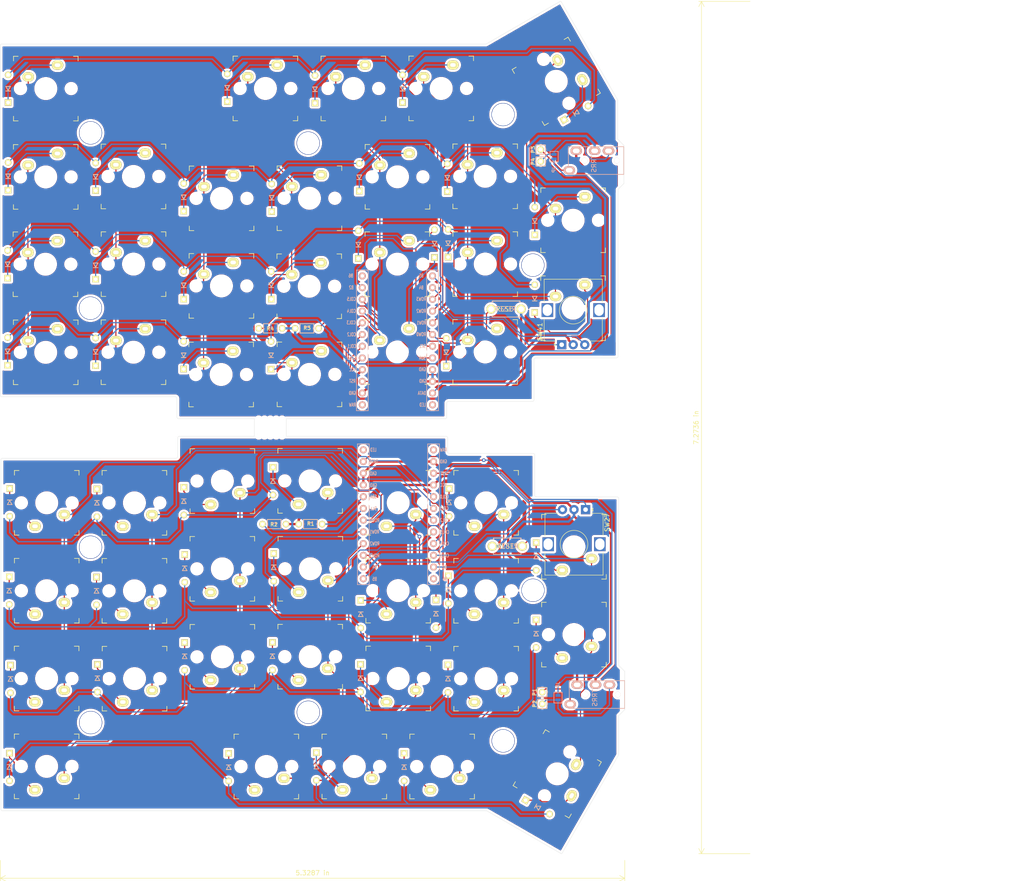
<source format=kicad_pcb>
(kicad_pcb (version 20171130) (host pcbnew "(5.1.0-0)")
  (layers (0 F.Cu signal) (31 B.Cu signal) (34 B.Paste user) (35 F.Paste user) (36 B.SilkS user) (37 F.SilkS user) (38 B.Mask user) (39 F.Mask user) (44 Edge.Cuts user))
  (net 0 "")
  (net 1 "Net-(D1-Pad1)")
  (net 2 row0)
  (net 3 "Net-(D2-Pad1)")
  (net 4 "Net-(D3-Pad1)")
  (net 5 "Net-(D4-Pad1)")
  (net 6 "Net-(D5-Pad1)")
  (net 7 "Net-(D6-Pad1)")
  (net 8 row1)
  (net 9 "Net-(D7-Pad1)")
  (net 10 "Net-(D8-Pad1)")
  (net 11 "Net-(D9-Pad1)")
  (net 12 "Net-(D10-Pad1)")
  (net 13 "Net-(D11-Pad1)")
  (net 14 "Net-(D12-Pad1)")
  (net 15 "Net-(D13-Pad1)")
  (net 16 "Net-(D14-Pad1)")
  (net 17 row2)
  (net 18 "Net-(D15-Pad1)")
  (net 19 "Net-(D16-Pad1)")
  (net 20 "Net-(D17-Pad1)")
  (net 21 "Net-(D18-Pad1)")
  (net 22 "Net-(D19-Pad1)")
  (net 23 "Net-(D20-Pad1)")
  (net 24 row3)
  (net 25 "Net-(D21-Pad1)")
  (net 26 "Net-(D22-Pad1)")
  (net 27 "Net-(D23-Pad1)")
  (net 28 "Net-(D24-Pad1)")
  (net 29 "Net-(D25-Pad1)")
  (net 30 VCC)
  (net 31 GND)
  (net 32 "Net-(J2-PadA)")
  (net 33 "Net-(J2-PadB)")
  (net 34 data)
  (net 35 SDA)
  (net 36 SCL)
  (net 37 col0)
  (net 38 col1)
  (net 39 col2)
  (net 40 col3)
  (net 41 col4)
  (net 42 col5)
  (net 43 col6)
  (net 44 reset)
  (net 45 rotB)
  (net 46 rotA)
  (net 47 "Net-(U1-Pad24)")
  (net 48 "Net-(U1-Pad13)")
  (net 49 "Net-(U1-Pad1)")
  (net 50 "Net-(D26-Pad1)")
  (net 51 row0_r)
  (net 52 "Net-(D27-Pad1)")
  (net 53 "Net-(D28-Pad1)")
  (net 54 "Net-(D29-Pad1)")
  (net 55 "Net-(D30-Pad1)")
  (net 56 "Net-(D31-Pad1)")
  (net 57 "Net-(D32-Pad1)")
  (net 58 row1_r)
  (net 59 "Net-(D33-Pad1)")
  (net 60 "Net-(D34-Pad1)")
  (net 61 "Net-(D35-Pad1)")
  (net 62 "Net-(D36-Pad1)")
  (net 63 "Net-(D37-Pad1)")
  (net 64 "Net-(D38-Pad1)")
  (net 65 row2_r)
  (net 66 "Net-(D39-Pad1)")
  (net 67 "Net-(D40-Pad1)")
  (net 68 "Net-(D41-Pad1)")
  (net 69 "Net-(D42-Pad1)")
  (net 70 "Net-(D43-Pad1)")
  (net 71 "Net-(D44-Pad1)")
  (net 72 "Net-(D45-Pad1)")
  (net 73 "Net-(D46-Pad1)")
  (net 74 row3_r)
  (net 75 "Net-(D47-Pad1)")
  (net 76 "Net-(D48-Pad1)")
  (net 77 "Net-(D49-Pad1)")
  (net 78 "Net-(D50-Pad1)")
  (net 79 "Net-(J1-PadB)")
  (net 80 GNDA)
  (net 81 VDD)
  (net 82 "Net-(J1-PadA)")
  (net 83 data_r)
  (net 84 SDA_r)
  (net 85 SCL_r)
  (net 86 col0_r)
  (net 87 col1_r)
  (net 88 col2_r)
  (net 89 col3_r)
  (net 90 col4_r)
  (net 91 col5_r)
  (net 92 col6_r)
  (net 93 rotB_r)
  (net 94 rotA_r)
  (net 95 reset_r)
  (net 96 "Net-(U2-Pad24)")
  (net 97 "Net-(U2-Pad13)")
  (net 98 "Net-(U2-Pad1)")
  (module Keebio-Parts:breakaway-mousebites (layer F.Cu) (at 78.45 54.65 180)
    (fp_text reference REF** hide)
    (fp_text value breakaway-mousebites hide)
    (pad "" np_thru_hole circle (at 0 -0.254 180) (size 0.7874 0.7874) (drill 0.7874) (layers *.Cu *.Mask))
    (pad "" np_thru_hole circle (at 1.27 -0.254 180) (size 0.7874 0.7874) (drill 0.7874) (layers *.Cu *.Mask))
    (pad "" np_thru_hole circle (at 2.54 -0.254 180) (size 0.7874 0.7874) (drill 0.7874) (layers *.Cu *.Mask))
    (pad "" np_thru_hole circle (at -1.27 -0.254 180) (size 0.7874 0.7874) (drill 0.7874) (layers *.Cu *.Mask))
    (pad "" np_thru_hole circle (at -2.54 -0.254 180) (size 0.7874 0.7874) (drill 0.7874) (layers *.Cu *.Mask))
  )
  (module Keebio-Parts:breakaway-mousebites (layer F.Cu) (at 78.45 51.65)
    (fp_text reference REF** hide)
    (fp_text value breakaway-mousebites hide)
    (pad "" np_thru_hole circle (at -2.54 -0.254) (size 0.7874 0.7874) (drill 0.7874) (layers *.Cu *.Mask))
    (pad "" np_thru_hole circle (at -1.27 -0.254) (size 0.7874 0.7874) (drill 0.7874) (layers *.Cu *.Mask))
    (pad "" np_thru_hole circle (at 2.54 -0.254) (size 0.7874 0.7874) (drill 0.7874) (layers *.Cu *.Mask))
    (pad "" np_thru_hole circle (at 1.27 -0.254) (size 0.7874 0.7874) (drill 0.7874) (layers *.Cu *.Mask))
    (pad "" np_thru_hole circle (at 0 -0.254) (size 0.7874 0.7874) (drill 0.7874) (layers *.Cu *.Mask))
  )
  (module kbd:HOLE (layer B.Cu) (at 39.475 -10.725)
    (fp_text reference Ref**)
    (fp_text value Val**)
    (pad "" np_thru_hole circle (at 0 0) (size 5 5) (drill 4.8) (layers *.Cu *.Mask))
  )
  (module kbd:HOLE (layer B.Cu) (at 135.35 17.95)
    (fp_text reference Ref**)
    (fp_text value Val**)
    (pad "" np_thru_hole circle (at 0 0) (size 5 5) (drill 4.8) (layers *.Cu *.Mask))
  )
  (module kbd:HOLE (layer B.Cu) (at 39.45 27.275)
    (fp_text reference Ref**)
    (fp_text value Val**)
    (pad "" np_thru_hole circle (at 0 0) (size 5 5) (drill 4.8) (layers *.Cu *.Mask))
  )
  (module kbd:HOLE (layer B.Cu) (at 128.8911 -14.6985)
    (fp_text reference Ref**)
    (fp_text value Val**)
    (pad "" np_thru_hole circle (at 0 0) (size 5 5) (drill 4.8) (layers *.Cu *.Mask))
  )
  (module kbd:HOLE (layer B.Cu) (at 86.65 -8.5)
    (fp_text reference Ref**)
    (fp_text value Val**)
    (pad "" np_thru_hole circle (at 0 0) (size 5 5) (drill 4.8) (layers *.Cu *.Mask))
  )
  (module kbd:HOLE (layer F.Cu) (at 86.675 114.875)
    (fp_text reference Ref**)
    (fp_text value Val**)
    (pad "" np_thru_hole circle (at 0 0) (size 5 5) (drill 4.8) (layers *.Cu *.Mask))
  )
  (module kbd:HOLE (layer F.Cu) (at 135.375 88.425)
    (fp_text reference Ref**)
    (fp_text value Val**)
    (pad "" np_thru_hole circle (at 0 0) (size 5 5) (drill 4.8) (layers *.Cu *.Mask))
  )
  (module kbd:HOLE (layer F.Cu) (at 128.9161 121.0735)
    (fp_text reference Ref**)
    (fp_text value Val**)
    (pad "" np_thru_hole circle (at 0 0) (size 5 5) (drill 4.8) (layers *.Cu *.Mask))
  )
  (module kbd:HOLE (layer F.Cu) (at 39.5 117.1)
    (fp_text reference Ref**)
    (fp_text value Val**)
    (pad "" np_thru_hole circle (at 0 0) (size 5 5) (drill 4.8) (layers *.Cu *.Mask))
  )
  (module kbd:HOLE (layer F.Cu) (at 39.475 79.1)
    (fp_text reference Ref**)
    (fp_text value Val**)
    (pad "" np_thru_hole circle (at 0 0) (size 5 5) (drill 4.8) (layers *.Cu *.Mask))
  )
  (module kbd:CherryMX_1u (layer F.Cu) (at 144.0621 27.281)
    (fp_text reference SW40 hide)
    (fp_text value SW_PUSH hide)
    (pad "" np_thru_hole circle (at 0 0 90) (size 4 4) (drill 4) (layers *.Cu *.Mask))
    (pad 2 thru_hole oval (at 2.54 -5.08) (size 2.5 2) (drill oval 1.2 0.8) (layers *.Cu F.SilkS B.Mask) (net 64 "Net-(D38-Pad1)"))
    (pad 1 thru_hole oval (at -3.81 -2.54) (size 2.5 2) (drill oval 1.2 0.8) (layers *.Cu F.SilkS B.Mask) (net 92 col6_r))
  )
  (module kbd:Jumper (layer B.Cu) (at 140.8049 111.7092 270)
    (fp_text reference JP1 hide)
    (fp_text value JP (at -2.794 0 270) (layer B.SilkS) (effects (font (size 0.8128 0.8128)) (justify mirror)))
    (pad 1 smd rect (at -0.50038 0 270) (size 0.635 1.143) (layers B.Cu B.Paste B.Mask) (net 34 data) (clearance 0.1905))
    (pad 2 smd rect (at 0.50038 0 270) (size 0.635 1.143) (layers B.Cu B.Paste B.Mask) (net 33 "Net-(J2-PadB)") (clearance 0.1905))
  )
  (module kbd:CherryMX_1u (layer F.Cu) (at 144.2593 79.0007 180)
    (fp_text reference SW13 hide)
    (fp_text value SW_PUSH hide)
    (pad 1 thru_hole oval (at -3.81 -2.54 180) (size 2.5 2) (drill oval 1.2 0.8) (layers *.Cu F.SilkS B.Mask) (net 43 col6))
    (pad 2 thru_hole oval (at 2.54 -5.08 180) (size 2.5 2) (drill oval 1.2 0.8) (layers *.Cu F.SilkS B.Mask) (net 15 "Net-(D13-Pad1)"))
    (pad "" np_thru_hole circle (at 0 0 270) (size 4 4) (drill 4) (layers *.Cu *.Mask))
  )
  (module kbd:CherryMX_1u (layer F.Cu) (at 144.0053 97.5233 180)
    (fp_text reference SW21 hide)
    (fp_text value SW_PUSH hide)
    (pad "" np_thru_hole circle (at -0.254 -0.508 270) (size 4 4) (drill 4) (layers *.Cu *.Mask))
    (pad "" np_thru_hole circle (at -5.754 -0.508 270) (size 1.9 1.9) (drill 1.9) (layers *.Cu *.Mask))
    (pad "" np_thru_hole circle (at 5.246 -0.508 270) (size 1.9 1.9) (drill 1.9) (layers *.Cu *.Mask))
    (pad 2 thru_hole oval (at 2.286 -5.588 180) (size 2.5 2) (drill oval 1.2 0.8) (layers *.Cu F.SilkS B.Mask) (net 23 "Net-(D20-Pad1)"))
    (pad 1 thru_hole oval (at -4.064 -3.048 180) (size 2.5 2) (drill oval 1.2 0.8) (layers *.Cu F.SilkS B.Mask) (net 43 col6))
  )
  (module kbd:D3_TH (layer F.Cu) (at 21.9456 69.3674 270)
    (fp_text reference D1 hide)
    (fp_text value DIODE hide)
    (pad 1 thru_hole rect (at -3 0 270) (size 1.397 1.397) (drill 0.8128) (layers *.Cu F.SilkS B.Mask) (net 1 "Net-(D1-Pad1)"))
    (pad 2 thru_hole circle (at 3 0 270) (size 1.397 1.397) (drill 0.8128) (layers *.Cu F.SilkS B.Mask) (net 2 row0))
  )
  (module kbd:D3_TH (layer F.Cu) (at 40.8559 69.4817 270)
    (fp_text reference D2 hide)
    (fp_text value DIODE hide)
    (pad 1 thru_hole rect (at -3 0 270) (size 1.397 1.397) (drill 0.8128) (layers *.Cu F.SilkS B.Mask) (net 3 "Net-(D2-Pad1)"))
    (pad 2 thru_hole circle (at 3 0 270) (size 1.397 1.397) (drill 0.8128) (layers *.Cu F.SilkS B.Mask) (net 2 row0))
  )
  (module kbd:D3_TH (layer F.Cu) (at 59.7027 69.1007 270)
    (fp_text reference D3 hide)
    (fp_text value DIODE hide)
    (pad 1 thru_hole rect (at -3 0 270) (size 1.397 1.397) (drill 0.8128) (layers *.Cu F.SilkS B.Mask) (net 4 "Net-(D3-Pad1)"))
    (pad 2 thru_hole circle (at 3 0 270) (size 1.397 1.397) (drill 0.8128) (layers *.Cu F.SilkS B.Mask) (net 2 row0))
  )
  (module kbd:D3_TH (layer F.Cu) (at 79.0194 64.7573 270)
    (fp_text reference D4 hide)
    (fp_text value DIODE hide)
    (pad 2 thru_hole circle (at 3 0 270) (size 1.397 1.397) (drill 0.8128) (layers *.Cu F.SilkS B.Mask) (net 2 row0))
    (pad 1 thru_hole rect (at -3 0 270) (size 1.397 1.397) (drill 0.8128) (layers *.Cu F.SilkS B.Mask) (net 5 "Net-(D4-Pad1)"))
  )
  (module kbd:D3_TH (layer F.Cu) (at 114.35 93.525 270)
    (fp_text reference D5 hide)
    (fp_text value DIODE hide)
    (pad 2 thru_hole circle (at 3 0 270) (size 1.397 1.397) (drill 0.8128) (layers *.Cu F.SilkS B.Mask) (net 2 row0))
    (pad 1 thru_hole rect (at -3 0 270) (size 1.397 1.397) (drill 0.8128) (layers *.Cu F.SilkS B.Mask) (net 6 "Net-(D5-Pad1)"))
  )
  (module kbd:D3_TH (layer F.Cu) (at 117.1829 69.3928 270)
    (fp_text reference D6 hide)
    (fp_text value DIODE hide)
    (pad 1 thru_hole rect (at -3 0 270) (size 1.397 1.397) (drill 0.8128) (layers *.Cu F.SilkS B.Mask) (net 7 "Net-(D6-Pad1)"))
    (pad 2 thru_hole circle (at 3 0 270) (size 1.397 1.397) (drill 0.8128) (layers *.Cu F.SilkS B.Mask) (net 2 row0))
  )
  (module kbd:D3_TH (layer F.Cu) (at 21.844 88.5063 270)
    (fp_text reference D7 hide)
    (fp_text value DIODE hide)
    (pad 2 thru_hole circle (at 3 0 270) (size 1.397 1.397) (drill 0.8128) (layers *.Cu F.SilkS B.Mask) (net 8 row1))
    (pad 1 thru_hole rect (at -3 0 270) (size 1.397 1.397) (drill 0.8128) (layers *.Cu F.SilkS B.Mask) (net 9 "Net-(D7-Pad1)"))
  )
  (module kbd:D3_TH (layer F.Cu) (at 40.767 88.5698 270)
    (fp_text reference D8 hide)
    (fp_text value DIODE hide)
    (pad 1 thru_hole rect (at -3 0 270) (size 1.397 1.397) (drill 0.8128) (layers *.Cu F.SilkS B.Mask) (net 10 "Net-(D8-Pad1)"))
    (pad 2 thru_hole circle (at 3 0 270) (size 1.397 1.397) (drill 0.8128) (layers *.Cu F.SilkS B.Mask) (net 8 row1))
  )
  (module kbd:D3_TH (layer F.Cu) (at 59.8805 83.6803 270)
    (fp_text reference D9 hide)
    (fp_text value DIODE hide)
    (pad 2 thru_hole circle (at 3 0 270) (size 1.397 1.397) (drill 0.8128) (layers *.Cu F.SilkS B.Mask) (net 8 row1))
    (pad 1 thru_hole rect (at -3 0 270) (size 1.397 1.397) (drill 0.8128) (layers *.Cu F.SilkS B.Mask) (net 11 "Net-(D9-Pad1)"))
  )
  (module kbd:D3_TH (layer F.Cu) (at 79.1845 83.4644 270)
    (fp_text reference D10 hide)
    (fp_text value DIODE hide)
    (pad 1 thru_hole rect (at -3 0 270) (size 1.397 1.397) (drill 0.8128) (layers *.Cu F.SilkS B.Mask) (net 12 "Net-(D10-Pad1)"))
    (pad 2 thru_hole circle (at 3 0 270) (size 1.397 1.397) (drill 0.8128) (layers *.Cu F.SilkS B.Mask) (net 8 row1))
  )
  (module kbd:D3_TH (layer F.Cu) (at 98.044 93.6117 270)
    (fp_text reference D11 hide)
    (fp_text value DIODE hide)
    (pad 2 thru_hole circle (at 3 0 270) (size 1.397 1.397) (drill 0.8128) (layers *.Cu F.SilkS B.Mask) (net 8 row1))
    (pad 1 thru_hole rect (at -3 0 270) (size 1.397 1.397) (drill 0.8128) (layers *.Cu F.SilkS B.Mask) (net 13 "Net-(D11-Pad1)"))
  )
  (module kbd:D3_TH (layer F.Cu) (at 117.0305 88.2777 270)
    (fp_text reference D12 hide)
    (fp_text value DIODE hide)
    (pad 1 thru_hole rect (at -3 0 270) (size 1.397 1.397) (drill 0.8128) (layers *.Cu F.SilkS B.Mask) (net 14 "Net-(D12-Pad1)"))
    (pad 2 thru_hole circle (at 3 0 270) (size 1.397 1.397) (drill 0.8128) (layers *.Cu F.SilkS B.Mask) (net 8 row1))
  )
  (module kbd:D3_TH (layer F.Cu) (at 136.0678 81.1022 270)
    (fp_text reference D13 hide)
    (fp_text value DIODE hide)
    (pad 2 thru_hole circle (at 3 0 270) (size 1.397 1.397) (drill 0.8128) (layers *.Cu F.SilkS B.Mask) (net 8 row1))
    (pad 1 thru_hole rect (at -3 0 270) (size 1.397 1.397) (drill 0.8128) (layers *.Cu F.SilkS B.Mask) (net 15 "Net-(D13-Pad1)"))
  )
  (module kbd:D3_TH (layer F.Cu) (at 22.1234 107.6579 270)
    (fp_text reference D14 hide)
    (fp_text value DIODE hide)
    (pad 1 thru_hole rect (at -3 0 270) (size 1.397 1.397) (drill 0.8128) (layers *.Cu F.SilkS B.Mask) (net 16 "Net-(D14-Pad1)"))
    (pad 2 thru_hole circle (at 3 0 270) (size 1.397 1.397) (drill 0.8128) (layers *.Cu F.SilkS B.Mask) (net 17 row2))
  )
  (module kbd:D3_TH (layer F.Cu) (at 40.9702 107.4928 270)
    (fp_text reference D15 hide)
    (fp_text value DIODE hide)
    (pad 2 thru_hole circle (at 3 0 270) (size 1.397 1.397) (drill 0.8128) (layers *.Cu F.SilkS B.Mask) (net 17 row2))
    (pad 1 thru_hole rect (at -3 0 270) (size 1.397 1.397) (drill 0.8128) (layers *.Cu F.SilkS B.Mask) (net 18 "Net-(D15-Pad1)"))
  )
  (module kbd:D3_TH (layer F.Cu) (at 59.8655 102.7603 270)
    (fp_text reference D16 hide)
    (fp_text value DIODE hide)
    (pad 1 thru_hole rect (at -3 0 270) (size 1.397 1.397) (drill 0.8128) (layers *.Cu F.SilkS B.Mask) (net 19 "Net-(D16-Pad1)"))
    (pad 2 thru_hole circle (at 3 0 270) (size 1.397 1.397) (drill 0.8128) (layers *.Cu F.SilkS B.Mask) (net 17 row2))
  )
  (module kbd:D3_TH (layer F.Cu) (at 78.902 102.7222 270)
    (fp_text reference D17 hide)
    (fp_text value DIODE hide)
    (pad 2 thru_hole circle (at 3 0 270) (size 1.397 1.397) (drill 0.8128) (layers *.Cu F.SilkS B.Mask) (net 17 row2))
    (pad 1 thru_hole rect (at -3 0 270) (size 1.397 1.397) (drill 0.8128) (layers *.Cu F.SilkS B.Mask) (net 20 "Net-(D17-Pad1)"))
  )
  (module kbd:D3_TH (layer F.Cu) (at 97.9932 107.4801 270)
    (fp_text reference D18 hide)
    (fp_text value DIODE hide)
    (pad 1 thru_hole rect (at -3 0 270) (size 1.397 1.397) (drill 0.8128) (layers *.Cu F.SilkS B.Mask) (net 21 "Net-(D18-Pad1)"))
    (pad 2 thru_hole circle (at 3 0 270) (size 1.397 1.397) (drill 0.8128) (layers *.Cu F.SilkS B.Mask) (net 17 row2))
  )
  (module kbd:D3_TH (layer F.Cu) (at 116.9543 107.569 270)
    (fp_text reference D19 hide)
    (fp_text value DIODE hide)
    (pad 2 thru_hole circle (at 3 0 270) (size 1.397 1.397) (drill 0.8128) (layers *.Cu F.SilkS B.Mask) (net 17 row2))
    (pad 1 thru_hole rect (at -3 0 270) (size 1.397 1.397) (drill 0.8128) (layers *.Cu F.SilkS B.Mask) (net 22 "Net-(D19-Pad1)"))
  )
  (module kbd:D3_TH (layer F.Cu) (at 136.0551 97.8281 270)
    (fp_text reference D20 hide)
    (fp_text value DIODE hide)
    (pad 1 thru_hole rect (at -3 0 270) (size 1.397 1.397) (drill 0.8128) (layers *.Cu F.SilkS B.Mask) (net 23 "Net-(D20-Pad1)"))
    (pad 2 thru_hole circle (at 3 0 270) (size 1.397 1.397) (drill 0.8128) (layers *.Cu F.SilkS B.Mask) (net 17 row2))
  )
  (module kbd:D3_TH (layer F.Cu) (at 21.9028 126.7367 270)
    (fp_text reference D21 hide)
    (fp_text value DIODE hide)
    (pad 2 thru_hole circle (at 3 0 270) (size 1.397 1.397) (drill 0.8128) (layers *.Cu F.SilkS B.Mask) (net 24 row3))
    (pad 1 thru_hole rect (at -3 0 270) (size 1.397 1.397) (drill 0.8128) (layers *.Cu F.SilkS B.Mask) (net 25 "Net-(D21-Pad1)"))
  )
  (module kbd:D3_TH (layer F.Cu) (at 69.4147 126.7748 270)
    (fp_text reference D22 hide)
    (fp_text value DIODE hide)
    (pad 1 thru_hole rect (at -3 0 270) (size 1.397 1.397) (drill 0.8128) (layers *.Cu F.SilkS B.Mask) (net 26 "Net-(D22-Pad1)"))
    (pad 2 thru_hole circle (at 3 0 270) (size 1.397 1.397) (drill 0.8128) (layers *.Cu F.SilkS B.Mask) (net 24 row3))
  )
  (module kbd:D3_TH (layer F.Cu) (at 88.4174 126.6317 270)
    (fp_text reference D23 hide)
    (fp_text value DIODE hide)
    (pad 2 thru_hole circle (at 3 0 270) (size 1.397 1.397) (drill 0.8128) (layers *.Cu F.SilkS B.Mask) (net 24 row3))
    (pad 1 thru_hole rect (at -3 0 270) (size 1.397 1.397) (drill 0.8128) (layers *.Cu F.SilkS B.Mask) (net 27 "Net-(D23-Pad1)"))
  )
  (module kbd:D3_TH (layer F.Cu) (at 107.4397 126.7621 270)
    (fp_text reference D24 hide)
    (fp_text value DIODE hide)
    (pad 1 thru_hole rect (at -3 0 270) (size 1.397 1.397) (drill 0.8128) (layers *.Cu F.SilkS B.Mask) (net 28 "Net-(D24-Pad1)"))
    (pad 2 thru_hole circle (at 3 0 270) (size 1.397 1.397) (drill 0.8128) (layers *.Cu F.SilkS B.Mask) (net 24 row3))
  )
  (module kbd:D3_TH (layer F.Cu) (at 136.3853 135.4328 330)
    (fp_text reference D25 hide)
    (fp_text value DIODE hide)
    (pad 2 thru_hole circle (at 3 0 330) (size 1.397 1.397) (drill 0.8128) (layers *.Cu F.SilkS B.Mask) (net 24 row3))
    (pad 1 thru_hole rect (at -3 0 330) (size 1.397 1.397) (drill 0.8128) (layers *.Cu F.SilkS B.Mask) (net 29 "Net-(D25-Pad1)"))
  )
  (module kbd:1pin_conn (layer F.Cu) (at 137.3886 110.5154 270)
    (fp_text reference P1 (at 0 1.651 270) (layer F.SilkS) (effects (font (size 0.8128 0.8128))))
    (fp_text value i2c-pin hide)
    (fp_text user ** (at 0 1.651 270) (layer B.SilkS) (effects (font (size 0.8128 0.8128)) (justify mirror)))
    (pad 1 thru_hole circle (at 0 0 270) (size 1.397 1.397) (drill 0.8128) (layers *.Cu *.Mask F.SilkS) (net 32 "Net-(J2-PadA)"))
  )
  (module kbd:1pin_conn (layer F.Cu) (at 137.4013 113.0554 270)
    (fp_text reference P2 (at 0 1.651 270) (layer F.SilkS) (effects (font (size 0.8128 0.8128))))
    (fp_text value i2c-pin hide)
    (fp_text user ** (at 0 1.651 270) (layer B.SilkS) (effects (font (size 0.8128 0.8128)) (justify mirror)))
    (pad 1 thru_hole circle (at 0 0 270) (size 1.397 1.397) (drill 0.8128) (layers *.Cu *.Mask F.SilkS) (net 33 "Net-(J2-PadB)"))
  )
  (module kbd:R (layer F.Cu) (at 87.1347 74.0791)
    (fp_text reference R1 (at 0.05 -0.08) (layer F.SilkS) (effects (font (size 0.8128 0.8128))))
    (fp_text value R hide)
    (fp_text user ** (at 0 -0.0635) (layer B.SilkS) (effects (font (size 0.8128 0.8128)) (justify mirror)))
    (pad 1 thru_hole circle (at -2.54 0) (size 1.397 1.397) (drill 0.8128) (layers *.Cu *.Mask F.SilkS) (net 30 VCC))
    (pad 2 thru_hole circle (at 2.54 0) (size 1.397 1.397) (drill 0.8128) (layers *.Cu *.Mask F.SilkS) (net 35 SDA))
  )
  (module kbd:R (layer F.Cu) (at 79.2861 74.0791 180)
    (fp_text reference R2 (at 0.05 -0.08 180) (layer F.SilkS) (effects (font (size 0.8128 0.8128))))
    (fp_text value R hide)
    (fp_text user ** (at 0 -0.0635 180) (layer B.SilkS) (effects (font (size 0.8128 0.8128)) (justify mirror)))
    (pad 2 thru_hole circle (at 2.54 0 180) (size 1.397 1.397) (drill 0.8128) (layers *.Cu *.Mask F.SilkS) (net 36 SCL))
    (pad 1 thru_hole circle (at -2.54 0 180) (size 1.397 1.397) (drill 0.8128) (layers *.Cu *.Mask F.SilkS) (net 30 VCC))
  )
  (module kbd:CherryMX_1u (layer F.Cu) (at 29.972 69.469 180)
    (fp_text reference SW1 hide)
    (fp_text value SW_PUSH hide)
    (pad 1 thru_hole oval (at -3.81 -2.54 180) (size 2.5 2) (drill oval 1.2 0.8) (layers *.Cu F.SilkS B.Mask) (net 37 col0))
    (pad 2 thru_hole oval (at 2.54 -5.08 180) (size 2.5 2) (drill oval 1.2 0.8) (layers *.Cu F.SilkS B.Mask) (net 1 "Net-(D1-Pad1)"))
    (pad "" np_thru_hole circle (at 5.5 0 270) (size 1.9 1.9) (drill 1.9) (layers *.Cu *.Mask))
    (pad "" np_thru_hole circle (at -5.5 0 270) (size 1.9 1.9) (drill 1.9) (layers *.Cu *.Mask))
    (pad "" np_thru_hole circle (at 0 0 270) (size 4 4) (drill 4) (layers *.Cu *.Mask))
  )
  (module kbd:CherryMX_1u (layer F.Cu) (at 48.9839 69.4765 180)
    (fp_text reference SW2 hide)
    (fp_text value SW_PUSH hide)
    (pad "" np_thru_hole circle (at 0 0 270) (size 4 4) (drill 4) (layers *.Cu *.Mask))
    (pad "" np_thru_hole circle (at -5.5 0 270) (size 1.9 1.9) (drill 1.9) (layers *.Cu *.Mask))
    (pad "" np_thru_hole circle (at 5.5 0 270) (size 1.9 1.9) (drill 1.9) (layers *.Cu *.Mask))
    (pad 2 thru_hole oval (at 2.54 -5.08 180) (size 2.5 2) (drill oval 1.2 0.8) (layers *.Cu F.SilkS B.Mask) (net 3 "Net-(D2-Pad1)"))
    (pad 1 thru_hole oval (at -3.81 -2.54 180) (size 2.5 2) (drill oval 1.2 0.8) (layers *.Cu F.SilkS B.Mask) (net 38 col1))
  )
  (module kbd:CherryMX_1u (layer F.Cu) (at 68.05 64.7521 180)
    (fp_text reference SW3 hide)
    (fp_text value SW_PUSH hide)
    (pad 1 thru_hole oval (at -3.81 -2.54 180) (size 2.5 2) (drill oval 1.2 0.8) (layers *.Cu F.SilkS B.Mask) (net 39 col2))
    (pad 2 thru_hole oval (at 2.54 -5.08 180) (size 2.5 2) (drill oval 1.2 0.8) (layers *.Cu F.SilkS B.Mask) (net 4 "Net-(D3-Pad1)"))
    (pad "" np_thru_hole circle (at 5.5 0 270) (size 1.9 1.9) (drill 1.9) (layers *.Cu *.Mask))
    (pad "" np_thru_hole circle (at -5.5 0 270) (size 1.9 1.9) (drill 1.9) (layers *.Cu *.Mask))
    (pad "" np_thru_hole circle (at 0 0 270) (size 4 4) (drill 4) (layers *.Cu *.Mask))
  )
  (module kbd:CherryMX_1u (layer F.Cu) (at 87.0738 64.716 180)
    (fp_text reference SW4 hide)
    (fp_text value SW_PUSH hide)
    (pad "" np_thru_hole circle (at 0 0 270) (size 4 4) (drill 4) (layers *.Cu *.Mask))
    (pad "" np_thru_hole circle (at -5.5 0 270) (size 1.9 1.9) (drill 1.9) (layers *.Cu *.Mask))
    (pad "" np_thru_hole circle (at 5.5 0 270) (size 1.9 1.9) (drill 1.9) (layers *.Cu *.Mask))
    (pad 2 thru_hole oval (at 2.54 -5.08 180) (size 2.5 2) (drill oval 1.2 0.8) (layers *.Cu F.SilkS B.Mask) (net 5 "Net-(D4-Pad1)"))
    (pad 1 thru_hole oval (at -3.81 -2.54 180) (size 2.5 2) (drill oval 1.2 0.8) (layers *.Cu F.SilkS B.Mask) (net 40 col3))
  )
  (module kbd:CherryMX_1u (layer F.Cu) (at 106.1627 69.4638 180)
    (fp_text reference SW5 hide)
    (fp_text value SW_PUSH hide)
    (pad 1 thru_hole oval (at -3.81 -2.54 180) (size 2.5 2) (drill oval 1.2 0.8) (layers *.Cu F.SilkS B.Mask) (net 41 col4))
    (pad 2 thru_hole oval (at 2.54 -5.08 180) (size 2.5 2) (drill oval 1.2 0.8) (layers *.Cu F.SilkS B.Mask) (net 6 "Net-(D5-Pad1)"))
    (pad "" np_thru_hole circle (at 5.5 0 270) (size 1.9 1.9) (drill 1.9) (layers *.Cu *.Mask))
    (pad "" np_thru_hole circle (at -5.5 0 270) (size 1.9 1.9) (drill 1.9) (layers *.Cu *.Mask))
    (pad "" np_thru_hole circle (at 0 0 270) (size 4 4) (drill 4) (layers *.Cu *.Mask))
  )
  (module kbd:CherryMX_1u (layer F.Cu) (at 125.2131 69.4636 180)
    (fp_text reference SW6 hide)
    (fp_text value SW_PUSH hide)
    (pad "" np_thru_hole circle (at 0 0 270) (size 4 4) (drill 4) (layers *.Cu *.Mask))
    (pad "" np_thru_hole circle (at -5.5 0 270) (size 1.9 1.9) (drill 1.9) (layers *.Cu *.Mask))
    (pad "" np_thru_hole circle (at 5.5 0 270) (size 1.9 1.9) (drill 1.9) (layers *.Cu *.Mask))
    (pad 2 thru_hole oval (at 2.54 -5.08 180) (size 2.5 2) (drill oval 1.2 0.8) (layers *.Cu F.SilkS B.Mask) (net 7 "Net-(D6-Pad1)"))
    (pad 1 thru_hole oval (at -3.81 -2.54 180) (size 2.5 2) (drill oval 1.2 0.8) (layers *.Cu F.SilkS B.Mask) (net 42 col5))
  )
  (module kbd:CherryMX_1u (layer F.Cu) (at 29.972 88.519 180)
    (fp_text reference SW7 hide)
    (fp_text value SW_PUSH hide)
    (pad 1 thru_hole oval (at -3.81 -2.54 180) (size 2.5 2) (drill oval 1.2 0.8) (layers *.Cu F.SilkS B.Mask) (net 37 col0))
    (pad 2 thru_hole oval (at 2.54 -5.08 180) (size 2.5 2) (drill oval 1.2 0.8) (layers *.Cu F.SilkS B.Mask) (net 9 "Net-(D7-Pad1)"))
    (pad "" np_thru_hole circle (at 5.5 0 270) (size 1.9 1.9) (drill 1.9) (layers *.Cu *.Mask))
    (pad "" np_thru_hole circle (at -5.5 0 270) (size 1.9 1.9) (drill 1.9) (layers *.Cu *.Mask))
    (pad "" np_thru_hole circle (at 0 0 270) (size 4 4) (drill 4) (layers *.Cu *.Mask))
  )
  (module kbd:CherryMX_1u (layer F.Cu) (at 48.9861 88.542 180)
    (fp_text reference SW8 hide)
    (fp_text value SW_PUSH hide)
    (pad "" np_thru_hole circle (at 0 0 270) (size 4 4) (drill 4) (layers *.Cu *.Mask))
    (pad "" np_thru_hole circle (at -5.5 0 270) (size 1.9 1.9) (drill 1.9) (layers *.Cu *.Mask))
    (pad "" np_thru_hole circle (at 5.5 0 270) (size 1.9 1.9) (drill 1.9) (layers *.Cu *.Mask))
    (pad 2 thru_hole oval (at 2.54 -5.08 180) (size 2.5 2) (drill oval 1.2 0.8) (layers *.Cu F.SilkS B.Mask) (net 10 "Net-(D8-Pad1)"))
    (pad 1 thru_hole oval (at -3.81 -2.54 180) (size 2.5 2) (drill oval 1.2 0.8) (layers *.Cu F.SilkS B.Mask) (net 38 col1))
  )
  (module kbd:CherryMX_1u (layer F.Cu) (at 68.0388 83.7775 180)
    (fp_text reference SW9 hide)
    (fp_text value SW_PUSH hide)
    (pad 1 thru_hole oval (at -3.81 -2.54 180) (size 2.5 2) (drill oval 1.2 0.8) (layers *.Cu F.SilkS B.Mask) (net 39 col2))
    (pad 2 thru_hole oval (at 2.54 -5.08 180) (size 2.5 2) (drill oval 1.2 0.8) (layers *.Cu F.SilkS B.Mask) (net 11 "Net-(D9-Pad1)"))
    (pad "" np_thru_hole circle (at 5.5 0 270) (size 1.9 1.9) (drill 1.9) (layers *.Cu *.Mask))
    (pad "" np_thru_hole circle (at -5.5 0 270) (size 1.9 1.9) (drill 1.9) (layers *.Cu *.Mask))
    (pad "" np_thru_hole circle (at 0 0 270) (size 4 4) (drill 4) (layers *.Cu *.Mask))
  )
  (module kbd:CherryMX_1u (layer F.Cu) (at 87.1246 83.7648 180)
    (fp_text reference SW10 hide)
    (fp_text value SW_PUSH hide)
    (pad "" np_thru_hole circle (at 0 0 270) (size 4 4) (drill 4) (layers *.Cu *.Mask))
    (pad "" np_thru_hole circle (at -5.5 0 270) (size 1.9 1.9) (drill 1.9) (layers *.Cu *.Mask))
    (pad "" np_thru_hole circle (at 5.5 0 270) (size 1.9 1.9) (drill 1.9) (layers *.Cu *.Mask))
    (pad 2 thru_hole oval (at 2.54 -5.08 180) (size 2.5 2) (drill oval 1.2 0.8) (layers *.Cu F.SilkS B.Mask) (net 12 "Net-(D10-Pad1)"))
    (pad 1 thru_hole oval (at -3.81 -2.54 180) (size 2.5 2) (drill oval 1.2 0.8) (layers *.Cu F.SilkS B.Mask) (net 40 col3))
  )
  (module kbd:CherryMX_1u (layer F.Cu) (at 106.15 88.5019 180)
    (fp_text reference SW11 hide)
    (fp_text value SW_PUSH hide)
    (pad 1 thru_hole oval (at -3.81 -2.54 180) (size 2.5 2) (drill oval 1.2 0.8) (layers *.Cu F.SilkS B.Mask) (net 41 col4))
    (pad 2 thru_hole oval (at 2.54 -5.08 180) (size 2.5 2) (drill oval 1.2 0.8) (layers *.Cu F.SilkS B.Mask) (net 13 "Net-(D11-Pad1)"))
    (pad "" np_thru_hole circle (at 5.5 0 270) (size 1.9 1.9) (drill 1.9) (layers *.Cu *.Mask))
    (pad "" np_thru_hole circle (at -5.5 0 270) (size 1.9 1.9) (drill 1.9) (layers *.Cu *.Mask))
    (pad "" np_thru_hole circle (at 0 0 270) (size 4 4) (drill 4) (layers *.Cu *.Mask))
  )
  (module kbd:CherryMX_1u (layer F.Cu) (at 125.2131 88.5398 180)
    (fp_text reference SW12 hide)
    (fp_text value SW_PUSH hide)
    (pad "" np_thru_hole circle (at 0 0 270) (size 4 4) (drill 4) (layers *.Cu *.Mask))
    (pad "" np_thru_hole circle (at -5.5 0 270) (size 1.9 1.9) (drill 1.9) (layers *.Cu *.Mask))
    (pad "" np_thru_hole circle (at 5.5 0 270) (size 1.9 1.9) (drill 1.9) (layers *.Cu *.Mask))
    (pad 2 thru_hole oval (at 2.54 -5.08 180) (size 2.5 2) (drill oval 1.2 0.8) (layers *.Cu F.SilkS B.Mask) (net 14 "Net-(D12-Pad1)"))
    (pad 1 thru_hole oval (at -3.81 -2.54 180) (size 2.5 2) (drill oval 1.2 0.8) (layers *.Cu F.SilkS B.Mask) (net 42 col5))
  )
  (module kbd:ResetSW (layer F.Cu) (at 129.8067 78.8797)
    (fp_text reference SW14 hide)
    (fp_text value RESET)
    (fp_text user RESET (at 0.127 0) (layer B.SilkS) (effects (justify mirror)))
    (fp_text user RESET (at 0 0) (layer F.SilkS))
    (pad 1 thru_hole circle (at 3.25 0) (size 2 2) (drill 1.3) (layers *.Cu *.Mask F.SilkS) (net 44 reset))
    (pad 2 thru_hole circle (at -3.25 0) (size 2 2) (drill 1.3) (layers *.Cu *.Mask F.SilkS) (net 31 GND))
  )
  (module kbd:CherryMX_1u (layer F.Cu) (at 29.9466 107.5563 180)
    (fp_text reference SW15 hide)
    (fp_text value SW_PUSH hide)
    (pad 1 thru_hole oval (at -3.81 -2.54 180) (size 2.5 2) (drill oval 1.2 0.8) (layers *.Cu F.SilkS B.Mask) (net 37 col0))
    (pad 2 thru_hole oval (at 2.54 -5.08 180) (size 2.5 2) (drill oval 1.2 0.8) (layers *.Cu F.SilkS B.Mask) (net 16 "Net-(D14-Pad1)"))
    (pad "" np_thru_hole circle (at 5.5 0 270) (size 1.9 1.9) (drill 1.9) (layers *.Cu *.Mask))
    (pad "" np_thru_hole circle (at -5.5 0 270) (size 1.9 1.9) (drill 1.9) (layers *.Cu *.Mask))
    (pad "" np_thru_hole circle (at 0 0 270) (size 4 4) (drill 4) (layers *.Cu *.Mask))
  )
  (module kbd:CherryMX_1u (layer F.Cu) (at 49.0093 107.5817 180)
    (fp_text reference SW16 hide)
    (fp_text value SW_PUSH hide)
    (pad "" np_thru_hole circle (at 0 0 270) (size 4 4) (drill 4) (layers *.Cu *.Mask))
    (pad "" np_thru_hole circle (at -5.5 0 270) (size 1.9 1.9) (drill 1.9) (layers *.Cu *.Mask))
    (pad "" np_thru_hole circle (at 5.5 0 270) (size 1.9 1.9) (drill 1.9) (layers *.Cu *.Mask))
    (pad 2 thru_hole oval (at 2.54 -5.08 180) (size 2.5 2) (drill oval 1.2 0.8) (layers *.Cu F.SilkS B.Mask) (net 18 "Net-(D15-Pad1)"))
    (pad 1 thru_hole oval (at -3.81 -2.54 180) (size 2.5 2) (drill oval 1.2 0.8) (layers *.Cu F.SilkS B.Mask) (net 38 col1))
  )
  (module kbd:CherryMX_1u (layer F.Cu) (at 68.05 102.8517 180)
    (fp_text reference SW17 hide)
    (fp_text value SW_PUSH hide)
    (pad 1 thru_hole oval (at -3.81 -2.54 180) (size 2.5 2) (drill oval 1.2 0.8) (layers *.Cu F.SilkS B.Mask) (net 39 col2))
    (pad 2 thru_hole oval (at 2.54 -5.08 180) (size 2.5 2) (drill oval 1.2 0.8) (layers *.Cu F.SilkS B.Mask) (net 19 "Net-(D16-Pad1)"))
    (pad "" np_thru_hole circle (at 5.5 0 270) (size 1.9 1.9) (drill 1.9) (layers *.Cu *.Mask))
    (pad "" np_thru_hole circle (at -5.5 0 270) (size 1.9 1.9) (drill 1.9) (layers *.Cu *.Mask))
    (pad "" np_thru_hole circle (at 0 0 270) (size 4 4) (drill 4) (layers *.Cu *.Mask))
  )
  (module kbd:CherryMX_1u (layer F.Cu) (at 87.0865 102.8136 180)
    (fp_text reference SW18 hide)
    (fp_text value SW_PUSH hide)
    (pad "" np_thru_hole circle (at 0 0 270) (size 4 4) (drill 4) (layers *.Cu *.Mask))
    (pad "" np_thru_hole circle (at -5.5 0 270) (size 1.9 1.9) (drill 1.9) (layers *.Cu *.Mask))
    (pad "" np_thru_hole circle (at 5.5 0 270) (size 1.9 1.9) (drill 1.9) (layers *.Cu *.Mask))
    (pad 2 thru_hole oval (at 2.54 -5.08 180) (size 2.5 2) (drill oval 1.2 0.8) (layers *.Cu F.SilkS B.Mask) (net 20 "Net-(D17-Pad1)"))
    (pad 1 thru_hole oval (at -3.81 -2.54 180) (size 2.5 2) (drill oval 1.2 0.8) (layers *.Cu F.SilkS B.Mask) (net 40 col3))
  )
  (module kbd:CherryMX_1u (layer F.Cu) (at 106.1627 107.5507 180)
    (fp_text reference SW19 hide)
    (fp_text value SW_PUSH hide)
    (pad 1 thru_hole oval (at -3.81 -2.54 180) (size 2.5 2) (drill oval 1.2 0.8) (layers *.Cu F.SilkS B.Mask) (net 41 col4))
    (pad 2 thru_hole oval (at 2.54 -5.08 180) (size 2.5 2) (drill oval 1.2 0.8) (layers *.Cu F.SilkS B.Mask) (net 21 "Net-(D18-Pad1)"))
    (pad "" np_thru_hole circle (at 5.5 0 270) (size 1.9 1.9) (drill 1.9) (layers *.Cu *.Mask))
    (pad "" np_thru_hole circle (at -5.5 0 270) (size 1.9 1.9) (drill 1.9) (layers *.Cu *.Mask))
    (pad "" np_thru_hole circle (at 0 0 270) (size 4 4) (drill 4) (layers *.Cu *.Mask))
  )
  (module kbd:CherryMX_1u (layer F.Cu) (at 125.2238 107.5886 180)
    (fp_text reference SW20 hide)
    (fp_text value SW_PUSH hide)
    (pad "" np_thru_hole circle (at 0 0 270) (size 4 4) (drill 4) (layers *.Cu *.Mask))
    (pad "" np_thru_hole circle (at -5.5 0 270) (size 1.9 1.9) (drill 1.9) (layers *.Cu *.Mask))
    (pad "" np_thru_hole circle (at 5.5 0 270) (size 1.9 1.9) (drill 1.9) (layers *.Cu *.Mask))
    (pad 2 thru_hole oval (at 2.54 -5.08 180) (size 2.5 2) (drill oval 1.2 0.8) (layers *.Cu F.SilkS B.Mask) (net 22 "Net-(D19-Pad1)"))
    (pad 1 thru_hole oval (at -3.81 -2.54 180) (size 2.5 2) (drill oval 1.2 0.8) (layers *.Cu F.SilkS B.Mask) (net 42 col5))
  )
  (module kbd:CherryMX_1u (layer F.Cu) (at 29.9496 126.6015 180)
    (fp_text reference SW22 hide)
    (fp_text value SW_PUSH hide)
    (pad "" np_thru_hole circle (at 0 0 270) (size 4 4) (drill 4) (layers *.Cu *.Mask))
    (pad "" np_thru_hole circle (at -5.5 0 270) (size 1.9 1.9) (drill 1.9) (layers *.Cu *.Mask))
    (pad "" np_thru_hole circle (at 5.5 0 270) (size 1.9 1.9) (drill 1.9) (layers *.Cu *.Mask))
    (pad 2 thru_hole oval (at 2.54 -5.08 180) (size 2.5 2) (drill oval 1.2 0.8) (layers *.Cu F.SilkS B.Mask) (net 25 "Net-(D21-Pad1)"))
    (pad 1 thru_hole oval (at -3.81 -2.54 180) (size 2.5 2) (drill oval 1.2 0.8) (layers *.Cu F.SilkS B.Mask) (net 39 col2))
  )
  (module kbd:CherryMX_1u (layer F.Cu) (at 77.5865 126.6269 180)
    (fp_text reference SW23 hide)
    (fp_text value SW_PUSH hide)
    (pad "" np_thru_hole circle (at 0 0 270) (size 4 4) (drill 4) (layers *.Cu *.Mask))
    (pad "" np_thru_hole circle (at -5.5 0 270) (size 1.9 1.9) (drill 1.9) (layers *.Cu *.Mask))
    (pad "" np_thru_hole circle (at 5.5 0 270) (size 1.9 1.9) (drill 1.9) (layers *.Cu *.Mask))
    (pad 2 thru_hole oval (at 2.54 -5.08 180) (size 2.5 2) (drill oval 1.2 0.8) (layers *.Cu F.SilkS B.Mask) (net 26 "Net-(D22-Pad1)"))
    (pad 1 thru_hole oval (at -3.81 -2.54 180) (size 2.5 2) (drill oval 1.2 0.8) (layers *.Cu F.SilkS B.Mask) (net 40 col3))
  )
  (module kbd:CherryMX_1u (layer F.Cu) (at 96.6519 126.6269 180)
    (fp_text reference SW24 hide)
    (fp_text value SW_PUSH hide)
    (pad 1 thru_hole oval (at -3.81 -2.54 180) (size 2.5 2) (drill oval 1.2 0.8) (layers *.Cu F.SilkS B.Mask) (net 41 col4))
    (pad 2 thru_hole oval (at 2.54 -5.08 180) (size 2.5 2) (drill oval 1.2 0.8) (layers *.Cu F.SilkS B.Mask) (net 27 "Net-(D23-Pad1)"))
    (pad "" np_thru_hole circle (at 5.5 0 270) (size 1.9 1.9) (drill 1.9) (layers *.Cu *.Mask))
    (pad "" np_thru_hole circle (at -5.5 0 270) (size 1.9 1.9) (drill 1.9) (layers *.Cu *.Mask))
    (pad "" np_thru_hole circle (at 0 0 270) (size 4 4) (drill 4) (layers *.Cu *.Mask))
  )
  (module kbd:CherryMX_1u (layer F.Cu) (at 115.6765 126.6269 180)
    (fp_text reference SW25 hide)
    (fp_text value SW_PUSH hide)
    (pad "" np_thru_hole circle (at 0 0 270) (size 4 4) (drill 4) (layers *.Cu *.Mask))
    (pad "" np_thru_hole circle (at -5.5 0 270) (size 1.9 1.9) (drill 1.9) (layers *.Cu *.Mask))
    (pad "" np_thru_hole circle (at 5.5 0 270) (size 1.9 1.9) (drill 1.9) (layers *.Cu *.Mask))
    (pad 2 thru_hole oval (at 2.54 -5.08 180) (size 2.5 2) (drill oval 1.2 0.8) (layers *.Cu F.SilkS B.Mask) (net 28 "Net-(D24-Pad1)"))
    (pad 1 thru_hole oval (at -3.81 -2.54 180) (size 2.5 2) (drill oval 1.2 0.8) (layers *.Cu F.SilkS B.Mask) (net 42 col5))
  )
  (module kbd:CherryMX_1u (layer F.Cu) (at 140.6271 128.2192 240)
    (fp_text reference SW26 hide)
    (fp_text value SW_PUSH hide)
    (pad 1 thru_hole oval (at -3.81 -2.54 240) (size 2.5 2) (drill oval 1.2 0.8) (layers *.Cu F.SilkS B.Mask) (net 43 col6))
    (pad 2 thru_hole oval (at 2.54 -5.08 240) (size 2.5 2) (drill oval 1.2 0.8) (layers *.Cu F.SilkS B.Mask) (net 29 "Net-(D25-Pad1)"))
    (pad "" np_thru_hole circle (at 5.5 0 330) (size 1.9 1.9) (drill 1.9) (layers *.Cu *.Mask))
    (pad "" np_thru_hole circle (at -5.5 0 330) (size 1.9 1.9) (drill 1.9) (layers *.Cu *.Mask))
    (pad "" np_thru_hole circle (at 0 0 330) (size 4 4) (drill 4) (layers *.Cu *.Mask))
  )
  (module Rotary_Encoder:RotaryEncoder_Alps_EC12E_Vertical_H20mm (layer F.Cu) (at 146.7739 70.9422 270)
    (fp_text reference SW27 (at 2.8 -4.7 270) (layer F.SilkS))
    (fp_text value Rotary_Encoder)
    (pad MP thru_hole rect (at 7.5 8.1 270) (size 3 2.5) (drill oval 2.5 2) (layers *.Cu *.Mask))
    (pad MP thru_hole rect (at 7.5 -3.1 270) (size 3 2.5) (drill oval 2.5 2) (layers *.Cu *.Mask))
    (pad B thru_hole circle (at 0 5 270) (size 2 2) (drill 1) (layers *.Cu *.Mask) (net 45 rotB))
    (pad C thru_hole circle (at 0 2.5 270) (size 2 2) (drill 1) (layers *.Cu *.Mask) (net 31 GND))
    (pad A thru_hole rect (at 0 0 270) (size 2 2) (drill 1) (layers *.Cu *.Mask) (net 46 rotA))
  )
  (module kbd:ProMicro_v2_1side (layer B.Cu) (at 106.2609 72.4662 180)
    (fp_text reference U1 hide)
    (fp_text value ProMicro hide)
    (fp_text user ROW1 (at 5.25 -3.302 180) (layer B.SilkS) (effects (font (size 0.75 0.5) (thickness 0.125)) (justify mirror)))
    (fp_text user COL4 (at -9.95 -5.85 180) (layer B.SilkS) (effects (font (size 0.75 0.5) (thickness 0.125)) (justify mirror)))
    (fp_text user ROW2 (at 5.2 -5.85 180) (layer B.SilkS) (effects (font (size 0.75 0.5) (thickness 0.125)) (justify mirror)))
    (fp_text user COL5 (at -9.95 -8.4455 180) (layer B.SilkS) (effects (font (size 0.75 0.5) (thickness 0.125)) (justify mirror)))
    (fp_text user ROW3 (at 5.2 -8.4455 180) (layer B.SilkS) (effects (font (size 0.75 0.5) (thickness 0.125)) (justify mirror)))
    (fp_text user B2 (at -9.95 -10.95 180) (layer B.SilkS) (effects (font (size 0.75 0.5) (thickness 0.125)) (justify mirror)))
    (fp_text user B4 (at 5.2 -10.922 180) (layer B.SilkS) (effects (font (size 0.75 0.5) (thickness 0.125)) (justify mirror)))
    (fp_text user B5 (at 5.2 -13.5255 180) (layer B.SilkS) (effects (font (size 0.75 0.5) (thickness 0.125)) (justify mirror)))
    (fp_text user B6 (at -10.05 -13.5 180) (layer B.SilkS) (effects (font (size 0.75 0.5) (thickness 0.125)) (justify mirror)))
    (fp_text user COL0 (at -9.9 4.3 180) (layer B.SilkS) (effects (font (size 0.75 0.5) (thickness 0.125)) (justify mirror)))
    (fp_text user SDA (at 5.461 4.318 180) (layer B.SilkS) (effects (font (size 0.75 0.5) (thickness 0.125)) (justify mirror)))
    (fp_text user COL1 (at -9.85 1.778 180) (layer B.SilkS) (effects (font (size 0.75 0.5) (thickness 0.125)) (justify mirror)))
    (fp_text user SCL (at 5.461 1.778 180) (layer B.SilkS) (effects (font (size 0.75 0.5) (thickness 0.125)) (justify mirror)))
    (fp_text user COL2 (at -9.9 -0.762 180) (layer B.SilkS) (effects (font (size 0.75 0.5) (thickness 0.125)) (justify mirror)))
    (fp_text user ROW0 (at 5.2 -0.8 180) (layer B.SilkS) (effects (font (size 0.75 0.5) (thickness 0.125)) (justify mirror)))
    (fp_text user COL3 (at -10 -3.35 180) (layer B.SilkS) (effects (font (size 0.75 0.5) (thickness 0.125)) (justify mirror)))
    (fp_text user GND (at 5.461 6.7945 180) (layer B.SilkS) (effects (font (size 0.75 0.5) (thickness 0.125)) (justify mirror)))
    (fp_text user VCC (at -9.7155 6.858 180) (layer B.SilkS) (effects (font (size 0.75 0.5) (thickness 0.125)) (justify mirror)))
    (fp_text user GND (at 5.5245 9.3345 180) (layer B.SilkS) (effects (font (size 0.75 0.5) (thickness 0.125)) (justify mirror)))
    (fp_text user RST (at -9.7155 9.3345 180) (layer B.SilkS) (effects (font (size 0.75 0.5) (thickness 0.125)) (justify mirror)))
    (fp_text user DATA (at 5.35 11.95 180) (layer B.SilkS) (effects (font (size 0.75 0.5) (thickness 0.125)) (justify mirror)))
    (fp_text user GND (at -9.7155 11.938 180) (layer B.SilkS) (effects (font (size 0.75 0.5) (thickness 0.125)) (justify mirror)))
    (fp_text user LED (at 5.5 14.478 180) (layer B.SilkS) (effects (font (size 0.75 0.5) (thickness 0.125)) (justify mirror)))
    (fp_text user RAW (at -9.7155 14.478 180) (layer B.SilkS) (effects (font (size 0.75 0.5) (thickness 0.125)) (justify mirror)))
    (fp_text user "" (at -1.2065 16.256 180) (layer F.SilkS))
    (fp_text user "" (at -0.5 17.25 180) (layer B.SilkS) (effects (justify mirror)))
    (pad 24 thru_hole circle (at -7.5636 14.478 180) (size 1.524 1.524) (drill 0.8128) (layers *.Cu B.SilkS F.Mask) (net 47 "Net-(U1-Pad24)"))
    (pad 23 thru_hole circle (at -7.5636 11.938 180) (size 1.524 1.524) (drill 0.8128) (layers *.Cu B.SilkS F.Mask) (net 31 GND))
    (pad 22 thru_hole circle (at -7.5636 9.398 180) (size 1.524 1.524) (drill 0.8128) (layers *.Cu B.SilkS F.Mask) (net 44 reset))
    (pad 21 thru_hole circle (at -7.5636 6.858 180) (size 1.524 1.524) (drill 0.8128) (layers *.Cu B.SilkS F.Mask) (net 30 VCC))
    (pad 20 thru_hole circle (at -7.5636 4.318 180) (size 1.524 1.524) (drill 0.8128) (layers *.Cu B.SilkS F.Mask) (net 37 col0))
    (pad 19 thru_hole circle (at -7.5636 1.778 180) (size 1.524 1.524) (drill 0.8128) (layers *.Cu B.SilkS F.Mask) (net 38 col1))
    (pad 18 thru_hole circle (at -7.5636 -0.762 180) (size 1.524 1.524) (drill 0.8128) (layers *.Cu B.SilkS F.Mask) (net 39 col2))
    (pad 17 thru_hole circle (at -7.5636 -3.302 180) (size 1.524 1.524) (drill 0.8128) (layers *.Cu B.SilkS F.Mask) (net 40 col3))
    (pad 16 thru_hole circle (at -7.5636 -5.842 180) (size 1.524 1.524) (drill 0.8128) (layers *.Cu B.SilkS F.Mask) (net 41 col4))
    (pad 15 thru_hole circle (at -7.5636 -8.382 180) (size 1.524 1.524) (drill 0.8128) (layers *.Cu B.SilkS F.Mask) (net 42 col5))
    (pad 14 thru_hole circle (at -7.5636 -10.922 180) (size 1.524 1.524) (drill 0.8128) (layers *.Cu B.SilkS F.Mask) (net 43 col6))
    (pad 13 thru_hole circle (at -7.5636 -13.462 180) (size 1.524 1.524) (drill 0.8128) (layers *.Cu B.SilkS F.Mask) (net 48 "Net-(U1-Pad13)"))
    (pad 12 thru_hole circle (at 7.6564 -13.462 180) (size 1.524 1.524) (drill 0.8128) (layers *.Cu B.SilkS F.Mask) (net 45 rotB))
    (pad 11 thru_hole circle (at 7.6564 -10.922 180) (size 1.524 1.524) (drill 0.8128) (layers *.Cu B.SilkS F.Mask) (net 46 rotA))
    (pad 10 thru_hole circle (at 7.6564 -8.382 180) (size 1.524 1.524) (drill 0.8128) (layers *.Cu B.SilkS F.Mask) (net 24 row3))
    (pad 9 thru_hole circle (at 7.6564 -5.842 180) (size 1.524 1.524) (drill 0.8128) (layers *.Cu B.SilkS F.Mask) (net 17 row2))
    (pad 8 thru_hole circle (at 7.6564 -3.302 180) (size 1.524 1.524) (drill 0.8128) (layers *.Cu B.SilkS F.Mask) (net 8 row1))
    (pad 7 thru_hole circle (at 7.6564 -0.762 180) (size 1.524 1.524) (drill 0.8128) (layers *.Cu B.SilkS F.Mask) (net 2 row0))
    (pad 6 thru_hole circle (at 7.6564 1.778 180) (size 1.524 1.524) (drill 0.8128) (layers *.Cu B.SilkS F.Mask) (net 36 SCL))
    (pad 5 thru_hole circle (at 7.6564 4.318 180) (size 1.524 1.524) (drill 0.8128) (layers *.Cu B.SilkS F.Mask) (net 35 SDA))
    (pad 4 thru_hole circle (at 7.6564 6.858 180) (size 1.524 1.524) (drill 0.8128) (layers *.Cu B.SilkS F.Mask) (net 31 GND))
    (pad 3 thru_hole circle (at 7.6564 9.398 180) (size 1.524 1.524) (drill 0.8128) (layers *.Cu B.SilkS F.Mask) (net 31 GND))
    (pad 2 thru_hole circle (at 7.6564 11.938 180) (size 1.524 1.524) (drill 0.8128) (layers *.Cu B.SilkS F.Mask) (net 34 data))
    (pad 1 thru_hole circle (at 7.6564 14.478 180) (size 1.524 1.524) (drill 0.8128) (layers *.Cu B.SilkS F.Mask) (net 49 "Net-(U1-Pad1)"))
  )
  (module kbd:MJ-4PP-9_1side (layer B.Cu) (at 155.2448 111.0234 90)
    (fp_text reference J2)
    (fp_text value MJ-4PP-9 hide)
    (fp_text user TRRS (at -0.75 -6.45 90) (layer B.SilkS) (effects (justify mirror)))
    (pad "" np_thru_hole circle (at 0 -1.5 90) (size 1.2 1.2) (drill 1.2) (layers *.Cu *.Mask B.SilkS))
    (pad "" np_thru_hole circle (at 0 -8.5 90) (size 1.2 1.2) (drill 1.2) (layers *.Cu *.Mask B.SilkS))
    (pad B thru_hole oval (at 2.1 -3.3 90) (size 1.7 2.5) (drill oval 1 1.5) (layers *.Cu B.SilkS F.Mask) (net 33 "Net-(J2-PadB)"))
    (pad C thru_hole oval (at 2.1 -6.3 90) (size 1.7 2.5) (drill oval 1 1.5) (layers *.Cu B.SilkS F.Mask) (net 31 GND))
    (pad D thru_hole oval (at 2.1 -10.3 90) (size 1.7 2.5) (drill oval 1 1.5) (layers *.Cu B.SilkS F.Mask) (net 30 VCC) (clearance 0.15))
    (pad A thru_hole oval (at -2.1 -11.8 90) (size 1.7 2.5) (drill oval 1 1.5) (layers *.Cu B.SilkS F.Mask) (net 32 "Net-(J2-PadA)") (clearance 0.15))
  )
  (module kbd:D3_TH (layer F.Cu) (at 21.5 36.65 90)
    (fp_text reference D26 hide)
    (fp_text value DIODE hide)
    (pad 1 thru_hole rect (at -3 0 90) (size 1.397 1.397) (drill 0.8128) (layers *.Cu F.SilkS B.Mask) (net 50 "Net-(D26-Pad1)"))
    (pad 2 thru_hole circle (at 3 0 90) (size 1.397 1.397) (drill 0.8128) (layers *.Cu F.SilkS B.Mask) (net 51 row0_r))
  )
  (module kbd:D3_TH (layer F.Cu) (at 40.575 36.75 90)
    (fp_text reference D27 hide)
    (fp_text value DIODE hide)
    (pad 2 thru_hole circle (at 3 0 90) (size 1.397 1.397) (drill 0.8128) (layers *.Cu F.SilkS B.Mask) (net 51 row0_r))
    (pad 1 thru_hole rect (at -3 0 90) (size 1.397 1.397) (drill 0.8128) (layers *.Cu F.SilkS B.Mask) (net 52 "Net-(D27-Pad1)"))
  )
  (module kbd:D3_TH (layer F.Cu) (at 59.65 37.475 90)
    (fp_text reference D28 hide)
    (fp_text value DIODE hide)
    (pad 1 thru_hole rect (at -3 0 90) (size 1.397 1.397) (drill 0.8128) (layers *.Cu F.SilkS B.Mask) (net 53 "Net-(D28-Pad1)"))
    (pad 2 thru_hole circle (at 3 0 90) (size 1.397 1.397) (drill 0.8128) (layers *.Cu F.SilkS B.Mask) (net 51 row0_r))
  )
  (module kbd:D3_TH (layer F.Cu) (at 78.6 37.5 90)
    (fp_text reference D29 hide)
    (fp_text value DIODE hide)
    (pad 2 thru_hole circle (at 3 0 90) (size 1.397 1.397) (drill 0.8128) (layers *.Cu F.SilkS B.Mask) (net 51 row0_r))
    (pad 1 thru_hole rect (at -3 0 90) (size 1.397 1.397) (drill 0.8128) (layers *.Cu F.SilkS B.Mask) (net 54 "Net-(D29-Pad1)"))
  )
  (module kbd:D3_TH (layer F.Cu) (at 114.025 13.275 90)
    (fp_text reference D30 hide)
    (fp_text value DIODE hide)
    (pad 1 thru_hole rect (at -3 0 90) (size 1.397 1.397) (drill 0.8128) (layers *.Cu F.SilkS B.Mask) (net 55 "Net-(D30-Pad1)"))
    (pad 2 thru_hole circle (at 3 0 90) (size 1.397 1.397) (drill 0.8128) (layers *.Cu F.SilkS B.Mask) (net 51 row0_r))
  )
  (module kbd:D3_TH (layer F.Cu) (at 116.575 36.825 90)
    (fp_text reference D31 hide)
    (fp_text value DIODE hide)
    (pad 2 thru_hole circle (at 3 0 90) (size 1.397 1.397) (drill 0.8128) (layers *.Cu F.SilkS B.Mask) (net 51 row0_r))
    (pad 1 thru_hole rect (at -3 0 90) (size 1.397 1.397) (drill 0.8128) (layers *.Cu F.SilkS B.Mask) (net 56 "Net-(D31-Pad1)"))
  )
  (module kbd:D3_TH (layer F.Cu) (at 21.5 17.775 90)
    (fp_text reference D32 hide)
    (fp_text value DIODE hide)
    (pad 1 thru_hole rect (at -3 0 90) (size 1.397 1.397) (drill 0.8128) (layers *.Cu F.SilkS B.Mask) (net 57 "Net-(D32-Pad1)"))
    (pad 2 thru_hole circle (at 3 0 90) (size 1.397 1.397) (drill 0.8128) (layers *.Cu F.SilkS B.Mask) (net 58 row1_r))
  )
  (module kbd:D3_TH (layer F.Cu) (at 40.575 18 90)
    (fp_text reference D33 hide)
    (fp_text value DIODE hide)
    (pad 2 thru_hole circle (at 3 0 90) (size 1.397 1.397) (drill 0.8128) (layers *.Cu F.SilkS B.Mask) (net 58 row1_r))
    (pad 1 thru_hole rect (at -3 0 90) (size 1.397 1.397) (drill 0.8128) (layers *.Cu F.SilkS B.Mask) (net 59 "Net-(D33-Pad1)"))
  )
  (module kbd:D3_TH (layer F.Cu) (at 59.675 22.325 90)
    (fp_text reference D34 hide)
    (fp_text value DIODE hide)
    (pad 1 thru_hole rect (at -3 0 90) (size 1.397 1.397) (drill 0.8128) (layers *.Cu F.SilkS B.Mask) (net 60 "Net-(D34-Pad1)"))
    (pad 2 thru_hole circle (at 3 0 90) (size 1.397 1.397) (drill 0.8128) (layers *.Cu F.SilkS B.Mask) (net 58 row1_r))
  )
  (module kbd:D3_TH (layer F.Cu) (at 78.65 22.325 90)
    (fp_text reference D35 hide)
    (fp_text value DIODE hide)
    (pad 2 thru_hole circle (at 3 0 90) (size 1.397 1.397) (drill 0.8128) (layers *.Cu F.SilkS B.Mask) (net 58 row1_r))
    (pad 1 thru_hole rect (at -3 0 90) (size 1.397 1.397) (drill 0.8128) (layers *.Cu F.SilkS B.Mask) (net 61 "Net-(D35-Pad1)"))
  )
  (module kbd:D3_TH (layer F.Cu) (at 97.525 13.5 90)
    (fp_text reference D36 hide)
    (fp_text value DIODE hide)
    (pad 1 thru_hole rect (at -3 0 90) (size 1.397 1.397) (drill 0.8128) (layers *.Cu F.SilkS B.Mask) (net 62 "Net-(D36-Pad1)"))
    (pad 2 thru_hole circle (at 3 0 90) (size 1.397 1.397) (drill 0.8128) (layers *.Cu F.SilkS B.Mask) (net 58 row1_r))
  )
  (module kbd:D3_TH (layer F.Cu) (at 116.975 13.2 90)
    (fp_text reference D37 hide)
    (fp_text value DIODE hide)
    (pad 2 thru_hole circle (at 3 0 90) (size 1.397 1.397) (drill 0.8128) (layers *.Cu F.SilkS B.Mask) (net 58 row1_r))
    (pad 1 thru_hole rect (at -3 0 90) (size 1.397 1.397) (drill 0.8128) (layers *.Cu F.SilkS B.Mask) (net 63 "Net-(D37-Pad1)"))
  )
  (module kbd:D3_TH (layer F.Cu) (at 135.75 25.2 90)
    (fp_text reference D38 hide)
    (fp_text value DIODE hide)
    (pad 1 thru_hole rect (at -3 0 90) (size 1.397 1.397) (drill 0.8128) (layers *.Cu F.SilkS B.Mask) (net 64 "Net-(D38-Pad1)"))
    (pad 2 thru_hole circle (at 3 0 90) (size 1.397 1.397) (drill 0.8128) (layers *.Cu F.SilkS B.Mask) (net 58 row1_r))
  )
  (module kbd:D3_TH (layer F.Cu) (at 21.6 -1.3 90)
    (fp_text reference D39 hide)
    (fp_text value DIODE hide)
    (pad 2 thru_hole circle (at 3 0 90) (size 1.397 1.397) (drill 0.8128) (layers *.Cu F.SilkS B.Mask) (net 65 row2_r))
    (pad 1 thru_hole rect (at -3 0 90) (size 1.397 1.397) (drill 0.8128) (layers *.Cu F.SilkS B.Mask) (net 66 "Net-(D39-Pad1)"))
  )
  (module kbd:D3_TH (layer F.Cu) (at 40.575 -1.2 90)
    (fp_text reference D40 hide)
    (fp_text value DIODE hide)
    (pad 1 thru_hole rect (at -3 0 90) (size 1.397 1.397) (drill 0.8128) (layers *.Cu F.SilkS B.Mask) (net 67 "Net-(D40-Pad1)"))
    (pad 2 thru_hole circle (at 3 0 90) (size 1.397 1.397) (drill 0.8128) (layers *.Cu F.SilkS B.Mask) (net 65 row2_r))
  )
  (module kbd:D3_TH (layer F.Cu) (at 59.675 3.25 90)
    (fp_text reference D41 hide)
    (fp_text value DIODE hide)
    (pad 2 thru_hole circle (at 3 0 90) (size 1.397 1.397) (drill 0.8128) (layers *.Cu F.SilkS B.Mask) (net 65 row2_r))
    (pad 1 thru_hole rect (at -3 0 90) (size 1.397 1.397) (drill 0.8128) (layers *.Cu F.SilkS B.Mask) (net 68 "Net-(D41-Pad1)"))
  )
  (module kbd:D3_TH (layer F.Cu) (at 78.75 3.35 90)
    (fp_text reference D42 hide)
    (fp_text value DIODE hide)
    (pad 1 thru_hole rect (at -3 0 90) (size 1.397 1.397) (drill 0.8128) (layers *.Cu F.SilkS B.Mask) (net 69 "Net-(D42-Pad1)"))
    (pad 2 thru_hole circle (at 3 0 90) (size 1.397 1.397) (drill 0.8128) (layers *.Cu F.SilkS B.Mask) (net 65 row2_r))
  )
  (module kbd:D3_TH (layer F.Cu) (at 97.725 -1.1 90)
    (fp_text reference D43 hide)
    (fp_text value DIODE hide)
    (pad 2 thru_hole circle (at 3 0 90) (size 1.397 1.397) (drill 0.8128) (layers *.Cu F.SilkS B.Mask) (net 65 row2_r))
    (pad 1 thru_hole rect (at -3 0 90) (size 1.397 1.397) (drill 0.8128) (layers *.Cu F.SilkS B.Mask) (net 70 "Net-(D43-Pad1)"))
  )
  (module kbd:D3_TH (layer F.Cu) (at 116.8 -1 90)
    (fp_text reference D44 hide)
    (fp_text value DIODE hide)
    (pad 1 thru_hole rect (at -3 0 90) (size 1.397 1.397) (drill 0.8128) (layers *.Cu F.SilkS B.Mask) (net 71 "Net-(D44-Pad1)"))
    (pad 2 thru_hole circle (at 3 0 90) (size 1.397 1.397) (drill 0.8128) (layers *.Cu F.SilkS B.Mask) (net 65 row2_r))
  )
  (module kbd:D3_TH (layer F.Cu) (at 135.775 8.375 90)
    (fp_text reference D45 hide)
    (fp_text value DIODE hide)
    (pad 2 thru_hole circle (at 3 0 90) (size 1.397 1.397) (drill 0.8128) (layers *.Cu F.SilkS B.Mask) (net 65 row2_r))
    (pad 1 thru_hole rect (at -3 0 90) (size 1.397 1.397) (drill 0.8128) (layers *.Cu F.SilkS B.Mask) (net 72 "Net-(D45-Pad1)"))
  )
  (module kbd:D3_TH (layer F.Cu) (at 21.6 -20.3 90)
    (fp_text reference D46 hide)
    (fp_text value DIODE hide)
    (pad 1 thru_hole rect (at -3 0 90) (size 1.397 1.397) (drill 0.8128) (layers *.Cu F.SilkS B.Mask) (net 73 "Net-(D46-Pad1)"))
    (pad 2 thru_hole circle (at 3 0 90) (size 1.397 1.397) (drill 0.8128) (layers *.Cu F.SilkS B.Mask) (net 74 row3_r))
  )
  (module kbd:D3_TH (layer F.Cu) (at 69.1 -20.5 90)
    (fp_text reference D47 hide)
    (fp_text value DIODE hide)
    (pad 2 thru_hole circle (at 3 0 90) (size 1.397 1.397) (drill 0.8128) (layers *.Cu F.SilkS B.Mask) (net 74 row3_r))
    (pad 1 thru_hole rect (at -3 0 90) (size 1.397 1.397) (drill 0.8128) (layers *.Cu F.SilkS B.Mask) (net 75 "Net-(D47-Pad1)"))
  )
  (module kbd:D3_TH (layer F.Cu) (at 88.125 -20.175 90)
    (fp_text reference D48 hide)
    (fp_text value DIODE hide)
    (pad 1 thru_hole rect (at -3 0 90) (size 1.397 1.397) (drill 0.8128) (layers *.Cu F.SilkS B.Mask) (net 76 "Net-(D48-Pad1)"))
    (pad 2 thru_hole circle (at 3 0 90) (size 1.397 1.397) (drill 0.8128) (layers *.Cu F.SilkS B.Mask) (net 74 row3_r))
  )
  (module kbd:D3_TH (layer F.Cu) (at 107.1 -20.3 90)
    (fp_text reference D49 hide)
    (fp_text value DIODE hide)
    (pad 2 thru_hole circle (at 3 0 90) (size 1.397 1.397) (drill 0.8128) (layers *.Cu F.SilkS B.Mask) (net 74 row3_r))
    (pad 1 thru_hole rect (at -3 0 90) (size 1.397 1.397) (drill 0.8128) (layers *.Cu F.SilkS B.Mask) (net 77 "Net-(D49-Pad1)"))
  )
  (module kbd:D3_TH (layer F.Cu) (at 144.725 -15.05 30)
    (fp_text reference D50 hide)
    (fp_text value DIODE hide)
    (pad 1 thru_hole rect (at -3 0 30) (size 1.397 1.397) (drill 0.8128) (layers *.Cu F.SilkS B.Mask) (net 78 "Net-(D50-Pad1)"))
    (pad 2 thru_hole circle (at 3 0 30) (size 1.397 1.397) (drill 0.8128) (layers *.Cu F.SilkS B.Mask) (net 74 row3_r))
  )
  (module kbd:MJ-4PP-9_1side (layer B.Cu) (at 155.05 -4.725 90)
    (fp_text reference J1)
    (fp_text value MJ-4PP-9 hide)
    (fp_text user TRRS (at -0.75 -6.45 90) (layer B.SilkS) (effects (justify mirror)))
    (pad "" np_thru_hole circle (at 0 -1.5 90) (size 1.2 1.2) (drill 1.2) (layers *.Cu *.Mask B.SilkS))
    (pad "" np_thru_hole circle (at 0 -8.5 90) (size 1.2 1.2) (drill 1.2) (layers *.Cu *.Mask B.SilkS))
    (pad B thru_hole oval (at 2.1 -3.3 90) (size 1.7 2.5) (drill oval 1 1.5) (layers *.Cu B.SilkS F.Mask) (net 79 "Net-(J1-PadB)"))
    (pad C thru_hole oval (at 2.1 -6.3 90) (size 1.7 2.5) (drill oval 1 1.5) (layers *.Cu B.SilkS F.Mask) (net 80 GNDA))
    (pad D thru_hole oval (at 2.1 -10.3 90) (size 1.7 2.5) (drill oval 1 1.5) (layers *.Cu B.SilkS F.Mask) (net 81 VDD) (clearance 0.15))
    (pad A thru_hole oval (at -2.1 -11.8 90) (size 1.7 2.5) (drill oval 1 1.5) (layers *.Cu B.SilkS F.Mask) (net 82 "Net-(J1-PadA)") (clearance 0.15))
  )
  (module kbd:Jumper (layer B.Cu) (at 139.95 -5.575 90)
    (fp_text reference JP2 hide)
    (fp_text value JP (at -2.794 0 90) (layer B.SilkS) (effects (font (size 0.8128 0.8128)) (justify mirror)))
    (pad 1 smd rect (at -0.50038 0 90) (size 0.635 1.143) (layers B.Cu B.Paste B.Mask) (net 83 data_r) (clearance 0.1905))
    (pad 2 smd rect (at 0.50038 0 90) (size 0.635 1.143) (layers B.Cu B.Paste B.Mask) (net 79 "Net-(J1-PadB)") (clearance 0.1905))
  )
  (module kbd:1pin_conn (layer F.Cu) (at 137.05 -7.1 270)
    (fp_text reference P3 (at 0 1.651 270) (layer F.SilkS) (effects (font (size 0.8128 0.8128))))
    (fp_text value i2c-pin hide)
    (fp_text user ** (at 0 1.651 270) (layer B.SilkS) (effects (font (size 0.8128 0.8128)) (justify mirror)))
    (pad 1 thru_hole circle (at 0 0 270) (size 1.397 1.397) (drill 0.8128) (layers *.Cu *.Mask F.SilkS) (net 82 "Net-(J1-PadA)"))
  )
  (module kbd:1pin_conn (layer F.Cu) (at 137.05 -4.525 270)
    (fp_text reference P4 (at 0 1.651 270) (layer F.SilkS) (effects (font (size 0.8128 0.8128))))
    (fp_text value i2c-pin hide)
    (fp_text user ** (at 0 1.651 270) (layer B.SilkS) (effects (font (size 0.8128 0.8128)) (justify mirror)))
    (pad 1 thru_hole circle (at 0 0 270) (size 1.397 1.397) (drill 0.8128) (layers *.Cu *.Mask F.SilkS) (net 79 "Net-(J1-PadB)"))
  )
  (module kbd:R (layer F.Cu) (at 86.3598 31.65)
    (fp_text reference R3 (at 0.05 -0.08) (layer F.SilkS) (effects (font (size 0.8128 0.8128))))
    (fp_text value R hide)
    (fp_text user ** (at 0 -0.0635) (layer B.SilkS) (effects (font (size 0.8128 0.8128)) (justify mirror)))
    (pad 2 thru_hole circle (at 2.54 0) (size 1.397 1.397) (drill 0.8128) (layers *.Cu *.Mask F.SilkS) (net 84 SDA_r))
    (pad 1 thru_hole circle (at -2.54 0) (size 1.397 1.397) (drill 0.8128) (layers *.Cu *.Mask F.SilkS) (net 81 VDD))
  )
  (module kbd:R (layer F.Cu) (at 78.475 31.65 180)
    (fp_text reference R4 (at 0.05 -0.08 180) (layer F.SilkS) (effects (font (size 0.8128 0.8128))))
    (fp_text value R hide)
    (fp_text user ** (at 0 -0.0635 180) (layer B.SilkS) (effects (font (size 0.8128 0.8128)) (justify mirror)))
    (pad 1 thru_hole circle (at -2.54 0 180) (size 1.397 1.397) (drill 0.8128) (layers *.Cu *.Mask F.SilkS) (net 81 VDD))
    (pad 2 thru_hole circle (at 2.54 0 180) (size 1.397 1.397) (drill 0.8128) (layers *.Cu *.Mask F.SilkS) (net 85 SCL_r))
  )
  (module kbd:CherryMX_1u (layer F.Cu) (at 29.75 36.85)
    (fp_text reference SW28 hide)
    (fp_text value SW_PUSH hide)
    (pad 1 thru_hole oval (at -3.81 -2.54) (size 2.5 2) (drill oval 1.2 0.8) (layers *.Cu F.SilkS B.Mask) (net 86 col0_r))
    (pad 2 thru_hole oval (at 2.54 -5.08) (size 2.5 2) (drill oval 1.2 0.8) (layers *.Cu F.SilkS B.Mask) (net 50 "Net-(D26-Pad1)"))
    (pad "" np_thru_hole circle (at 5.5 0 90) (size 1.9 1.9) (drill 1.9) (layers *.Cu *.Mask))
    (pad "" np_thru_hole circle (at -5.5 0 90) (size 1.9 1.9) (drill 1.9) (layers *.Cu *.Mask))
    (pad "" np_thru_hole circle (at 0 0 90) (size 4 4) (drill 4) (layers *.Cu *.Mask))
  )
  (module kbd:CherryMX_1u (layer F.Cu) (at 48.775 36.825)
    (fp_text reference SW29 hide)
    (fp_text value SW_PUSH hide)
    (pad 1 thru_hole oval (at -3.81 -2.54) (size 2.5 2) (drill oval 1.2 0.8) (layers *.Cu F.SilkS B.Mask) (net 87 col1_r))
    (pad 2 thru_hole oval (at 2.54 -5.08) (size 2.5 2) (drill oval 1.2 0.8) (layers *.Cu F.SilkS B.Mask) (net 52 "Net-(D27-Pad1)"))
    (pad "" np_thru_hole circle (at 5.5 0 90) (size 1.9 1.9) (drill 1.9) (layers *.Cu *.Mask))
    (pad "" np_thru_hole circle (at -5.5 0 90) (size 1.9 1.9) (drill 1.9) (layers *.Cu *.Mask))
    (pad "" np_thru_hole circle (at 0 0 90) (size 4 4) (drill 4) (layers *.Cu *.Mask))
  )
  (module kbd:CherryMX_1u (layer F.Cu) (at 67.78082 41.65232)
    (fp_text reference SW30 hide)
    (fp_text value SW_PUSH hide)
    (pad "" np_thru_hole circle (at 0 0 90) (size 4 4) (drill 4) (layers *.Cu *.Mask))
    (pad "" np_thru_hole circle (at -5.5 0 90) (size 1.9 1.9) (drill 1.9) (layers *.Cu *.Mask))
    (pad "" np_thru_hole circle (at 5.5 0 90) (size 1.9 1.9) (drill 1.9) (layers *.Cu *.Mask))
    (pad 2 thru_hole oval (at 2.54 -5.08) (size 2.5 2) (drill oval 1.2 0.8) (layers *.Cu F.SilkS B.Mask) (net 53 "Net-(D28-Pad1)"))
    (pad 1 thru_hole oval (at -3.81 -2.54) (size 2.5 2) (drill oval 1.2 0.8) (layers *.Cu F.SilkS B.Mask) (net 88 col2_r))
  )
  (module kbd:CherryMX_1u (layer F.Cu) (at 86.93242 41.62946)
    (fp_text reference SW31 hide)
    (fp_text value SW_PUSH hide)
    (pad 1 thru_hole oval (at -3.81 -2.54) (size 2.5 2) (drill oval 1.2 0.8) (layers *.Cu F.SilkS B.Mask) (net 89 col3_r))
    (pad 2 thru_hole oval (at 2.54 -5.08) (size 2.5 2) (drill oval 1.2 0.8) (layers *.Cu F.SilkS B.Mask) (net 54 "Net-(D29-Pad1)"))
    (pad "" np_thru_hole circle (at 5.5 0 90) (size 1.9 1.9) (drill 1.9) (layers *.Cu *.Mask))
    (pad "" np_thru_hole circle (at -5.5 0 90) (size 1.9 1.9) (drill 1.9) (layers *.Cu *.Mask))
    (pad "" np_thru_hole circle (at 0 0 90) (size 4 4) (drill 4) (layers *.Cu *.Mask))
  )
  (module kbd:CherryMX_1u (layer F.Cu) (at 105.96972 36.77298)
    (fp_text reference SW32 hide)
    (fp_text value SW_PUSH hide)
    (pad "" np_thru_hole circle (at 0 0 90) (size 4 4) (drill 4) (layers *.Cu *.Mask))
    (pad "" np_thru_hole circle (at -5.5 0 90) (size 1.9 1.9) (drill 1.9) (layers *.Cu *.Mask))
    (pad "" np_thru_hole circle (at 5.5 0 90) (size 1.9 1.9) (drill 1.9) (layers *.Cu *.Mask))
    (pad 2 thru_hole oval (at 2.54 -5.08) (size 2.5 2) (drill oval 1.2 0.8) (layers *.Cu F.SilkS B.Mask) (net 55 "Net-(D30-Pad1)"))
    (pad 1 thru_hole oval (at -3.81 -2.54) (size 2.5 2) (drill oval 1.2 0.8) (layers *.Cu F.SilkS B.Mask) (net 90 col4_r))
  )
  (module kbd:CherryMX_1u (layer F.Cu) (at 125.0121 36.7679)
    (fp_text reference SW33 hide)
    (fp_text value SW_PUSH hide)
    (pad 1 thru_hole oval (at -3.81 -2.54) (size 2.5 2) (drill oval 1.2 0.8) (layers *.Cu F.SilkS B.Mask) (net 91 col5_r))
    (pad 2 thru_hole oval (at 2.54 -5.08) (size 2.5 2) (drill oval 1.2 0.8) (layers *.Cu F.SilkS B.Mask) (net 56 "Net-(D31-Pad1)"))
    (pad "" np_thru_hole circle (at 5.5 0 90) (size 1.9 1.9) (drill 1.9) (layers *.Cu *.Mask))
    (pad "" np_thru_hole circle (at -5.5 0 90) (size 1.9 1.9) (drill 1.9) (layers *.Cu *.Mask))
    (pad "" np_thru_hole circle (at 0 0 90) (size 4 4) (drill 4) (layers *.Cu *.Mask))
  )
  (module kbd:CherryMX_1u (layer F.Cu) (at 29.7 17.75)
    (fp_text reference SW34 hide)
    (fp_text value SW_PUSH hide)
    (pad "" np_thru_hole circle (at 0 0 90) (size 4 4) (drill 4) (layers *.Cu *.Mask))
    (pad "" np_thru_hole circle (at -5.5 0 90) (size 1.9 1.9) (drill 1.9) (layers *.Cu *.Mask))
    (pad "" np_thru_hole circle (at 5.5 0 90) (size 1.9 1.9) (drill 1.9) (layers *.Cu *.Mask))
    (pad 2 thru_hole oval (at 2.54 -5.08) (size 2.5 2) (drill oval 1.2 0.8) (layers *.Cu F.SilkS B.Mask) (net 57 "Net-(D32-Pad1)"))
    (pad 1 thru_hole oval (at -3.81 -2.54) (size 2.5 2) (drill oval 1.2 0.8) (layers *.Cu F.SilkS B.Mask) (net 86 col0_r))
  )
  (module kbd:CherryMX_1u (layer F.Cu) (at 48.78924 17.72552)
    (fp_text reference SW35 hide)
    (fp_text value SW_PUSH hide)
    (pad 1 thru_hole oval (at -3.81 -2.54) (size 2.5 2) (drill oval 1.2 0.8) (layers *.Cu F.SilkS B.Mask) (net 87 col1_r))
    (pad 2 thru_hole oval (at 2.54 -5.08) (size 2.5 2) (drill oval 1.2 0.8) (layers *.Cu F.SilkS B.Mask) (net 59 "Net-(D33-Pad1)"))
    (pad "" np_thru_hole circle (at 5.5 0 90) (size 1.9 1.9) (drill 1.9) (layers *.Cu *.Mask))
    (pad "" np_thru_hole circle (at -5.5 0 90) (size 1.9 1.9) (drill 1.9) (layers *.Cu *.Mask))
    (pad "" np_thru_hole circle (at 0 0 90) (size 4 4) (drill 4) (layers *.Cu *.Mask))
  )
  (module kbd:CherryMX_1u (layer F.Cu) (at 67.84432 22.44738)
    (fp_text reference SW36 hide)
    (fp_text value SW_PUSH hide)
    (pad "" np_thru_hole circle (at 0 0 90) (size 4 4) (drill 4) (layers *.Cu *.Mask))
    (pad "" np_thru_hole circle (at -5.5 0 90) (size 1.9 1.9) (drill 1.9) (layers *.Cu *.Mask))
    (pad "" np_thru_hole circle (at 5.5 0 90) (size 1.9 1.9) (drill 1.9) (layers *.Cu *.Mask))
    (pad 2 thru_hole oval (at 2.54 -5.08) (size 2.5 2) (drill oval 1.2 0.8) (layers *.Cu F.SilkS B.Mask) (net 60 "Net-(D34-Pad1)"))
    (pad 1 thru_hole oval (at -3.81 -2.54) (size 2.5 2) (drill oval 1.2 0.8) (layers *.Cu F.SilkS B.Mask) (net 88 col2_r))
  )
  (module kbd:CherryMX_1u (layer F.Cu) (at 86.875 22.525)
    (fp_text reference SW37 hide)
    (fp_text value SW_PUSH hide)
    (pad 1 thru_hole oval (at -3.81 -2.54) (size 2.5 2) (drill oval 1.2 0.8) (layers *.Cu F.SilkS B.Mask) (net 89 col3_r))
    (pad 2 thru_hole oval (at 2.54 -5.08) (size 2.5 2) (drill oval 1.2 0.8) (layers *.Cu F.SilkS B.Mask) (net 61 "Net-(D35-Pad1)"))
    (pad "" np_thru_hole circle (at 5.5 0 90) (size 1.9 1.9) (drill 1.9) (layers *.Cu *.Mask))
    (pad "" np_thru_hole circle (at -5.5 0 90) (size 1.9 1.9) (drill 1.9) (layers *.Cu *.Mask))
    (pad "" np_thru_hole circle (at 0 0 90) (size 4 4) (drill 4) (layers *.Cu *.Mask))
  )
  (module kbd:CherryMX_1u (layer F.Cu) (at 105.98242 17.73568)
    (fp_text reference SW38 hide)
    (fp_text value SW_PUSH hide)
    (pad "" np_thru_hole circle (at 0 0 90) (size 4 4) (drill 4) (layers *.Cu *.Mask))
    (pad "" np_thru_hole circle (at -5.5 0 90) (size 1.9 1.9) (drill 1.9) (layers *.Cu *.Mask))
    (pad "" np_thru_hole circle (at 5.5 0 90) (size 1.9 1.9) (drill 1.9) (layers *.Cu *.Mask))
    (pad 2 thru_hole oval (at 2.54 -5.08) (size 2.5 2) (drill oval 1.2 0.8) (layers *.Cu F.SilkS B.Mask) (net 62 "Net-(D36-Pad1)"))
    (pad 1 thru_hole oval (at -3.81 -2.54) (size 2.5 2) (drill oval 1.2 0.8) (layers *.Cu F.SilkS B.Mask) (net 90 col4_r))
  )
  (module kbd:CherryMX_1u (layer F.Cu) (at 125.0248 17.7179)
    (fp_text reference SW39 hide)
    (fp_text value SW_PUSH hide)
    (pad 1 thru_hole oval (at -3.81 -2.54) (size 2.5 2) (drill oval 1.2 0.8) (layers *.Cu F.SilkS B.Mask) (net 91 col5_r))
    (pad 2 thru_hole oval (at 2.54 -5.08) (size 2.5 2) (drill oval 1.2 0.8) (layers *.Cu F.SilkS B.Mask) (net 63 "Net-(D37-Pad1)"))
    (pad "" np_thru_hole circle (at 5.5 0 90) (size 1.9 1.9) (drill 1.9) (layers *.Cu *.Mask))
    (pad "" np_thru_hole circle (at -5.5 0 90) (size 1.9 1.9) (drill 1.9) (layers *.Cu *.Mask))
    (pad "" np_thru_hole circle (at 0 0 90) (size 4 4) (drill 4) (layers *.Cu *.Mask))
  )
  (module Rotary_Encoder:RotaryEncoder_Alps_EC12E_Vertical_H20mm (layer F.Cu) (at 141.6 35.2 90)
    (fp_text reference SW41 (at 2.8 -4.7 90) (layer F.SilkS))
    (fp_text value Rotary_Encoder)
    (pad MP thru_hole rect (at 7.5 8.1 90) (size 3 2.5) (drill oval 2.5 2) (layers *.Cu *.Mask))
    (pad MP thru_hole rect (at 7.5 -3.1 90) (size 3 2.5) (drill oval 2.5 2) (layers *.Cu *.Mask))
    (pad B thru_hole circle (at 0 5 90) (size 2 2) (drill 1) (layers *.Cu *.Mask) (net 93 rotB_r))
    (pad C thru_hole circle (at 0 2.5 90) (size 2 2) (drill 1) (layers *.Cu *.Mask) (net 80 GNDA))
    (pad A thru_hole rect (at 0 0 90) (size 2 2) (drill 1) (layers *.Cu *.Mask) (net 94 rotA_r))
  )
  (module kbd:ResetSW (layer F.Cu) (at 129.55 27.475 180)
    (fp_text reference SW42 hide)
    (fp_text value RESET)
    (fp_text user RESET (at 0.127 0 180) (layer B.SilkS) (effects (justify mirror)))
    (fp_text user RESET (at 0 0 180) (layer F.SilkS))
    (pad 1 thru_hole circle (at 3.25 0 180) (size 2 2) (drill 1.3) (layers *.Cu *.Mask F.SilkS) (net 95 reset_r))
    (pad 2 thru_hole circle (at -3.25 0 180) (size 2 2) (drill 1.3) (layers *.Cu *.Mask F.SilkS) (net 80 GNDA))
  )
  (module kbd:CherryMX_1u (layer F.Cu) (at 29.75702 -1.17208)
    (fp_text reference SW43 hide)
    (fp_text value SW_PUSH hide)
    (pad "" np_thru_hole circle (at 0 0 90) (size 4 4) (drill 4) (layers *.Cu *.Mask))
    (pad "" np_thru_hole circle (at -5.5 0 90) (size 1.9 1.9) (drill 1.9) (layers *.Cu *.Mask))
    (pad "" np_thru_hole circle (at 5.5 0 90) (size 1.9 1.9) (drill 1.9) (layers *.Cu *.Mask))
    (pad 2 thru_hole oval (at 2.54 -5.08) (size 2.5 2) (drill oval 1.2 0.8) (layers *.Cu F.SilkS B.Mask) (net 66 "Net-(D39-Pad1)"))
    (pad 1 thru_hole oval (at -3.81 -2.54) (size 2.5 2) (drill oval 1.2 0.8) (layers *.Cu F.SilkS B.Mask) (net 86 col0_r))
  )
  (module kbd:CherryMX_1u (layer F.Cu) (at 48.775 -1.275)
    (fp_text reference SW44 hide)
    (fp_text value SW_PUSH hide)
    (pad 1 thru_hole oval (at -3.81 -2.54) (size 2.5 2) (drill oval 1.2 0.8) (layers *.Cu F.SilkS B.Mask) (net 87 col1_r))
    (pad 2 thru_hole oval (at 2.54 -5.08) (size 2.5 2) (drill oval 1.2 0.8) (layers *.Cu F.SilkS B.Mask) (net 67 "Net-(D40-Pad1)"))
    (pad "" np_thru_hole circle (at 5.5 0 90) (size 1.9 1.9) (drill 1.9) (layers *.Cu *.Mask))
    (pad "" np_thru_hole circle (at -5.5 0 90) (size 1.9 1.9) (drill 1.9) (layers *.Cu *.Mask))
    (pad "" np_thru_hole circle (at 0 0 90) (size 4 4) (drill 4) (layers *.Cu *.Mask))
  )
  (module kbd:CherryMX_1u (layer F.Cu) (at 67.875 3.475)
    (fp_text reference SW45 hide)
    (fp_text value SW_PUSH hide)
    (pad "" np_thru_hole circle (at 0 0 90) (size 4 4) (drill 4) (layers *.Cu *.Mask))
    (pad "" np_thru_hole circle (at -5.5 0 90) (size 1.9 1.9) (drill 1.9) (layers *.Cu *.Mask))
    (pad "" np_thru_hole circle (at 5.5 0 90) (size 1.9 1.9) (drill 1.9) (layers *.Cu *.Mask))
    (pad 2 thru_hole oval (at 2.54 -5.08) (size 2.5 2) (drill oval 1.2 0.8) (layers *.Cu F.SilkS B.Mask) (net 68 "Net-(D41-Pad1)"))
    (pad 1 thru_hole oval (at -3.81 -2.54) (size 2.5 2) (drill oval 1.2 0.8) (layers *.Cu F.SilkS B.Mask) (net 88 col2_r))
  )
  (module kbd:CherryMX_1u (layer F.Cu) (at 86.925 3.45)
    (fp_text reference SW46 hide)
    (fp_text value SW_PUSH hide)
    (pad 1 thru_hole oval (at -3.81 -2.54) (size 2.5 2) (drill oval 1.2 0.8) (layers *.Cu F.SilkS B.Mask) (net 89 col3_r))
    (pad 2 thru_hole oval (at 2.54 -5.08) (size 2.5 2) (drill oval 1.2 0.8) (layers *.Cu F.SilkS B.Mask) (net 69 "Net-(D42-Pad1)"))
    (pad "" np_thru_hole circle (at 5.5 0 90) (size 1.9 1.9) (drill 1.9) (layers *.Cu *.Mask))
    (pad "" np_thru_hole circle (at -5.5 0 90) (size 1.9 1.9) (drill 1.9) (layers *.Cu *.Mask))
    (pad "" np_thru_hole circle (at 0 0 90) (size 4 4) (drill 4) (layers *.Cu *.Mask))
  )
  (module kbd:CherryMX_1u (layer F.Cu) (at 106.00782 -1.19748)
    (fp_text reference SW47 hide)
    (fp_text value SW_PUSH hide)
    (pad "" np_thru_hole circle (at 0 0 90) (size 4 4) (drill 4) (layers *.Cu *.Mask))
    (pad "" np_thru_hole circle (at -5.5 0 90) (size 1.9 1.9) (drill 1.9) (layers *.Cu *.Mask))
    (pad "" np_thru_hole circle (at 5.5 0 90) (size 1.9 1.9) (drill 1.9) (layers *.Cu *.Mask))
    (pad 2 thru_hole oval (at 2.54 -5.08) (size 2.5 2) (drill oval 1.2 0.8) (layers *.Cu F.SilkS B.Mask) (net 70 "Net-(D43-Pad1)"))
    (pad 1 thru_hole oval (at -3.81 -2.54) (size 2.5 2) (drill oval 1.2 0.8) (layers *.Cu F.SilkS B.Mask) (net 90 col4_r))
  )
  (module kbd:CherryMX_1u (layer F.Cu) (at 125.0121 -1.3067)
    (fp_text reference SW48 hide)
    (fp_text value SW_PUSH hide)
    (pad 1 thru_hole oval (at -3.81 -2.54) (size 2.5 2) (drill oval 1.2 0.8) (layers *.Cu F.SilkS B.Mask) (net 91 col5_r))
    (pad 2 thru_hole oval (at 2.54 -5.08) (size 2.5 2) (drill oval 1.2 0.8) (layers *.Cu F.SilkS B.Mask) (net 71 "Net-(D44-Pad1)"))
    (pad "" np_thru_hole circle (at 5.5 0 90) (size 1.9 1.9) (drill 1.9) (layers *.Cu *.Mask))
    (pad "" np_thru_hole circle (at -5.5 0 90) (size 1.9 1.9) (drill 1.9) (layers *.Cu *.Mask))
    (pad "" np_thru_hole circle (at 0 0 90) (size 4 4) (drill 4) (layers *.Cu *.Mask))
  )
  (module kbd:CherryMX_1u (layer F.Cu) (at 144.0748 8.2183)
    (fp_text reference SW49 hide)
    (fp_text value SW_PUSH hide)
    (pad 1 thru_hole oval (at -3.81 -2.54) (size 2.5 2) (drill oval 1.2 0.8) (layers *.Cu F.SilkS B.Mask) (net 92 col6_r))
    (pad 2 thru_hole oval (at 2.54 -5.08) (size 2.5 2) (drill oval 1.2 0.8) (layers *.Cu F.SilkS B.Mask) (net 72 "Net-(D45-Pad1)"))
    (pad "" np_thru_hole circle (at 5.5 0 90) (size 1.9 1.9) (drill 1.9) (layers *.Cu *.Mask))
    (pad "" np_thru_hole circle (at -5.5 0 90) (size 1.9 1.9) (drill 1.9) (layers *.Cu *.Mask))
    (pad "" np_thru_hole circle (at 0 0 90) (size 4 4) (drill 4) (layers *.Cu *.Mask))
  )
  (module kbd:CherryMX_1u (layer F.Cu) (at 29.775 -20.325)
    (fp_text reference SW50 hide)
    (fp_text value SW_PUSH hide)
    (pad "" np_thru_hole circle (at 0 0 90) (size 4 4) (drill 4) (layers *.Cu *.Mask))
    (pad "" np_thru_hole circle (at -5.5 0 90) (size 1.9 1.9) (drill 1.9) (layers *.Cu *.Mask))
    (pad "" np_thru_hole circle (at 5.5 0 90) (size 1.9 1.9) (drill 1.9) (layers *.Cu *.Mask))
    (pad 2 thru_hole oval (at 2.54 -5.08) (size 2.5 2) (drill oval 1.2 0.8) (layers *.Cu F.SilkS B.Mask) (net 73 "Net-(D46-Pad1)"))
    (pad 1 thru_hole oval (at -3.81 -2.54) (size 2.5 2) (drill oval 1.2 0.8) (layers *.Cu F.SilkS B.Mask) (net 88 col2_r))
  )
  (module kbd:CherryMX_1u (layer F.Cu) (at 77.375 -20.35)
    (fp_text reference SW51 hide)
    (fp_text value SW_PUSH hide)
    (pad "" np_thru_hole circle (at 0 0 90) (size 4 4) (drill 4) (layers *.Cu *.Mask))
    (pad "" np_thru_hole circle (at -5.5 0 90) (size 1.9 1.9) (drill 1.9) (layers *.Cu *.Mask))
    (pad "" np_thru_hole circle (at 5.5 0 90) (size 1.9 1.9) (drill 1.9) (layers *.Cu *.Mask))
    (pad 2 thru_hole oval (at 2.54 -5.08) (size 2.5 2) (drill oval 1.2 0.8) (layers *.Cu F.SilkS B.Mask) (net 75 "Net-(D47-Pad1)"))
    (pad 1 thru_hole oval (at -3.81 -2.54) (size 2.5 2) (drill oval 1.2 0.8) (layers *.Cu F.SilkS B.Mask) (net 89 col3_r))
  )
  (module kbd:CherryMX_1u (layer F.Cu) (at 96.4371 -20.344)
    (fp_text reference SW52 hide)
    (fp_text value SW_PUSH hide)
    (pad "" np_thru_hole circle (at 0 0 90) (size 4 4) (drill 4) (layers *.Cu *.Mask))
    (pad "" np_thru_hole circle (at -5.5 0 90) (size 1.9 1.9) (drill 1.9) (layers *.Cu *.Mask))
    (pad "" np_thru_hole circle (at 5.5 0 90) (size 1.9 1.9) (drill 1.9) (layers *.Cu *.Mask))
    (pad 2 thru_hole oval (at 2.54 -5.08) (size 2.5 2) (drill oval 1.2 0.8) (layers *.Cu F.SilkS B.Mask) (net 76 "Net-(D48-Pad1)"))
    (pad 1 thru_hole oval (at -3.81 -2.54) (size 2.5 2) (drill oval 1.2 0.8) (layers *.Cu F.SilkS B.Mask) (net 90 col4_r))
  )
  (module kbd:CherryMX_1u (layer F.Cu) (at 115.4871 -20.3567)
    (fp_text reference SW53 hide)
    (fp_text value SW_PUSH hide)
    (pad 1 thru_hole oval (at -3.81 -2.54) (size 2.5 2) (drill oval 1.2 0.8) (layers *.Cu F.SilkS B.Mask) (net 91 col5_r))
    (pad 2 thru_hole oval (at 2.54 -5.08) (size 2.5 2) (drill oval 1.2 0.8) (layers *.Cu F.SilkS B.Mask) (net 77 "Net-(D49-Pad1)"))
    (pad "" np_thru_hole circle (at 5.5 0 90) (size 1.9 1.9) (drill 1.9) (layers *.Cu *.Mask))
    (pad "" np_thru_hole circle (at -5.5 0 90) (size 1.9 1.9) (drill 1.9) (layers *.Cu *.Mask))
    (pad "" np_thru_hole circle (at 0 0 90) (size 4 4) (drill 4) (layers *.Cu *.Mask))
  )
  (module kbd:CherryMX_1u (layer F.Cu) (at 140.425 -21.9 300)
    (fp_text reference SW54 hide)
    (fp_text value SW_PUSH hide)
    (pad "" np_thru_hole circle (at 0 0 30) (size 4 4) (drill 4) (layers *.Cu *.Mask))
    (pad "" np_thru_hole circle (at -5.5 0 30) (size 1.9 1.9) (drill 1.9) (layers *.Cu *.Mask))
    (pad "" np_thru_hole circle (at 5.5 0 30) (size 1.9 1.9) (drill 1.9) (layers *.Cu *.Mask))
    (pad 2 thru_hole oval (at 2.54 -5.08 300) (size 2.5 2) (drill oval 1.2 0.8) (layers *.Cu F.SilkS B.Mask) (net 78 "Net-(D50-Pad1)"))
    (pad 1 thru_hole oval (at -3.81 -2.54 300) (size 2.5 2) (drill oval 1.2 0.8) (layers *.Cu F.SilkS B.Mask) (net 92 col6_r))
  )
  (module kbd:ProMicro_v2_1side (layer B.Cu) (at 105.95 33.75)
    (fp_text reference U2 hide)
    (fp_text value ProMicro hide)
    (fp_text user ROW1 (at 5.25 -3.302) (layer B.SilkS) (effects (font (size 0.75 0.5) (thickness 0.125)) (justify mirror)))
    (fp_text user COL4 (at -9.95 -5.85) (layer B.SilkS) (effects (font (size 0.75 0.5) (thickness 0.125)) (justify mirror)))
    (fp_text user ROW2 (at 5.2 -5.85) (layer B.SilkS) (effects (font (size 0.75 0.5) (thickness 0.125)) (justify mirror)))
    (fp_text user COL5 (at -9.95 -8.4455) (layer B.SilkS) (effects (font (size 0.75 0.5) (thickness 0.125)) (justify mirror)))
    (fp_text user ROW3 (at 5.2 -8.4455) (layer B.SilkS) (effects (font (size 0.75 0.5) (thickness 0.125)) (justify mirror)))
    (fp_text user B2 (at -9.95 -10.95) (layer B.SilkS) (effects (font (size 0.75 0.5) (thickness 0.125)) (justify mirror)))
    (fp_text user B4 (at 5.2 -10.922) (layer B.SilkS) (effects (font (size 0.75 0.5) (thickness 0.125)) (justify mirror)))
    (fp_text user B5 (at 5.2 -13.5255) (layer B.SilkS) (effects (font (size 0.75 0.5) (thickness 0.125)) (justify mirror)))
    (fp_text user B6 (at -10.05 -13.5) (layer B.SilkS) (effects (font (size 0.75 0.5) (thickness 0.125)) (justify mirror)))
    (fp_text user COL0 (at -9.9 4.3) (layer B.SilkS) (effects (font (size 0.75 0.5) (thickness 0.125)) (justify mirror)))
    (fp_text user SDA (at 5.461 4.318) (layer B.SilkS) (effects (font (size 0.75 0.5) (thickness 0.125)) (justify mirror)))
    (fp_text user COL1 (at -9.85 1.778) (layer B.SilkS) (effects (font (size 0.75 0.5) (thickness 0.125)) (justify mirror)))
    (fp_text user SCL (at 5.461 1.778) (layer B.SilkS) (effects (font (size 0.75 0.5) (thickness 0.125)) (justify mirror)))
    (fp_text user COL2 (at -9.9 -0.762) (layer B.SilkS) (effects (font (size 0.75 0.5) (thickness 0.125)) (justify mirror)))
    (fp_text user ROW0 (at 5.2 -0.8) (layer B.SilkS) (effects (font (size 0.75 0.5) (thickness 0.125)) (justify mirror)))
    (fp_text user COL3 (at -10 -3.35) (layer B.SilkS) (effects (font (size 0.75 0.5) (thickness 0.125)) (justify mirror)))
    (fp_text user GND (at 5.461 6.7945) (layer B.SilkS) (effects (font (size 0.75 0.5) (thickness 0.125)) (justify mirror)))
    (fp_text user VCC (at -9.7155 6.858) (layer B.SilkS) (effects (font (size 0.75 0.5) (thickness 0.125)) (justify mirror)))
    (fp_text user GND (at 5.5245 9.3345) (layer B.SilkS) (effects (font (size 0.75 0.5) (thickness 0.125)) (justify mirror)))
    (fp_text user RST (at -9.7155 9.3345) (layer B.SilkS) (effects (font (size 0.75 0.5) (thickness 0.125)) (justify mirror)))
    (fp_text user DATA (at 5.35 11.95) (layer B.SilkS) (effects (font (size 0.75 0.5) (thickness 0.125)) (justify mirror)))
    (fp_text user GND (at -9.7155 11.938) (layer B.SilkS) (effects (font (size 0.75 0.5) (thickness 0.125)) (justify mirror)))
    (fp_text user LED (at 5.5 14.478) (layer B.SilkS) (effects (font (size 0.75 0.5) (thickness 0.125)) (justify mirror)))
    (fp_text user RAW (at -9.7155 14.478) (layer B.SilkS) (effects (font (size 0.75 0.5) (thickness 0.125)) (justify mirror)))
    (fp_text user "" (at -1.2065 16.256) (layer F.SilkS))
    (fp_text user "" (at -0.5 17.25) (layer B.SilkS) (effects (justify mirror)))
    (pad 24 thru_hole circle (at -7.5636 14.478) (size 1.524 1.524) (drill 0.8128) (layers *.Cu B.SilkS F.Mask) (net 96 "Net-(U2-Pad24)"))
    (pad 23 thru_hole circle (at -7.5636 11.938) (size 1.524 1.524) (drill 0.8128) (layers *.Cu B.SilkS F.Mask) (net 80 GNDA))
    (pad 22 thru_hole circle (at -7.5636 9.398) (size 1.524 1.524) (drill 0.8128) (layers *.Cu B.SilkS F.Mask) (net 95 reset_r))
    (pad 21 thru_hole circle (at -7.5636 6.858) (size 1.524 1.524) (drill 0.8128) (layers *.Cu B.SilkS F.Mask) (net 81 VDD))
    (pad 20 thru_hole circle (at -7.5636 4.318) (size 1.524 1.524) (drill 0.8128) (layers *.Cu B.SilkS F.Mask) (net 86 col0_r))
    (pad 19 thru_hole circle (at -7.5636 1.778) (size 1.524 1.524) (drill 0.8128) (layers *.Cu B.SilkS F.Mask) (net 87 col1_r))
    (pad 18 thru_hole circle (at -7.5636 -0.762) (size 1.524 1.524) (drill 0.8128) (layers *.Cu B.SilkS F.Mask) (net 88 col2_r))
    (pad 17 thru_hole circle (at -7.5636 -3.302) (size 1.524 1.524) (drill 0.8128) (layers *.Cu B.SilkS F.Mask) (net 89 col3_r))
    (pad 16 thru_hole circle (at -7.5636 -5.842) (size 1.524 1.524) (drill 0.8128) (layers *.Cu B.SilkS F.Mask) (net 90 col4_r))
    (pad 15 thru_hole circle (at -7.5636 -8.382) (size 1.524 1.524) (drill 0.8128) (layers *.Cu B.SilkS F.Mask) (net 91 col5_r))
    (pad 14 thru_hole circle (at -7.5636 -10.922) (size 1.524 1.524) (drill 0.8128) (layers *.Cu B.SilkS F.Mask) (net 92 col6_r))
    (pad 13 thru_hole circle (at -7.5636 -13.462) (size 1.524 1.524) (drill 0.8128) (layers *.Cu B.SilkS F.Mask) (net 97 "Net-(U2-Pad13)"))
    (pad 12 thru_hole circle (at 7.6564 -13.462) (size 1.524 1.524) (drill 0.8128) (layers *.Cu B.SilkS F.Mask) (net 93 rotB_r))
    (pad 11 thru_hole circle (at 7.6564 -10.922) (size 1.524 1.524) (drill 0.8128) (layers *.Cu B.SilkS F.Mask) (net 94 rotA_r))
    (pad 10 thru_hole circle (at 7.6564 -8.382) (size 1.524 1.524) (drill 0.8128) (layers *.Cu B.SilkS F.Mask) (net 74 row3_r))
    (pad 9 thru_hole circle (at 7.6564 -5.842) (size 1.524 1.524) (drill 0.8128) (layers *.Cu B.SilkS F.Mask) (net 65 row2_r))
    (pad 8 thru_hole circle (at 7.6564 -3.302) (size 1.524 1.524) (drill 0.8128) (layers *.Cu B.SilkS F.Mask) (net 58 row1_r))
    (pad 7 thru_hole circle (at 7.6564 -0.762) (size 1.524 1.524) (drill 0.8128) (layers *.Cu B.SilkS F.Mask) (net 51 row0_r))
    (pad 6 thru_hole circle (at 7.6564 1.778) (size 1.524 1.524) (drill 0.8128) (layers *.Cu B.SilkS F.Mask) (net 85 SCL_r))
    (pad 5 thru_hole circle (at 7.6564 4.318) (size 1.524 1.524) (drill 0.8128) (layers *.Cu B.SilkS F.Mask) (net 84 SDA_r))
    (pad 4 thru_hole circle (at 7.6564 6.858) (size 1.524 1.524) (drill 0.8128) (layers *.Cu B.SilkS F.Mask) (net 80 GNDA))
    (pad 3 thru_hole circle (at 7.6564 9.398) (size 1.524 1.524) (drill 0.8128) (layers *.Cu B.SilkS F.Mask) (net 80 GNDA))
    (pad 2 thru_hole circle (at 7.6564 11.938) (size 1.524 1.524) (drill 0.8128) (layers *.Cu B.SilkS F.Mask) (net 83 data_r))
    (pad 1 thru_hole circle (at 7.6564 14.478) (size 1.524 1.524) (drill 0.8128) (layers *.Cu B.SilkS F.Mask) (net 98 "Net-(U2-Pad1)"))
  )
  (dimension 184.75 (width 0.12) (layer F.SilkS) (gr_text "184.750 mm" (at 170.63 53.15 90) (layer F.SilkS) (effects (font (size 1 1) (thickness 0.15)))) (feature1 (pts (xy 182.425 -39.225) (xy 171.313579 -39.225))) (feature2 (pts (xy 182.425 145.525) (xy 171.313579 145.525))) (crossbar (pts (xy 171.9 145.525) (xy 171.9 -39.225))) (arrow1a (pts (xy 171.9 -39.225) (xy 172.486421 -38.098496))) (arrow1b (pts (xy 171.9 -39.225) (xy 171.313579 -38.098496))) (arrow2a (pts (xy 171.9 145.525) (xy 172.486421 144.398496))) (arrow2b (pts (xy 171.9 145.525) (xy 171.313579 144.398496))))
  (dimension 135.35 (width 0.12) (layer F.SilkS) (gr_text "135.350 mm" (at 87.6 152.12) (layer F.SilkS) (effects (font (size 1 1) (thickness 0.15)))) (feature1 (pts (xy 155.275 146.975) (xy 155.275 151.436421))) (feature2 (pts (xy 19.925 146.975) (xy 19.925 151.436421))) (crossbar (pts (xy 19.925 150.85) (xy 155.275 150.85))) (arrow1a (pts (xy 155.275 150.85) (xy 154.148496 151.436421))) (arrow1b (pts (xy 155.275 150.85) (xy 154.148496 150.263579))) (arrow2a (pts (xy 19.925 150.85) (xy 21.051504 151.436421))) (arrow2b (pts (xy 19.925 150.85) (xy 21.051504 150.263579))))
  (gr_line (start 81.925 51.25) (end 116.338 51.2459) (layer Edge.Cuts) (width 0.05))
  (gr_line (start 81.925 55.0291) (end 81.925 51.25) (layer Edge.Cuts) (width 0.05))
  (gr_line (start 116.5225 55.0291) (end 81.925 55.0291) (layer Edge.Cuts) (width 0.05))
  (gr_line (start 75 51.25) (end 58.553 51.2459) (layer Edge.Cuts) (width 0.05))
  (gr_line (start 75 55.0291) (end 75 51.25) (layer Edge.Cuts) (width 0.05))
  (gr_line (start 58.7375 55.0291) (end 75 55.0291) (layer Edge.Cuts) (width 0.05))
  (gr_line (start 20.2244 46.4961) (end 57.8418 46.4961) (layer Edge.Cuts) (width 0.05))
  (gr_line (start 58.1974 46.8517) (end 58.1974 50.8903) (layer Edge.Cuts) (width 0.05))
  (gr_line (start 116.6936 50.8903) (end 116.6936 47.855) (layer Edge.Cuts) (width 0.05))
  (gr_line (start 117.0492 47.4994) (end 135.2483 47.4994) (layer Edge.Cuts) (width 0.05))
  (gr_line (start 135.6039 47.1438) (end 135.6039 38.4316) (layer Edge.Cuts) (width 0.05))
  (gr_line (start 135.9595 38.076) (end 153.4601 38.076) (layer Edge.Cuts) (width 0.05))
  (gr_line (start 153.8157 37.7204) (end 153.8157 1.5254) (layer Edge.Cuts) (width 0.05))
  (gr_line (start 155.0984 -7.9996) (end 153.7776 -9.3204) (layer Edge.Cuts) (width 0.05))
  (gr_line (start 153.7776 -9.3204) (end 153.7776 -17.8294) (layer Edge.Cuts) (width 0.05))
  (gr_line (start 153.7776 -17.8294) (end 141.496698 -39.1654) (layer Edge.Cuts) (width 0.05))
  (gr_line (start 141.2427 -39.2162) (end 125.2153 -29.9833) (layer Edge.Cuts) (width 0.05))
  (gr_line (start 125.2153 -29.9833) (end 20.2244 -29.9833) (layer Edge.Cuts) (width 0.05))
  (gr_line (start 19.8688 -29.6277) (end 19.8688 46.1405) (layer Edge.Cuts) (width 0.05))
  (gr_line (start 153.8157 1.5254) (end 155.0984 0.2427) (layer Edge.Cuts) (width 0.05))
  (gr_line (start 155.0984 0.2427) (end 155.0984 -7.9996) (layer Edge.Cuts) (width 0.05))
  (gr_arc (start 153.4601 37.7204) (end 153.8157 37.7204) (angle 90) (layer Edge.Cuts) (width 0.05))
  (gr_arc (start 135.9595 38.4316) (end 135.6039 38.4316) (angle 90) (layer Edge.Cuts) (width 0.05))
  (gr_arc (start 135.2483 47.1438) (end 135.6039 47.1438) (angle 90) (layer Edge.Cuts) (width 0.05))
  (gr_arc (start 117.0492 47.855) (end 116.6936 47.855) (angle 90) (layer Edge.Cuts) (width 0.05))
  (gr_arc (start 116.338 50.8903) (end 116.6936 50.8903) (angle 90) (layer Edge.Cuts) (width 0.05))
  (gr_arc (start 58.553 50.8903) (end 58.553 51.2459) (angle 90) (layer Edge.Cuts) (width 0.05))
  (gr_arc (start 57.8418 46.8517) (end 57.8418 46.4961) (angle 90) (layer Edge.Cuts) (width 0.05))
  (gr_arc (start 20.2244 46.1405) (end 20.2244 46.4961) (angle 90) (layer Edge.Cuts) (width 0.05))
  (gr_arc (start 20.2244 -29.6277) (end 19.8688 -29.6277) (angle 90) (layer Edge.Cuts) (width 0.05))
  (gr_arc (start 141.344299 -39.063801) (end 141.2427 -39.2162) (angle 90) (layer Edge.Cuts) (width 0.05))
  (gr_arc (start 141.528799 145.338801) (end 141.4272 145.4912) (angle -90) (layer Edge.Cuts) (width 0.05))
  (gr_arc (start 20.4089 135.9027) (end 20.0533 135.9027) (angle -90) (layer Edge.Cuts) (width 0.05))
  (gr_arc (start 20.4089 60.1345) (end 20.4089 59.7789) (angle -90) (layer Edge.Cuts) (width 0.05))
  (gr_arc (start 58.0263 59.4233) (end 58.0263 59.7789) (angle -90) (layer Edge.Cuts) (width 0.05))
  (gr_arc (start 58.7375 55.3847) (end 58.7375 55.0291) (angle -90) (layer Edge.Cuts) (width 0.05))
  (gr_arc (start 116.5225 55.3847) (end 116.8781 55.3847) (angle -90) (layer Edge.Cuts) (width 0.05))
  (gr_arc (start 117.2337 58.42) (end 116.8781 58.42) (angle -90) (layer Edge.Cuts) (width 0.05))
  (gr_arc (start 135.4328 59.1312) (end 135.7884 59.1312) (angle -90) (layer Edge.Cuts) (width 0.05))
  (gr_arc (start 136.144 67.8434) (end 135.7884 67.8434) (angle -90) (layer Edge.Cuts) (width 0.05))
  (gr_arc (start 153.6446 68.5546) (end 154.0002 68.5546) (angle -90) (layer Edge.Cuts) (width 0.05))
  (gr_line (start 155.2829 106.0323) (end 155.2829 114.2746) (layer Edge.Cuts) (width 0.05))
  (gr_line (start 154.0002 104.7496) (end 155.2829 106.0323) (layer Edge.Cuts) (width 0.05))
  (gr_line (start 20.0533 135.9027) (end 20.0533 60.1345) (layer Edge.Cuts) (width 0.05))
  (gr_line (start 125.3998 136.2583) (end 20.4089 136.2583) (layer Edge.Cuts) (width 0.05))
  (gr_line (start 141.4272 145.4912) (end 125.3998 136.2583) (layer Edge.Cuts) (width 0.05))
  (gr_line (start 153.9621 124.1044) (end 141.681198 145.4404) (layer Edge.Cuts) (width 0.05))
  (gr_line (start 153.9621 115.5954) (end 153.9621 124.1044) (layer Edge.Cuts) (width 0.05))
  (gr_line (start 155.2829 114.2746) (end 153.9621 115.5954) (layer Edge.Cuts) (width 0.05))
  (gr_line (start 154.0002 68.5546) (end 154.0002 104.7496) (layer Edge.Cuts) (width 0.05))
  (gr_line (start 136.144 68.199) (end 153.6446 68.199) (layer Edge.Cuts) (width 0.05))
  (gr_line (start 135.7884 59.1312) (end 135.7884 67.8434) (layer Edge.Cuts) (width 0.05))
  (gr_line (start 117.2337 58.7756) (end 135.4328 58.7756) (layer Edge.Cuts) (width 0.05))
  (gr_line (start 116.8781 55.3847) (end 116.8781 58.42) (layer Edge.Cuts) (width 0.05))
  (gr_line (start 58.3819 59.4233) (end 58.3819 55.3847) (layer Edge.Cuts) (width 0.05))
  (gr_line (start 20.4089 59.7789) (end 58.0263 59.7789) (layer Edge.Cuts) (width 0.05))
  (segment (start 27.182 74.549) (end 27.432 74.549) (width 0.25) (layer F.Cu) (net 1))
  (segment (start 21.9456 69.3126) (end 27.182 74.549) (width 0.25) (layer F.Cu) (net 1))
  (segment (start 21.9456 66.3674) (end 21.9456 69.3126) (width 0.25) (layer F.Cu) (net 1))
  (segment (start 59.7027 72.1007) (end 74.4784 72.1007) (width 0.25) (layer B.Cu) (net 2))
  (segment (start 74.676 72.1007) (end 74.4784 72.1007) (width 0.25) (layer B.Cu) (net 2))
  (segment (start 79.0194 67.7573) (end 74.676 72.1007) (width 0.25) (layer B.Cu) (net 2))
  (segment (start 100.711 73.2282) (end 98.6045 73.2282) (width 0.25) (layer B.Cu) (net 2))
  (segment (start 102.362 71.5772) (end 100.711 73.2282) (width 0.25) (layer B.Cu) (net 2))
  (segment (start 101.0666 66.7639) (end 102.362 68.0593) (width 0.25) (layer B.Cu) (net 2))
  (segment (start 97.8789 66.7639) (end 101.0666 66.7639) (width 0.25) (layer B.Cu) (net 2))
  (segment (start 76.35791 65.09581) (end 76.35791 59.8891) (width 0.25) (layer B.Cu) (net 2))
  (segment (start 90.297 59.182) (end 97.8789 66.7639) (width 0.25) (layer B.Cu) (net 2))
  (segment (start 102.362 68.0593) (end 102.362 71.5772) (width 0.25) (layer B.Cu) (net 2))
  (segment (start 76.35791 59.8891) (end 77.06501 59.182) (width 0.25) (layer B.Cu) (net 2))
  (segment (start 77.06501 59.182) (end 90.297 59.182) (width 0.25) (layer B.Cu) (net 2))
  (segment (start 79.0194 67.7573) (end 76.35791 65.09581) (width 0.25) (layer B.Cu) (net 2))
  (segment (start 59.004201 72.799199) (end 59.004201 75.310999) (width 0.25) (layer B.Cu) (net 2))
  (segment (start 59.7027 72.1007) (end 59.004201 72.799199) (width 0.25) (layer B.Cu) (net 2))
  (segment (start 59.004201 75.310999) (end 56.5912 77.724) (width 0.25) (layer B.Cu) (net 2))
  (segment (start 56.4261 77.8891) (end 59.004201 75.310999) (width 0.25) (layer B.Cu) (net 2))
  (segment (start 40.8559 73.469528) (end 45.275472 77.8891) (width 0.25) (layer B.Cu) (net 2))
  (segment (start 47.8359 77.8891) (end 56.4261 77.8891) (width 0.25) (layer B.Cu) (net 2))
  (segment (start 45.275472 77.8891) (end 47.8359 77.8891) (width 0.25) (layer B.Cu) (net 2))
  (segment (start 40.8559 72.4817) (end 40.8559 73.469528) (width 0.25) (layer B.Cu) (net 2))
  (segment (start 35.4485 77.8891) (end 40.8559 72.4817) (width 0.25) (layer B.Cu) (net 2))
  (segment (start 23.9014 77.8891) (end 35.4485 77.8891) (width 0.25) (layer B.Cu) (net 2))
  (segment (start 21.9456 75.9333) (end 23.9014 77.8891) (width 0.25) (layer B.Cu) (net 2))
  (segment (start 21.9456 72.3674) (end 21.9456 75.9333) (width 0.25) (layer B.Cu) (net 2))
  (segment (start 117.1829 73.380628) (end 115.875 74.688528) (width 0.25) (layer F.Cu) (net 2))
  (segment (start 117.1829 72.3928) (end 117.1829 73.380628) (width 0.25) (layer F.Cu) (net 2))
  (segment (start 115.875 95) (end 114.35 96.525) (width 0.25) (layer F.Cu) (net 2))
  (segment (start 115.875 74.688528) (end 115.875 95) (width 0.25) (layer F.Cu) (net 2))
  (segment (start 102.475 70.825) (end 100.0718 73.2282) (width 0.25) (layer F.Cu) (net 2))
  (segment (start 114.391299 69.601199) (end 113.687101 69.601199) (width 0.25) (layer F.Cu) (net 2))
  (segment (start 103.675 66.65) (end 102.475 67.85) (width 0.25) (layer F.Cu) (net 2))
  (segment (start 102.475 67.85) (end 102.475 70.825) (width 0.25) (layer F.Cu) (net 2))
  (segment (start 113.687101 69.601199) (end 110.735902 66.65) (width 0.25) (layer F.Cu) (net 2))
  (segment (start 110.735902 66.65) (end 103.675 66.65) (width 0.25) (layer F.Cu) (net 2))
  (segment (start 100.0718 73.2282) (end 98.6045 73.2282) (width 0.25) (layer F.Cu) (net 2))
  (segment (start 117.1829 72.3928) (end 114.391299 69.601199) (width 0.25) (layer F.Cu) (net 2))
  (segment (start 46.1939 74.5565) (end 46.4439 74.5565) (width 0.25) (layer F.Cu) (net 3))
  (segment (start 40.8559 69.2185) (end 46.1939 74.5565) (width 0.25) (layer F.Cu) (net 3))
  (segment (start 40.8559 66.4817) (end 40.8559 69.2185) (width 0.25) (layer F.Cu) (net 3))
  (segment (start 65.26 69.8321) (end 65.51 69.8321) (width 0.25) (layer F.Cu) (net 4))
  (segment (start 62.4856 69.8321) (end 64.01 69.8321) (width 0.25) (layer F.Cu) (net 4))
  (segment (start 59.7027 67.0492) (end 62.4856 69.8321) (width 0.25) (layer F.Cu) (net 4))
  (segment (start 64.01 69.8321) (end 65.51 69.8321) (width 0.25) (layer F.Cu) (net 4))
  (segment (start 59.7027 66.1007) (end 59.7027 67.0492) (width 0.25) (layer F.Cu) (net 4))
  (segment (start 84.2838 69.796) (end 84.5338 69.796) (width 0.25) (layer F.Cu) (net 5))
  (segment (start 84.2838 69.796) (end 84.5338 69.796) (width 0.25) (layer B.Cu) (net 5))
  (segment (start 79.0194 64.5316) (end 84.2838 69.796) (width 0.25) (layer B.Cu) (net 5))
  (segment (start 79.0194 61.7573) (end 79.0194 64.5316) (width 0.25) (layer B.Cu) (net 5))
  (segment (start 110.775 76.8) (end 110.775 76.8) (width 0.25) (layer F.Cu) (net 6))
  (via (at 110.775 76.8) (size 0.8) (drill 0.4) (layers F.Cu B.Cu) (net 6))
  (segment (start 108.5188 74.5438) (end 110.775 76.8) (width 0.25) (layer B.Cu) (net 6))
  (segment (start 103.6227 74.5438) (end 108.5188 74.5438) (width 0.25) (layer B.Cu) (net 6))
  (segment (start 114.35 88.85) (end 114.35 90.525) (width 0.25) (layer F.Cu) (net 6))
  (segment (start 110.775 85.275) (end 114.35 88.85) (width 0.25) (layer F.Cu) (net 6))
  (segment (start 110.775 76.8) (end 110.775 85.275) (width 0.25) (layer F.Cu) (net 6))
  (segment (start 122.4231 74.5436) (end 122.6731 74.5436) (width 0.25) (layer F.Cu) (net 7))
  (segment (start 117.1829 69.3034) (end 122.4231 74.5436) (width 0.25) (layer F.Cu) (net 7))
  (segment (start 117.1829 66.3928) (end 117.1829 69.3034) (width 0.25) (layer F.Cu) (net 7))
  (segment (start 21.844 91.5063) (end 21.844 95.0341) (width 0.25) (layer B.Cu) (net 8))
  (segment (start 21.844 95.0341) (end 23.1648 96.3549) (width 0.25) (layer B.Cu) (net 8))
  (segment (start 23.1648 96.3549) (end 39.1922 96.3549) (width 0.25) (layer B.Cu) (net 8))
  (segment (start 39.1922 96.3549) (end 40.7924 94.7547) (width 0.25) (layer B.Cu) (net 8))
  (segment (start 40.767 94.7293) (end 40.767 91.5698) (width 0.25) (layer B.Cu) (net 8))
  (segment (start 40.7924 94.7547) (end 40.767 94.7293) (width 0.25) (layer B.Cu) (net 8))
  (segment (start 57.6707 96.3549) (end 39.1922 96.3549) (width 0.25) (layer B.Cu) (net 8))
  (segment (start 59.8805 94.1451) (end 57.6707 96.3549) (width 0.25) (layer B.Cu) (net 8))
  (segment (start 59.8805 86.6803) (end 59.8805 90.4113) (width 0.25) (layer B.Cu) (net 8))
  (segment (start 59.8805 90.4113) (end 59.8805 94.1451) (width 0.25) (layer B.Cu) (net 8))
  (segment (start 59.8805 90.678) (end 59.8805 90.4113) (width 0.25) (layer B.Cu) (net 8))
  (segment (start 61.5315 92.329) (end 59.8805 90.678) (width 0.25) (layer B.Cu) (net 8))
  (segment (start 78.3336 92.329) (end 61.5315 92.329) (width 0.25) (layer B.Cu) (net 8))
  (segment (start 79.1845 91.4781) (end 78.3336 92.329) (width 0.25) (layer B.Cu) (net 8))
  (segment (start 79.1845 86.4644) (end 79.1845 91.4781) (width 0.25) (layer B.Cu) (net 8))
  (segment (start 79.1845 91.4781) (end 79.1845 92.6973) (width 0.25) (layer B.Cu) (net 8))
  (segment (start 79.1845 92.6973) (end 80.76705 94.27985) (width 0.25) (layer B.Cu) (net 8))
  (segment (start 95.71215 94.27985) (end 98.044 96.6117) (width 0.25) (layer B.Cu) (net 8))
  (segment (start 80.76705 94.27985) (end 95.71215 94.27985) (width 0.25) (layer B.Cu) (net 8))
  (segment (start 77.3557 84.6356) (end 78.2433 85.5232) (width 0.25) (layer B.Cu) (net 8))
  (segment (start 96.44737 76.8477) (end 79.883 76.8477) (width 0.25) (layer B.Cu) (net 8))
  (segment (start 77.3557 79.375) (end 77.3557 84.6356) (width 0.25) (layer B.Cu) (net 8))
  (segment (start 79.883 76.8477) (end 77.3557 79.375) (width 0.25) (layer B.Cu) (net 8))
  (segment (start 97.52687 75.7682) (end 96.44737 76.8477) (width 0.25) (layer B.Cu) (net 8))
  (segment (start 78.2433 85.5232) (end 79.1845 86.4644) (width 0.25) (layer B.Cu) (net 8))
  (segment (start 98.6045 75.7682) (end 97.52687 75.7682) (width 0.25) (layer B.Cu) (net 8))
  (segment (start 117.0305 90.289872) (end 117.0305 91.2777) (width 0.25) (layer B.Cu) (net 8))
  (segment (start 117.0305 87.259702) (end 117.0305 90.289872) (width 0.25) (layer B.Cu) (net 8))
  (segment (start 120.188002 84.1022) (end 117.0305 87.259702) (width 0.25) (layer B.Cu) (net 8))
  (segment (start 136.0678 84.1022) (end 120.188002 84.1022) (width 0.25) (layer B.Cu) (net 8))
  (segment (start 98.044 97.599528) (end 99.294472 98.85) (width 0.25) (layer B.Cu) (net 8))
  (segment (start 99.294472 98.85) (end 115.75 98.85) (width 0.25) (layer B.Cu) (net 8))
  (segment (start 98.044 96.6117) (end 98.044 97.599528) (width 0.25) (layer B.Cu) (net 8))
  (segment (start 117.0305 97.5695) (end 115.75 98.85) (width 0.25) (layer B.Cu) (net 8))
  (segment (start 117.0305 91.2777) (end 117.0305 97.5695) (width 0.25) (layer B.Cu) (net 8))
  (segment (start 27.182 93.599) (end 27.432 93.599) (width 0.25) (layer F.Cu) (net 9))
  (segment (start 21.844 88.261) (end 27.182 93.599) (width 0.25) (layer F.Cu) (net 9))
  (segment (start 21.844 85.5063) (end 21.844 88.261) (width 0.25) (layer F.Cu) (net 9))
  (segment (start 46.1961 93.622) (end 46.4461 93.622) (width 0.25) (layer F.Cu) (net 10))
  (segment (start 40.767 88.1929) (end 46.1961 93.622) (width 0.25) (layer F.Cu) (net 10))
  (segment (start 40.767 85.5698) (end 40.767 88.1929) (width 0.25) (layer F.Cu) (net 10))
  (segment (start 65.2488 88.8575) (end 65.4988 88.8575) (width 0.25) (layer F.Cu) (net 11))
  (segment (start 59.8805 83.4892) (end 65.2488 88.8575) (width 0.25) (layer F.Cu) (net 11))
  (segment (start 59.8805 80.6803) (end 59.8805 83.4892) (width 0.25) (layer F.Cu) (net 11))
  (segment (start 84.3346 88.8448) (end 84.5846 88.8448) (width 0.25) (layer F.Cu) (net 12))
  (segment (start 84.3346 88.8448) (end 84.5846 88.8448) (width 0.25) (layer B.Cu) (net 12))
  (segment (start 79.1845 83.6947) (end 84.3346 88.8448) (width 0.25) (layer B.Cu) (net 12))
  (segment (start 79.1845 80.4644) (end 79.1845 83.6947) (width 0.25) (layer B.Cu) (net 12))
  (segment (start 103.61 92.3319) (end 103.61 93.5819) (width 0.25) (layer B.Cu) (net 13))
  (segment (start 101.8898 90.6117) (end 103.61 92.3319) (width 0.25) (layer B.Cu) (net 13))
  (segment (start 98.044 90.6117) (end 101.8898 90.6117) (width 0.25) (layer B.Cu) (net 13))
  (segment (start 117.0305 88.2272) (end 122.4231 93.6198) (width 0.25) (layer F.Cu) (net 14))
  (segment (start 122.4231 93.6198) (end 122.6731 93.6198) (width 0.25) (layer F.Cu) (net 14))
  (segment (start 117.0305 85.2777) (end 117.0305 88.2272) (width 0.25) (layer F.Cu) (net 14))
  (segment (start 140.2193 84.0807) (end 141.7193 84.0807) (width 0.25) (layer F.Cu) (net 15))
  (segment (start 136.0678 79.9292) (end 140.2193 84.0807) (width 0.25) (layer F.Cu) (net 15))
  (segment (start 136.0678 78.1022) (end 136.0678 79.9292) (width 0.25) (layer F.Cu) (net 15))
  (segment (start 27.1566 112.6363) (end 27.4066 112.6363) (width 0.25) (layer F.Cu) (net 16))
  (segment (start 22.1234 107.6031) (end 27.1566 112.6363) (width 0.25) (layer F.Cu) (net 16))
  (segment (start 22.1234 104.6579) (end 22.1234 107.6031) (width 0.25) (layer F.Cu) (net 16))
  (segment (start 100.480982 113.95571) (end 113.56759 113.95571) (width 0.25) (layer B.Cu) (net 17))
  (segment (start 97.9932 111.467928) (end 100.480982 113.95571) (width 0.25) (layer B.Cu) (net 17))
  (segment (start 116.255801 111.267499) (end 116.9543 110.569) (width 0.25) (layer B.Cu) (net 17))
  (segment (start 113.56759 113.95571) (end 116.255801 111.267499) (width 0.25) (layer B.Cu) (net 17))
  (segment (start 97.9932 110.4801) (end 97.9932 111.467928) (width 0.25) (layer B.Cu) (net 17))
  (segment (start 95.4405 107.9274) (end 97.9932 110.4801) (width 0.25) (layer F.Cu) (net 17))
  (segment (start 95.4405 81.4722) (end 95.4405 107.9274) (width 0.25) (layer F.Cu) (net 17))
  (segment (start 98.6045 78.3082) (end 95.4405 81.4722) (width 0.25) (layer F.Cu) (net 17))
  (segment (start 116.9543 110.569) (end 116.9543 114.5032) (width 0.25) (layer B.Cu) (net 17))
  (segment (start 135.356601 112.039399) (end 135.356601 101.526599) (width 0.25) (layer B.Cu) (net 17))
  (segment (start 135.356601 101.526599) (end 136.0551 100.8281) (width 0.25) (layer B.Cu) (net 17))
  (segment (start 132.0546 115.3414) (end 135.356601 112.039399) (width 0.25) (layer B.Cu) (net 17))
  (segment (start 117.7925 115.3414) (end 132.0546 115.3414) (width 0.25) (layer B.Cu) (net 17))
  (segment (start 116.9543 114.5032) (end 117.7925 115.3414) (width 0.25) (layer B.Cu) (net 17))
  (segment (start 59.8655 113.0704) (end 58.1279 114.808) (width 0.25) (layer B.Cu) (net 17))
  (segment (start 59.8655 105.7603) (end 59.8655 108.1509) (width 0.25) (layer B.Cu) (net 17))
  (segment (start 59.8655 108.1509) (end 59.8655 113.0704) (width 0.25) (layer B.Cu) (net 17))
  (segment (start 83.6599 110.4801) (end 83.8736 110.4801) (width 0.25) (layer B.Cu) (net 17))
  (segment (start 45.2854 114.808) (end 49.042 114.808) (width 0.25) (layer B.Cu) (net 17))
  (segment (start 40.9702 110.4928) (end 45.2854 114.808) (width 0.25) (layer B.Cu) (net 17))
  (segment (start 58.1279 114.808) (end 49.042 114.808) (width 0.25) (layer B.Cu) (net 17))
  (segment (start 32.2523 114.9477) (end 22.8219 114.9477) (width 0.25) (layer B.Cu) (net 17))
  (segment (start 36.7072 110.4928) (end 32.2523 114.9477) (width 0.25) (layer B.Cu) (net 17))
  (segment (start 22.1234 114.2492) (end 22.1234 110.6579) (width 0.25) (layer B.Cu) (net 17))
  (segment (start 22.8219 114.9477) (end 22.1234 114.2492) (width 0.25) (layer B.Cu) (net 17))
  (segment (start 40.9702 110.4928) (end 36.7072 110.4928) (width 0.25) (layer B.Cu) (net 17))
  (segment (start 82.672072 110.4801) (end 84.0551 110.4801) (width 0.25) (layer B.Cu) (net 17))
  (segment (start 78.902 106.710028) (end 82.672072 110.4801) (width 0.25) (layer B.Cu) (net 17))
  (segment (start 78.902 105.7222) (end 78.902 106.710028) (width 0.25) (layer B.Cu) (net 17))
  (segment (start 84.0551 110.4801) (end 97.9932 110.4801) (width 0.25) (layer B.Cu) (net 17))
  (segment (start 83.8736 110.4801) (end 84.0551 110.4801) (width 0.25) (layer B.Cu) (net 17))
  (segment (start 59.8655 108.316) (end 59.8655 108.1509) (width 0.25) (layer B.Cu) (net 17))
  (segment (start 61.6712 110.1217) (end 59.8655 108.316) (width 0.25) (layer B.Cu) (net 17))
  (segment (start 78.203501 107.971499) (end 76.0533 110.1217) (width 0.25) (layer B.Cu) (net 17))
  (segment (start 78.203501 106.420699) (end 78.203501 107.971499) (width 0.25) (layer B.Cu) (net 17))
  (segment (start 76.0533 110.1217) (end 61.6712 110.1217) (width 0.25) (layer B.Cu) (net 17))
  (segment (start 78.902 105.7222) (end 78.203501 106.420699) (width 0.25) (layer B.Cu) (net 17))
  (segment (start 41.993701 108.436101) (end 46.2193 112.6617) (width 0.25) (layer F.Cu) (net 18))
  (segment (start 46.2193 112.6617) (end 46.4693 112.6617) (width 0.25) (layer F.Cu) (net 18))
  (segment (start 40.9702 105.4413) (end 41.993701 106.464801) (width 0.25) (layer F.Cu) (net 18))
  (segment (start 41.993701 106.464801) (end 41.993701 108.436101) (width 0.25) (layer F.Cu) (net 18))
  (segment (start 40.9702 104.4928) (end 40.9702 105.4413) (width 0.25) (layer F.Cu) (net 18))
  (segment (start 65.26 107.9317) (end 65.51 107.9317) (width 0.25) (layer F.Cu) (net 19))
  (segment (start 59.8655 102.5372) (end 65.26 107.9317) (width 0.25) (layer F.Cu) (net 19))
  (segment (start 59.8655 99.7603) (end 59.8655 102.5372) (width 0.25) (layer F.Cu) (net 19))
  (segment (start 84.2965 107.8936) (end 84.5465 107.8936) (width 0.25) (layer F.Cu) (net 20))
  (segment (start 78.902 102.4991) (end 84.2965 107.8936) (width 0.25) (layer F.Cu) (net 20))
  (segment (start 78.902 99.7222) (end 78.902 102.4991) (width 0.25) (layer F.Cu) (net 20))
  (segment (start 103.3727 112.6307) (end 103.6227 112.6307) (width 0.25) (layer F.Cu) (net 21))
  (segment (start 103.3727 112.6307) (end 103.6227 112.6307) (width 0.25) (layer B.Cu) (net 21))
  (segment (start 97.9932 107.2512) (end 103.3727 112.6307) (width 0.25) (layer B.Cu) (net 21))
  (segment (start 97.9932 104.4801) (end 97.9932 107.2512) (width 0.25) (layer B.Cu) (net 21))
  (segment (start 122.4338 112.6686) (end 122.6838 112.6686) (width 0.25) (layer F.Cu) (net 22))
  (segment (start 116.9543 107.1891) (end 122.4338 112.6686) (width 0.25) (layer F.Cu) (net 22))
  (segment (start 116.9543 104.569) (end 116.9543 107.1891) (width 0.25) (layer F.Cu) (net 22))
  (segment (start 141.4693 103.1113) (end 141.7193 103.1113) (width 0.25) (layer F.Cu) (net 23))
  (segment (start 136.0551 97.6971) (end 141.4693 103.1113) (width 0.25) (layer F.Cu) (net 23))
  (segment (start 136.0551 94.8281) (end 136.0551 97.6971) (width 0.25) (layer F.Cu) (net 23))
  (segment (start 134.6468 136.9328) (end 138.983376 136.9328) (width 0.25) (layer B.Cu) (net 24))
  (segment (start 130.5687 134.7724) (end 132.7291 136.9328) (width 0.25) (layer B.Cu) (net 24))
  (segment (start 107.4397 133.8811) (end 108.331 134.7724) (width 0.25) (layer B.Cu) (net 24))
  (segment (start 132.7291 136.9328) (end 134.6468 136.9328) (width 0.25) (layer B.Cu) (net 24))
  (segment (start 107.4397 129.7621) (end 107.4397 133.8811) (width 0.25) (layer B.Cu) (net 24))
  (segment (start 88.4174 129.6317) (end 88.4174 133.4389) (width 0.25) (layer B.Cu) (net 24))
  (segment (start 89.7509 134.7724) (end 108.5342 134.7724) (width 0.25) (layer B.Cu) (net 24))
  (segment (start 88.4174 133.4389) (end 89.7509 134.7724) (width 0.25) (layer B.Cu) (net 24))
  (segment (start 108.5342 134.7724) (end 130.5687 134.7724) (width 0.25) (layer B.Cu) (net 24))
  (segment (start 108.331 134.7724) (end 108.5342 134.7724) (width 0.25) (layer B.Cu) (net 24))
  (segment (start 69.4147 129.7748) (end 69.4147 132.4956) (width 0.25) (layer B.Cu) (net 24))
  (segment (start 71.6915 134.7724) (end 89.7509 134.7724) (width 0.25) (layer B.Cu) (net 24))
  (segment (start 69.4147 132.4956) (end 71.6915 134.7724) (width 0.25) (layer B.Cu) (net 24))
  (segment (start 21.9028 127.261298) (end 21.9028 129.7367) (width 0.25) (layer B.Cu) (net 24))
  (segment (start 26.3806 121.6) (end 21.9028 126.0778) (width 0.25) (layer B.Cu) (net 24))
  (segment (start 61.2399 121.6) (end 26.3806 121.6) (width 0.25) (layer B.Cu) (net 24))
  (segment (start 69.4147 129.7748) (end 61.2399 121.6) (width 0.25) (layer B.Cu) (net 24))
  (segment (start 21.9028 126.0778) (end 21.9028 127.261298) (width 0.25) (layer B.Cu) (net 24))
  (segment (start 99.387699 120.450099) (end 90.206098 129.6317) (width 0.25) (layer F.Cu) (net 24))
  (segment (start 90.206098 129.6317) (end 89.405228 129.6317) (width 0.25) (layer F.Cu) (net 24))
  (segment (start 101.937701 83.103771) (end 101.937701 90.088601) (width 0.25) (layer F.Cu) (net 24))
  (segment (start 99.387699 92.638603) (end 99.387699 120.450099) (width 0.25) (layer F.Cu) (net 24))
  (segment (start 101.937701 90.088601) (end 99.387699 92.638603) (width 0.25) (layer F.Cu) (net 24))
  (segment (start 89.405228 129.6317) (end 88.4174 129.6317) (width 0.25) (layer F.Cu) (net 24))
  (segment (start 99.68213 80.8482) (end 101.937701 83.103771) (width 0.25) (layer F.Cu) (net 24))
  (segment (start 98.6045 80.8482) (end 99.68213 80.8482) (width 0.25) (layer F.Cu) (net 24))
  (segment (start 27.1596 131.6815) (end 27.4096 131.6815) (width 0.25) (layer F.Cu) (net 25))
  (segment (start 22.926301 127.448201) (end 27.1596 131.6815) (width 0.25) (layer F.Cu) (net 25))
  (segment (start 21.9028 124.6852) (end 22.926301 125.708701) (width 0.25) (layer F.Cu) (net 25))
  (segment (start 22.926301 125.708701) (end 22.926301 127.448201) (width 0.25) (layer F.Cu) (net 25))
  (segment (start 21.9028 123.7367) (end 21.9028 124.6852) (width 0.25) (layer F.Cu) (net 25))
  (segment (start 74.7965 131.7069) (end 75.0465 131.7069) (width 0.25) (layer F.Cu) (net 26))
  (segment (start 69.4147 126.3251) (end 74.7965 131.7069) (width 0.25) (layer F.Cu) (net 26))
  (segment (start 69.4147 123.7748) (end 69.4147 126.3251) (width 0.25) (layer F.Cu) (net 26))
  (segment (start 93.8619 131.7069) (end 94.1119 131.7069) (width 0.25) (layer F.Cu) (net 27))
  (segment (start 88.4174 126.2624) (end 93.8619 131.7069) (width 0.25) (layer B.Cu) (net 27))
  (segment (start 93.8619 131.7069) (end 94.1119 131.7069) (width 0.25) (layer B.Cu) (net 27))
  (segment (start 88.4174 123.6317) (end 88.4174 126.2624) (width 0.25) (layer B.Cu) (net 27))
  (segment (start 112.8865 131.7069) (end 113.1365 131.7069) (width 0.25) (layer F.Cu) (net 28))
  (segment (start 107.4397 126.2601) (end 112.8865 131.7069) (width 0.25) (layer F.Cu) (net 28))
  (segment (start 107.4397 123.7621) (end 107.4397 126.2601) (width 0.25) (layer F.Cu) (net 28))
  (segment (start 142.810631 133.904783) (end 143.756509 132.958905) (width 0.25) (layer F.Cu) (net 29))
  (segment (start 142.458073 134.257341) (end 142.810631 133.904783) (width 0.25) (layer F.Cu) (net 29))
  (segment (start 137.265099 134.257341) (end 142.458073 134.257341) (width 0.25) (layer F.Cu) (net 29))
  (segment (start 136.940558 133.9328) (end 137.265099 134.257341) (width 0.25) (layer F.Cu) (net 29))
  (segment (start 133.787224 133.9328) (end 136.940558 133.9328) (width 0.25) (layer F.Cu) (net 29))
  (segment (start 81.8261 74.0791) (end 84.5947 74.0791) (width 0.5) (layer F.Cu) (net 30))
  (segment (start 144.9448 107.5734) (end 144.9448 108.9234) (width 0.5) (layer F.Cu) (net 30))
  (segment (start 144.9448 100.9552) (end 144.9448 107.5734) (width 0.5) (layer F.Cu) (net 30))
  (segment (start 146.709301 99.190699) (end 144.9448 100.9552) (width 0.5) (layer F.Cu) (net 30))
  (segment (start 137.175 82.25) (end 146.709301 91.784301) (width 0.5) (layer F.Cu) (net 30))
  (segment (start 132.3594 68.5292) (end 132.3594 72.5906) (width 0.5) (layer F.Cu) (net 30))
  (segment (start 130 80.825) (end 131.425 82.25) (width 0.5) (layer F.Cu) (net 30))
  (segment (start 130 74.95) (end 130 80.825) (width 0.5) (layer F.Cu) (net 30))
  (segment (start 132.3594 72.5906) (end 130 74.95) (width 0.5) (layer F.Cu) (net 30))
  (segment (start 131.425 82.25) (end 137.175 82.25) (width 0.5) (layer F.Cu) (net 30))
  (segment (start 127.47341 63.64321) (end 132.3594 68.5292) (width 0.5) (layer F.Cu) (net 30))
  (segment (start 115.78949 63.64321) (end 127.47341 63.64321) (width 0.5) (layer F.Cu) (net 30))
  (segment (start 146.709301 91.784301) (end 146.709301 99.190699) (width 0.5) (layer F.Cu) (net 30))
  (segment (start 113.8245 65.6082) (end 115.78949 63.64321) (width 0.5) (layer F.Cu) (net 30))
  (segment (start 84.5947 73.091272) (end 84.5947 74.0791) (width 0.5) (layer F.Cu) (net 30))
  (segment (start 90.43319 72.41891) (end 85.267062 72.41891) (width 0.5) (layer F.Cu) (net 30))
  (segment (start 96.031899 66.820201) (end 90.43319 72.41891) (width 0.5) (layer F.Cu) (net 30))
  (segment (start 99.746199 66.820201) (end 96.031899 66.820201) (width 0.5) (layer F.Cu) (net 30))
  (segment (start 100.9582 65.6082) (end 99.746199 66.820201) (width 0.5) (layer F.Cu) (net 30))
  (segment (start 85.267062 72.41891) (end 84.5947 73.091272) (width 0.5) (layer F.Cu) (net 30))
  (segment (start 113.8245 65.6082) (end 100.9582 65.6082) (width 0.5) (layer F.Cu) (net 30))
  (segment (start 98.6045 63.0682) (end 98.6045 65.6082) (width 0.5) (layer F.Cu) (net 31))
  (segment (start 101.1445 60.5282) (end 113.8245 60.5282) (width 0.5) (layer F.Cu) (net 31))
  (segment (start 98.6045 63.0682) (end 101.1445 60.5282) (width 0.5) (layer F.Cu) (net 31))
  (segment (start 143.273901 69.942201) (end 144.2739 70.9422) (width 0.5) (layer F.Cu) (net 31))
  (segment (start 128.68559 62.49319) (end 135.684599 69.492199) (width 0.5) (layer F.Cu) (net 31))
  (segment (start 115.78949 62.49319) (end 128.68559 62.49319) (width 0.5) (layer F.Cu) (net 31))
  (segment (start 142.823899 69.492199) (end 143.273901 69.942201) (width 0.5) (layer F.Cu) (net 31))
  (segment (start 135.684599 69.492199) (end 142.823899 69.492199) (width 0.5) (layer F.Cu) (net 31))
  (segment (start 113.8245 60.5282) (end 115.78949 62.49319) (width 0.5) (layer F.Cu) (net 31))
  (segment (start 127.970913 78.8797) (end 126.5567 78.8797) (width 0.5) (layer B.Cu) (net 31))
  (segment (start 133.304912 73.5457) (end 127.970913 78.8797) (width 0.5) (layer B.Cu) (net 31))
  (segment (start 143.084613 73.5457) (end 133.304912 73.5457) (width 0.5) (layer B.Cu) (net 31))
  (segment (start 144.2739 72.356413) (end 143.084613 73.5457) (width 0.5) (layer B.Cu) (net 31))
  (segment (start 144.2739 70.9422) (end 144.2739 72.356413) (width 0.5) (layer B.Cu) (net 31))
  (segment (start 144.2739 70.9422) (end 144.2739 72.356413) (width 0.5) (layer F.Cu) (net 31))
  (segment (start 144.2739 72.356413) (end 146.237887 74.3204) (width 0.5) (layer F.Cu) (net 31))
  (segment (start 146.237887 74.3204) (end 150.3426 74.3204) (width 0.5) (layer F.Cu) (net 31))
  (segment (start 150.3426 74.3204) (end 152.2984 76.2762) (width 0.5) (layer F.Cu) (net 31))
  (segment (start 148.9448 107.5734) (end 148.9448 108.9234) (width 0.5) (layer F.Cu) (net 31))
  (segment (start 152.2984 104.2198) (end 148.9448 107.5734) (width 0.5) (layer F.Cu) (net 31))
  (segment (start 152.2984 76.2762) (end 152.2984 104.2198) (width 0.5) (layer F.Cu) (net 31))
  (segment (start 138.087099 109.816901) (end 142.544801 109.816901) (width 0.25) (layer F.Cu) (net 32))
  (segment (start 137.3886 110.5154) (end 138.087099 109.816901) (width 0.25) (layer F.Cu) (net 32))
  (segment (start 143.4448 110.7169) (end 143.4448 113.1234) (width 0.25) (layer F.Cu) (net 32))
  (segment (start 142.544801 109.816901) (end 143.4448 110.7169) (width 0.25) (layer F.Cu) (net 32))
  (segment (start 151.9448 108.9234) (end 151.9448 113.282) (width 0.25) (layer B.Cu) (net 33))
  (segment (start 151.9448 113.282) (end 150.0505 115.1763) (width 0.25) (layer B.Cu) (net 33))
  (segment (start 150.0505 115.1763) (end 141.9352 115.1763) (width 0.25) (layer B.Cu) (net 33))
  (segment (start 140.8049 114.046) (end 140.8049 112.20958) (width 0.25) (layer B.Cu) (net 33))
  (segment (start 141.9352 115.1763) (end 140.8049 114.046) (width 0.25) (layer B.Cu) (net 33))
  (segment (start 138.24712 112.20958) (end 137.4013 113.0554) (width 0.25) (layer B.Cu) (net 33))
  (segment (start 140.8049 112.20958) (end 138.24712 112.20958) (width 0.25) (layer B.Cu) (net 33))
  (segment (start 134.271591 68.739591) (end 127.0127 61.4807) (width 0.25) (layer B.Cu) (net 34))
  (segment (start 134.271591 68.739591) (end 125.7554 60.2234) (width 0.25) (layer B.Cu) (net 34))
  (segment (start 125.7554 60.2234) (end 124.714 60.2234) (width 0.25) (layer B.Cu) (net 34))
  (via (at 124.714 60.2234) (size 0.8) (drill 0.4) (layers F.Cu B.Cu) (net 34))
  (segment (start 142.4686 107.315) (end 140.8049 108.9787) (width 0.25) (layer B.Cu) (net 34))
  (segment (start 140.8049 108.9787) (end 140.8049 111.20882) (width 0.25) (layer B.Cu) (net 34))
  (segment (start 152.4889 104.3813) (end 149.5552 107.315) (width 0.25) (layer B.Cu) (net 34))
  (segment (start 152.4889 71.8947) (end 152.4889 104.3813) (width 0.25) (layer B.Cu) (net 34))
  (segment (start 149.333791 68.739591) (end 152.4889 71.8947) (width 0.25) (layer B.Cu) (net 34))
  (segment (start 149.5552 107.315) (end 142.4686 107.315) (width 0.25) (layer B.Cu) (net 34))
  (segment (start 134.271591 68.739591) (end 149.333791 68.739591) (width 0.25) (layer B.Cu) (net 34))
  (segment (start 118.2497 60.2234) (end 124.714 60.2234) (width 0.25) (layer F.Cu) (net 34))
  (segment (start 116.8273 60.2234) (end 118.2497 60.2234) (width 0.25) (layer F.Cu) (net 34))
  (segment (start 116.045099 59.441199) (end 116.8273 60.2234) (width 0.25) (layer F.Cu) (net 34))
  (segment (start 99.691501 59.441199) (end 116.045099 59.441199) (width 0.25) (layer F.Cu) (net 34))
  (segment (start 98.6045 60.5282) (end 99.691501 59.441199) (width 0.25) (layer F.Cu) (net 34))
  (segment (start 92.6736 74.0791) (end 98.6045 68.1482) (width 0.25) (layer B.Cu) (net 35))
  (segment (start 89.6747 74.0791) (end 92.6736 74.0791) (width 0.25) (layer B.Cu) (net 35))
  (segment (start 93.22605 76.06665) (end 78.73365 76.06665) (width 0.25) (layer B.Cu) (net 36))
  (segment (start 98.6045 70.6882) (end 93.22605 76.06665) (width 0.25) (layer B.Cu) (net 36))
  (segment (start 76.7461 74.0791) (end 78.73365 76.06665) (width 0.25) (layer B.Cu) (net 36))
  (segment (start 33.782 88.716002) (end 33.782 91.059) (width 0.25) (layer F.Cu) (net 37))
  (segment (start 33.782 72.009) (end 33.782 88.716002) (width 0.25) (layer F.Cu) (net 37))
  (segment (start 33.782 110.0709) (end 33.7566 110.0963) (width 0.25) (layer F.Cu) (net 37))
  (segment (start 33.782 91.059) (end 33.782 110.0709) (width 0.25) (layer F.Cu) (net 37))
  (segment (start 106.0323 60.356) (end 113.8245 68.1482) (width 0.25) (layer B.Cu) (net 37))
  (segment (start 97.795199 59.441199) (end 99.204899 59.441199) (width 0.25) (layer B.Cu) (net 37))
  (segment (start 96.0501 57.6961) (end 97.795199 59.441199) (width 0.25) (layer B.Cu) (net 37))
  (segment (start 99.204899 59.441199) (end 100.1197 60.356) (width 0.25) (layer B.Cu) (net 37))
  (segment (start 61.7601 57.6961) (end 96.0501 57.6961) (width 0.25) (layer B.Cu) (net 37))
  (segment (start 58.722401 60.733799) (end 61.7601 57.6961) (width 0.25) (layer B.Cu) (net 37))
  (segment (start 42.320199 60.733799) (end 58.722401 60.733799) (width 0.25) (layer B.Cu) (net 37))
  (segment (start 39.334999 63.718999) (end 42.320199 60.733799) (width 0.25) (layer B.Cu) (net 37))
  (segment (start 33.782 72.009) (end 35.282 72.009) (width 0.25) (layer B.Cu) (net 37))
  (segment (start 35.282 72.009) (end 39.334999 67.956001) (width 0.25) (layer B.Cu) (net 37))
  (segment (start 39.334999 67.956001) (end 39.334999 63.718999) (width 0.25) (layer B.Cu) (net 37))
  (segment (start 100.1197 60.356) (end 106.0323 60.356) (width 0.25) (layer B.Cu) (net 37))
  (segment (start 52.7939 91.0798) (end 52.7961 91.082) (width 0.25) (layer F.Cu) (net 38))
  (segment (start 52.7939 72.0165) (end 52.7939 91.0798) (width 0.25) (layer F.Cu) (net 38))
  (segment (start 52.7961 110.0985) (end 52.8193 110.1217) (width 0.25) (layer F.Cu) (net 38))
  (segment (start 52.7961 91.082) (end 52.7961 110.0985) (width 0.25) (layer F.Cu) (net 38))
  (segment (start 58.0771 62.2681) (end 60.4012 59.944) (width 0.25) (layer B.Cu) (net 38))
  (segment (start 105.757102 61.6712) (end 113.062501 68.976599) (width 0.25) (layer B.Cu) (net 38))
  (segment (start 113.062501 68.976599) (end 113.062501 69.926201) (width 0.25) (layer B.Cu) (net 38))
  (segment (start 62.21179 58.14611) (end 94.32841 58.14611) (width 0.25) (layer B.Cu) (net 38))
  (segment (start 113.062501 69.926201) (end 113.8245 70.6882) (width 0.25) (layer B.Cu) (net 38))
  (segment (start 60.4012 59.944) (end 60.4139 59.944) (width 0.25) (layer B.Cu) (net 38))
  (segment (start 97.8535 61.6712) (end 105.757102 61.6712) (width 0.25) (layer B.Cu) (net 38))
  (segment (start 94.32841 58.14611) (end 97.8535 61.6712) (width 0.25) (layer B.Cu) (net 38))
  (segment (start 58.0771 70.0405) (end 58.0771 62.2681) (width 0.25) (layer B.Cu) (net 38))
  (segment (start 60.4139 59.944) (end 62.21179 58.14611) (width 0.25) (layer B.Cu) (net 38))
  (segment (start 56.1011 72.0165) (end 58.0771 70.0405) (width 0.25) (layer B.Cu) (net 38))
  (segment (start 52.7939 72.0165) (end 56.1011 72.0165) (width 0.25) (layer B.Cu) (net 38))
  (segment (start 71.86 86.3063) (end 71.8488 86.3175) (width 0.25) (layer F.Cu) (net 39))
  (segment (start 71.86 67.2921) (end 71.86 86.3063) (width 0.25) (layer F.Cu) (net 39))
  (segment (start 71.8488 105.3805) (end 71.86 105.3917) (width 0.25) (layer F.Cu) (net 39))
  (segment (start 71.8488 86.3175) (end 71.8488 105.3805) (width 0.25) (layer F.Cu) (net 39))
  (segment (start 109.6391 69.327202) (end 112.778099 72.466201) (width 0.25) (layer B.Cu) (net 39))
  (segment (start 109.6391 67.0179) (end 109.6391 69.327202) (width 0.25) (layer B.Cu) (net 39))
  (segment (start 112.778099 72.466201) (end 113.062501 72.466201) (width 0.25) (layer B.Cu) (net 39))
  (segment (start 91.9861 58.6613) (end 97.647381 64.322581) (width 0.25) (layer B.Cu) (net 39))
  (segment (start 76.9493 58.6613) (end 91.9861 58.6613) (width 0.25) (layer B.Cu) (net 39))
  (segment (start 71.86 67.2921) (end 75.1257 67.2921) (width 0.25) (layer B.Cu) (net 39))
  (segment (start 75.9079 59.7027) (end 76.9493 58.6613) (width 0.25) (layer B.Cu) (net 39))
  (segment (start 113.062501 72.466201) (end 113.8245 73.2282) (width 0.25) (layer B.Cu) (net 39))
  (segment (start 75.9079 66.5099) (end 75.9079 59.7027) (width 0.25) (layer B.Cu) (net 39))
  (segment (start 106.943781 64.322581) (end 109.6391 67.0179) (width 0.25) (layer B.Cu) (net 39))
  (segment (start 97.647381 64.322581) (end 106.943781 64.322581) (width 0.25) (layer B.Cu) (net 39))
  (segment (start 75.1257 67.2921) (end 75.9079 66.5099) (width 0.25) (layer B.Cu) (net 39))
  (segment (start 33.7596 123.8154) (end 33.7596 129.1415) (width 0.25) (layer F.Cu) (net 39))
  (segment (start 36.375 121.2) (end 33.7596 123.8154) (width 0.25) (layer F.Cu) (net 39))
  (segment (start 67.5 112.95) (end 51.4511 112.95) (width 0.25) (layer F.Cu) (net 39))
  (segment (start 71.86 108.59) (end 67.5 112.95) (width 0.25) (layer F.Cu) (net 39))
  (segment (start 43.2011 121.2) (end 36.375 121.2) (width 0.25) (layer F.Cu) (net 39))
  (segment (start 51.4511 112.95) (end 43.2011 121.2) (width 0.25) (layer F.Cu) (net 39))
  (segment (start 71.86 105.3917) (end 71.86 108.59) (width 0.25) (layer F.Cu) (net 39))
  (segment (start 90.9346 105.3155) (end 90.8965 105.3536) (width 0.25) (layer F.Cu) (net 40))
  (segment (start 90.9346 86.3048) (end 90.9346 105.3155) (width 0.25) (layer F.Cu) (net 40))
  (segment (start 102.324045 79.032245) (end 110.560455 79.032245) (width 0.25) (layer B.Cu) (net 40))
  (segment (start 97.8662 79.7052) (end 101.65109 79.7052) (width 0.25) (layer B.Cu) (net 40))
  (segment (start 110.560455 79.032245) (end 113.062501 76.530199) (width 0.25) (layer B.Cu) (net 40))
  (segment (start 95.8596 81.7118) (end 97.8662 79.7052) (width 0.25) (layer B.Cu) (net 40))
  (segment (start 90.9346 86.3048) (end 92.4346 86.3048) (width 0.25) (layer B.Cu) (net 40))
  (segment (start 95.8596 82.8798) (end 95.8596 81.7118) (width 0.25) (layer B.Cu) (net 40))
  (segment (start 113.062501 76.530199) (end 113.8245 75.7682) (width 0.25) (layer B.Cu) (net 40))
  (segment (start 101.65109 79.7052) (end 102.324045 79.032245) (width 0.25) (layer B.Cu) (net 40))
  (segment (start 92.4346 86.3048) (end 95.8596 82.8798) (width 0.25) (layer B.Cu) (net 40))
  (segment (start 88.0745 92.8497) (end 90.9346 89.9896) (width 0.25) (layer F.Cu) (net 40))
  (segment (start 79.7052 92.8497) (end 88.0745 92.8497) (width 0.25) (layer F.Cu) (net 40))
  (segment (start 75.2475 88.392) (end 79.7052 92.8497) (width 0.25) (layer F.Cu) (net 40))
  (segment (start 90.9346 89.9896) (end 90.9346 86.3048) (width 0.25) (layer F.Cu) (net 40))
  (segment (start 75.2475 73.1647) (end 75.2475 88.392) (width 0.25) (layer F.Cu) (net 40))
  (segment (start 90.8838 68.506) (end 87.5459 71.8439) (width 0.25) (layer F.Cu) (net 40))
  (segment (start 90.8838 67.256) (end 90.8838 68.506) (width 0.25) (layer F.Cu) (net 40))
  (segment (start 76.5683 71.8439) (end 75.2475 73.1647) (width 0.25) (layer F.Cu) (net 40))
  (segment (start 87.5459 71.8439) (end 76.5683 71.8439) (width 0.25) (layer F.Cu) (net 40))
  (segment (start 82.8965 129.1669) (end 81.3965 129.1669) (width 0.25) (layer F.Cu) (net 40))
  (segment (start 94.15 119.881102) (end 84.864202 129.1669) (width 0.25) (layer F.Cu) (net 40))
  (segment (start 94.15 108.3571) (end 94.15 119.881102) (width 0.25) (layer F.Cu) (net 40))
  (segment (start 84.864202 129.1669) (end 82.8965 129.1669) (width 0.25) (layer F.Cu) (net 40))
  (segment (start 91.1465 105.3536) (end 94.15 108.3571) (width 0.25) (layer F.Cu) (net 40))
  (segment (start 90.8965 105.3536) (end 91.1465 105.3536) (width 0.25) (layer F.Cu) (net 40))
  (segment (start 109.96 110.078) (end 109.9727 110.0907) (width 0.25) (layer F.Cu) (net 41))
  (segment (start 109.96 91.0419) (end 109.96 110.078) (width 0.25) (layer F.Cu) (net 41))
  (segment (start 100.4619 127.9169) (end 100.4619 129.1669) (width 0.25) (layer F.Cu) (net 41))
  (segment (start 100.4619 120.8515) (end 100.4619 127.9169) (width 0.25) (layer F.Cu) (net 41))
  (segment (start 109.9727 111.3407) (end 100.4619 120.8515) (width 0.25) (layer F.Cu) (net 41))
  (segment (start 109.9727 110.0907) (end 109.9727 111.3407) (width 0.25) (layer F.Cu) (net 41))
  (segment (start 115.525 75.275) (end 115.525 76.6077) (width 0.25) (layer B.Cu) (net 41))
  (segment (start 114.65 74.4) (end 115.525 75.275) (width 0.25) (layer B.Cu) (net 41))
  (segment (start 112.6189 74.4) (end 114.65 74.4) (width 0.25) (layer B.Cu) (net 41))
  (segment (start 115.525 76.6077) (end 113.8245 78.3082) (width 0.25) (layer B.Cu) (net 41))
  (segment (start 110.2227 72.0038) (end 112.6189 74.4) (width 0.25) (layer B.Cu) (net 41))
  (segment (start 109.9727 72.0038) (end 110.2227 72.0038) (width 0.25) (layer B.Cu) (net 41))
  (segment (start 109.9727 73.2538) (end 108.75 74.4765) (width 0.25) (layer F.Cu) (net 41))
  (segment (start 109.9727 72.0038) (end 109.9727 73.2538) (width 0.25) (layer F.Cu) (net 41))
  (segment (start 108.75 74.4765) (end 108.75 86.875) (width 0.25) (layer F.Cu) (net 41))
  (segment (start 109.96 88.085) (end 109.96 91.0419) (width 0.25) (layer F.Cu) (net 41))
  (segment (start 108.75 86.875) (end 109.96 88.085) (width 0.25) (layer F.Cu) (net 41))
  (segment (start 119.4865 127.9169) (end 119.4865 129.1669) (width 0.25) (layer F.Cu) (net 42))
  (segment (start 119.4865 120.9259) (end 119.4865 127.9169) (width 0.25) (layer F.Cu) (net 42))
  (segment (start 129.0338 111.3786) (end 119.4865 120.9259) (width 0.25) (layer F.Cu) (net 42))
  (segment (start 129.0338 110.1286) (end 129.0338 111.3786) (width 0.25) (layer F.Cu) (net 42))
  (segment (start 129.0231 110.1179) (end 129.0338 110.1286) (width 0.25) (layer F.Cu) (net 42))
  (segment (start 129.0231 91.0798) (end 129.0231 110.1179) (width 0.25) (layer F.Cu) (net 42))
  (segment (start 129.0231 72.0036) (end 129.0231 91.0798) (width 0.25) (layer F.Cu) (net 42))
  (segment (start 129.0231 72.0036) (end 128.7731 72.0036) (width 0.25) (layer F.Cu) (net 42))
  (segment (start 118.6785 80.8482) (end 114.90213 80.8482) (width 0.25) (layer B.Cu) (net 42))
  (segment (start 114.90213 80.8482) (end 113.8245 80.8482) (width 0.25) (layer B.Cu) (net 42))
  (segment (start 127.5231 72.0036) (end 118.6785 80.8482) (width 0.25) (layer B.Cu) (net 42))
  (segment (start 129.0231 72.0036) (end 127.5231 72.0036) (width 0.25) (layer B.Cu) (net 42))
  (segment (start 148.0693 81.5407) (end 148.0693 100.5713) (width 0.25) (layer F.Cu) (net 43))
  (segment (start 145.677683 110.721515) (end 145.677683 125.243765) (width 0.25) (layer F.Cu) (net 43))
  (segment (start 146.51981 103.37079) (end 146.51981 109.879388) (width 0.25) (layer F.Cu) (net 43))
  (segment (start 148.0693 101.8213) (end 146.51981 103.37079) (width 0.25) (layer F.Cu) (net 43))
  (segment (start 145.677683 125.243765) (end 144.731805 126.189643) (width 0.25) (layer F.Cu) (net 43))
  (segment (start 146.51981 109.879388) (end 145.677683 110.721515) (width 0.25) (layer F.Cu) (net 43))
  (segment (start 148.0693 100.5713) (end 148.0693 101.8213) (width 0.25) (layer F.Cu) (net 43))
  (segment (start 114.90213 83.3882) (end 113.8245 83.3882) (width 0.25) (layer B.Cu) (net 43))
  (segment (start 118.73371 83.3882) (end 114.90213 83.3882) (width 0.25) (layer B.Cu) (net 43))
  (segment (start 121.253011 80.868899) (end 118.73371 83.3882) (width 0.25) (layer B.Cu) (net 43))
  (segment (start 136.559081 80.868899) (end 121.253011 80.868899) (width 0.25) (layer B.Cu) (net 43))
  (segment (start 137.230882 81.5407) (end 136.559081 80.868899) (width 0.25) (layer B.Cu) (net 43))
  (segment (start 148.0693 81.5407) (end 137.230882 81.5407) (width 0.25) (layer B.Cu) (net 43))
  (segment (start 134.5565 77.3799) (end 133.0567 78.8797) (width 0.25) (layer F.Cu) (net 44))
  (segment (start 134.5565 69.177286) (end 134.5565 77.3799) (width 0.25) (layer F.Cu) (net 44))
  (segment (start 128.447414 63.0682) (end 134.5565 69.177286) (width 0.25) (layer F.Cu) (net 44))
  (segment (start 113.8245 63.0682) (end 128.447414 63.0682) (width 0.25) (layer F.Cu) (net 44))
  (segment (start 99.366499 85.166201) (end 98.6045 85.9282) (width 0.25) (layer B.Cu) (net 45))
  (segment (start 102.231501 82.301199) (end 99.366499 85.166201) (width 0.25) (layer B.Cu) (net 45))
  (segment (start 141.7739 70.9422) (end 134.8867 70.9422) (width 0.25) (layer B.Cu) (net 45))
  (segment (start 134.8867 70.9422) (end 129.6289 76.2) (width 0.25) (layer B.Cu) (net 45))
  (segment (start 125.2855 76.2) (end 119.184301 82.301199) (width 0.25) (layer B.Cu) (net 45))
  (segment (start 129.6289 76.2) (end 125.2855 76.2) (width 0.25) (layer B.Cu) (net 45))
  (segment (start 119.184301 82.301199) (end 102.231501 82.301199) (width 0.25) (layer B.Cu) (net 45))
  (segment (start 99.366499 82.626201) (end 98.6045 83.3882) (width 0.25) (layer B.Cu) (net 46))
  (segment (start 102.231501 79.761199) (end 99.366499 82.626201) (width 0.25) (layer B.Cu) (net 46))
  (segment (start 146.2713 69.1896) (end 134.8105 69.1896) (width 0.25) (layer B.Cu) (net 46))
  (segment (start 146.7739 69.6922) (end 146.2713 69.1896) (width 0.25) (layer B.Cu) (net 46))
  (segment (start 146.7739 70.9422) (end 146.7739 69.6922) (width 0.25) (layer B.Cu) (net 46))
  (segment (start 134.33314 69.43755) (end 126.09559 61.2) (width 0.25) (layer B.Cu) (net 46))
  (segment (start 134.56255 69.43755) (end 134.33314 69.43755) (width 0.25) (layer B.Cu) (net 46))
  (segment (start 134.8105 69.1896) (end 134.56255 69.43755) (width 0.25) (layer B.Cu) (net 46))
  (segment (start 126.09559 61.2) (end 118.175 61.2) (width 0.25) (layer B.Cu) (net 46))
  (segment (start 116.159399 63.215601) (end 116.159399 78.365601) (width 0.25) (layer B.Cu) (net 46))
  (segment (start 116.159399 78.365601) (end 114.763801 79.761199) (width 0.25) (layer B.Cu) (net 46))
  (segment (start 118.175 61.2) (end 116.159399 63.215601) (width 0.25) (layer B.Cu) (net 46))
  (segment (start 114.763801 79.761199) (end 102.231501 79.761199) (width 0.25) (layer B.Cu) (net 46))
  (segment (start 30.79 31.77) (end 32.29 31.77) (width 0.25) (layer B.Cu) (net 50))
  (segment (start 26.356153 31.77) (end 30.79 31.77) (width 0.25) (layer B.Cu) (net 50))
  (segment (start 21.5 36.626153) (end 26.356153 31.77) (width 0.25) (layer B.Cu) (net 50))
  (segment (start 21.5 39.65) (end 21.5 36.626153) (width 0.25) (layer B.Cu) (net 50))
  (segment (start 114.4434 33.825) (end 113.6064 32.988) (width 0.25) (layer F.Cu) (net 51))
  (segment (start 116.575 33.825) (end 114.4434 33.825) (width 0.25) (layer F.Cu) (net 51))
  (segment (start 21.5 33.65) (end 26.575 28.575) (width 0.25) (layer B.Cu) (net 51))
  (segment (start 58.951501 33.776501) (end 59.65 34.475) (width 0.25) (layer B.Cu) (net 51))
  (segment (start 43.90501 30.41999) (end 55.59499 30.41999) (width 0.25) (layer B.Cu) (net 51))
  (segment (start 55.59499 30.41999) (end 58.951501 33.776501) (width 0.25) (layer B.Cu) (net 51))
  (segment (start 40.575 33.75) (end 43.90501 30.41999) (width 0.25) (layer B.Cu) (net 51))
  (segment (start 77.901501 33.801501) (end 78.6 34.5) (width 0.25) (layer B.Cu) (net 51))
  (segment (start 77.876501 33.776501) (end 77.901501 33.801501) (width 0.25) (layer B.Cu) (net 51))
  (segment (start 60.348499 33.776501) (end 77.876501 33.776501) (width 0.25) (layer B.Cu) (net 51))
  (segment (start 59.65 34.475) (end 60.348499 33.776501) (width 0.25) (layer B.Cu) (net 51))
  (segment (start 36.776501 33.051501) (end 32.3 28.575) (width 0.25) (layer B.Cu) (net 51))
  (segment (start 39.876501 33.051501) (end 36.776501 33.051501) (width 0.25) (layer B.Cu) (net 51))
  (segment (start 40.575 33.75) (end 39.876501 33.051501) (width 0.25) (layer B.Cu) (net 51))
  (segment (start 26.575 28.575) (end 32.3 28.575) (width 0.25) (layer B.Cu) (net 51))
  (segment (start 79.55 29.825) (end 88.589582 29.825) (width 0.25) (layer B.Cu) (net 51))
  (segment (start 78.6 30.775) (end 79.55 29.825) (width 0.25) (layer B.Cu) (net 51))
  (segment (start 78.6 34.5) (end 78.6 30.775) (width 0.25) (layer B.Cu) (net 51))
  (segment (start 91.369791 32.605209) (end 91.369791 33.094791) (width 0.25) (layer B.Cu) (net 51))
  (segment (start 88.589582 29.825) (end 91.369791 32.605209) (width 0.25) (layer B.Cu) (net 51))
  (segment (start 91.369791 33.094791) (end 97.625 39.35) (width 0.25) (layer B.Cu) (net 51))
  (segment (start 97.625 39.35) (end 114.175 39.35) (width 0.25) (layer B.Cu) (net 51))
  (segment (start 114.175 39.35) (end 115.425 38.1) (width 0.25) (layer B.Cu) (net 51))
  (segment (start 115.425 34.8066) (end 113.6064 32.988) (width 0.25) (layer B.Cu) (net 51))
  (segment (start 115.425 38.1) (end 115.425 34.8066) (width 0.25) (layer B.Cu) (net 51))
  (segment (start 114.025 10.275) (end 110 14.3) (width 0.25) (layer F.Cu) (net 51))
  (segment (start 110 29.3816) (end 113.6064 32.988) (width 0.25) (layer F.Cu) (net 51))
  (segment (start 110 14.3) (end 110 29.3816) (width 0.25) (layer F.Cu) (net 51))
  (segment (start 49.815 31.745) (end 51.315 31.745) (width 0.25) (layer B.Cu) (net 52))
  (segment (start 45.381153 31.745) (end 49.815 31.745) (width 0.25) (layer B.Cu) (net 52))
  (segment (start 40.575 36.551153) (end 45.381153 31.745) (width 0.25) (layer B.Cu) (net 52))
  (segment (start 40.575 39.75) (end 40.575 36.551153) (width 0.25) (layer B.Cu) (net 52))
  (segment (start 68.82082 36.57232) (end 70.32082 36.57232) (width 0.25) (layer B.Cu) (net 53))
  (segment (start 59.65 39.5265) (end 62.60418 36.57232) (width 0.25) (layer B.Cu) (net 53))
  (segment (start 62.60418 36.57232) (end 68.82082 36.57232) (width 0.25) (layer B.Cu) (net 53))
  (segment (start 59.65 40.475) (end 59.65 39.5265) (width 0.25) (layer B.Cu) (net 53))
  (segment (start 83.538573 36.54946) (end 87.97242 36.54946) (width 0.25) (layer B.Cu) (net 54))
  (segment (start 87.97242 36.54946) (end 89.47242 36.54946) (width 0.25) (layer B.Cu) (net 54))
  (segment (start 79.588033 40.5) (end 83.538573 36.54946) (width 0.25) (layer B.Cu) (net 54))
  (segment (start 78.6 40.5) (end 79.588033 40.5) (width 0.25) (layer B.Cu) (net 54))
  (segment (start 108.50972 23.14028) (end 108.50972 31.69298) (width 0.25) (layer B.Cu) (net 55))
  (segment (start 114.025 17.625) (end 108.50972 23.14028) (width 0.25) (layer B.Cu) (net 55))
  (segment (start 114.025 16.275) (end 114.025 17.625) (width 0.25) (layer B.Cu) (net 55))
  (segment (start 116.575 37.817998) (end 116.575 39.825) (width 0.25) (layer B.Cu) (net 56))
  (segment (start 118.025 36.367998) (end 116.575 37.817998) (width 0.25) (layer B.Cu) (net 56))
  (segment (start 118.025 33.425) (end 118.025 36.367998) (width 0.25) (layer B.Cu) (net 56))
  (segment (start 121 30.45) (end 118.025 33.425) (width 0.25) (layer B.Cu) (net 56))
  (segment (start 124.8142 30.45) (end 121 30.45) (width 0.25) (layer B.Cu) (net 56))
  (segment (start 126.0521 31.6879) (end 124.8142 30.45) (width 0.25) (layer B.Cu) (net 56))
  (segment (start 127.5521 31.6879) (end 126.0521 31.6879) (width 0.25) (layer B.Cu) (net 56))
  (segment (start 26.306153 12.67) (end 30.74 12.67) (width 0.25) (layer B.Cu) (net 57))
  (segment (start 30.74 12.67) (end 32.24 12.67) (width 0.25) (layer B.Cu) (net 57))
  (segment (start 21.5 17.476153) (end 26.306153 12.67) (width 0.25) (layer B.Cu) (net 57))
  (segment (start 21.5 20.775) (end 21.5 17.476153) (width 0.25) (layer B.Cu) (net 57))
  (segment (start 114.368399 29.686001) (end 113.6064 30.448) (width 0.25) (layer F.Cu) (net 58))
  (segment (start 118.249799 25.804601) (end 114.368399 29.686001) (width 0.25) (layer F.Cu) (net 58))
  (segment (start 39.876501 14.301501) (end 40.575 15) (width 0.25) (layer B.Cu) (net 58))
  (segment (start 34.975 9.4) (end 39.876501 14.301501) (width 0.25) (layer B.Cu) (net 58))
  (segment (start 26.875 9.4) (end 34.975 9.4) (width 0.25) (layer B.Cu) (net 58))
  (segment (start 21.5 14.775) (end 26.875 9.4) (width 0.25) (layer B.Cu) (net 58))
  (segment (start 59.675 18.337172) (end 59.675 19.325) (width 0.25) (layer B.Cu) (net 58))
  (segment (start 41.562828 15) (end 45.242318 11.32051) (width 0.25) (layer B.Cu) (net 58))
  (segment (start 52.658338 11.32051) (end 59.675 18.337172) (width 0.25) (layer B.Cu) (net 58))
  (segment (start 45.242318 11.32051) (end 52.658338 11.32051) (width 0.25) (layer B.Cu) (net 58))
  (segment (start 40.575 15) (end 41.562828 15) (width 0.25) (layer B.Cu) (net 58))
  (segment (start 77.951501 18.626501) (end 78.65 19.325) (width 0.25) (layer B.Cu) (net 58))
  (segment (start 75.36737 16.04237) (end 77.951501 18.626501) (width 0.25) (layer B.Cu) (net 58))
  (segment (start 62.95763 16.04237) (end 75.36737 16.04237) (width 0.25) (layer B.Cu) (net 58))
  (segment (start 59.675 19.325) (end 62.95763 16.04237) (width 0.25) (layer B.Cu) (net 58))
  (segment (start 96.537172 10.5) (end 97.525 10.5) (width 0.25) (layer B.Cu) (net 58))
  (segment (start 88.462828 10.5) (end 96.537172 10.5) (width 0.25) (layer B.Cu) (net 58))
  (segment (start 79.637828 19.325) (end 88.462828 10.5) (width 0.25) (layer B.Cu) (net 58))
  (segment (start 78.65 19.325) (end 79.637828 19.325) (width 0.25) (layer B.Cu) (net 58))
  (segment (start 116.525 10.5) (end 116.825 10.2) (width 0.25) (layer B.Cu) (net 58))
  (segment (start 129.775 11.375) (end 128.6 10.2) (width 0.25) (layer B.Cu) (net 58))
  (segment (start 128.275 18.6) (end 128.275 15.375) (width 0.25) (layer B.Cu) (net 58))
  (segment (start 128.275 15.375) (end 129.775 13.875) (width 0.25) (layer B.Cu) (net 58))
  (segment (start 131.875 22.2) (end 128.275 18.6) (width 0.25) (layer B.Cu) (net 58))
  (segment (start 129.775 13.875) (end 129.775 11.375) (width 0.25) (layer B.Cu) (net 58))
  (segment (start 135.75 22.2) (end 131.875 22.2) (width 0.25) (layer B.Cu) (net 58))
  (segment (start 118.249799 11.474799) (end 118.249799 12.425201) (width 0.25) (layer F.Cu) (net 58))
  (segment (start 116.975 10.2) (end 118.249799 11.474799) (width 0.25) (layer F.Cu) (net 58))
  (segment (start 118.249799 12.425201) (end 118.249799 25.804601) (width 0.25) (layer F.Cu) (net 58))
  (segment (start 118.249799 11.624799) (end 118.249799 12.425201) (width 0.25) (layer F.Cu) (net 58))
  (segment (start 115.2 8.425) (end 116.276501 9.501501) (width 0.25) (layer B.Cu) (net 58))
  (segment (start 116.276501 9.501501) (end 116.975 10.2) (width 0.25) (layer B.Cu) (net 58))
  (segment (start 99.6 8.425) (end 115.2 8.425) (width 0.25) (layer B.Cu) (net 58))
  (segment (start 97.525 10.5) (end 99.6 8.425) (width 0.25) (layer B.Cu) (net 58))
  (segment (start 122.05 10.2) (end 116.975 10.2) (width 0.25) (layer B.Cu) (net 58))
  (segment (start 128.6 10.2) (end 122.05 10.2) (width 0.25) (layer B.Cu) (net 58))
  (segment (start 122.05 10.2) (end 121.85 10.2) (width 0.25) (layer B.Cu) (net 58))
  (segment (start 49.82924 12.64552) (end 51.32924 12.64552) (width 0.25) (layer B.Cu) (net 59))
  (segment (start 45.395393 12.64552) (end 49.82924 12.64552) (width 0.25) (layer B.Cu) (net 59))
  (segment (start 40.575 17.465913) (end 45.395393 12.64552) (width 0.25) (layer B.Cu) (net 59))
  (segment (start 40.575 21) (end 40.575 17.465913) (width 0.25) (layer B.Cu) (net 59))
  (segment (start 68.88432 17.36738) (end 70.38432 17.36738) (width 0.25) (layer B.Cu) (net 60))
  (segment (start 64.450473 17.36738) (end 68.88432 17.36738) (width 0.25) (layer B.Cu) (net 60))
  (segment (start 59.675 22.142853) (end 64.450473 17.36738) (width 0.25) (layer B.Cu) (net 60))
  (segment (start 59.675 25.325) (end 59.675 22.142853) (width 0.25) (layer B.Cu) (net 60))
  (segment (start 87.915 17.445) (end 89.415 17.445) (width 0.25) (layer B.Cu) (net 61))
  (segment (start 83.481153 17.445) (end 87.915 17.445) (width 0.25) (layer B.Cu) (net 61))
  (segment (start 78.65 22.276153) (end 83.481153 17.445) (width 0.25) (layer B.Cu) (net 61))
  (segment (start 78.65 25.325) (end 78.65 22.276153) (width 0.25) (layer B.Cu) (net 61))
  (segment (start 107.02242 12.65568) (end 108.52242 12.65568) (width 0.25) (layer B.Cu) (net 62))
  (segment (start 107.02242 12.65568) (end 105.89174 11.525) (width 0.25) (layer B.Cu) (net 62))
  (segment (start 105.89174 11.525) (end 98.8 11.525) (width 0.25) (layer B.Cu) (net 62))
  (segment (start 97.525 12.8) (end 97.525 16.5) (width 0.25) (layer B.Cu) (net 62))
  (segment (start 98.8 11.525) (end 97.525 12.8) (width 0.25) (layer B.Cu) (net 62))
  (segment (start 126.0648 12.6379) (end 127.5648 12.6379) (width 0.25) (layer B.Cu) (net 63))
  (segment (start 119.5886 12.6379) (end 116.975 15.2515) (width 0.25) (layer B.Cu) (net 63))
  (segment (start 116.975 15.2515) (end 116.975 16.2) (width 0.25) (layer B.Cu) (net 63))
  (segment (start 127.5648 12.6379) (end 119.5886 12.6379) (width 0.25) (layer B.Cu) (net 63))
  (segment (start 147.2125 24.0614) (end 146.6021 23.451) (width 0.25) (layer F.Cu) (net 64))
  (segment (start 146.6021 23.451) (end 146.6021 22.201) (width 0.25) (layer F.Cu) (net 64))
  (segment (start 135.75 29.1485) (end 139.1515 32.55) (width 0.25) (layer F.Cu) (net 64))
  (segment (start 147.2125 30.4375) (end 147.2125 24.0614) (width 0.25) (layer F.Cu) (net 64))
  (segment (start 145.1 32.55) (end 147.2125 30.4375) (width 0.25) (layer F.Cu) (net 64))
  (segment (start 139.1515 32.55) (end 145.1 32.55) (width 0.25) (layer F.Cu) (net 64))
  (segment (start 135.75 28.2) (end 135.75 29.1485) (width 0.25) (layer F.Cu) (net 64))
  (segment (start 78.051501 -0.348499) (end 78.75 0.35) (width 0.25) (layer B.Cu) (net 65))
  (segment (start 75.46999 -2.93001) (end 78.051501 -0.348499) (width 0.25) (layer B.Cu) (net 65))
  (segment (start 62.85501 -2.93001) (end 75.46999 -2.93001) (width 0.25) (layer B.Cu) (net 65))
  (segment (start 59.675 0.25) (end 62.85501 -2.93001) (width 0.25) (layer B.Cu) (net 65))
  (segment (start 96.737172 -4.1) (end 97.725 -4.1) (width 0.25) (layer B.Cu) (net 65))
  (segment (start 82.212172 -4.1) (end 96.737172 -4.1) (width 0.25) (layer B.Cu) (net 65))
  (segment (start 78.75 -0.637828) (end 82.212172 -4.1) (width 0.25) (layer B.Cu) (net 65))
  (segment (start 78.75 0.35) (end 78.75 -0.637828) (width 0.25) (layer B.Cu) (net 65))
  (segment (start 128.350937 -7.71171) (end 135.775 -0.287647) (width 0.25) (layer B.Cu) (net 65))
  (segment (start 135.775 4.387172) (end 135.775 5.375) (width 0.25) (layer B.Cu) (net 65))
  (segment (start 120.51171 -7.71171) (end 128.350937 -7.71171) (width 0.25) (layer B.Cu) (net 65))
  (segment (start 135.775 -0.287647) (end 135.775 4.387172) (width 0.25) (layer B.Cu) (net 65))
  (segment (start 116.8 -4) (end 120.51171 -7.71171) (width 0.25) (layer B.Cu) (net 65))
  (segment (start 102.3 -8.675) (end 97.725 -4.1) (width 0.25) (layer B.Cu) (net 65))
  (segment (start 112.125 -8.675) (end 102.3 -8.675) (width 0.25) (layer B.Cu) (net 65))
  (segment (start 116.8 -4) (end 112.125 -8.675) (width 0.25) (layer B.Cu) (net 65))
  (segment (start 59.675 -0.737828) (end 52.162828 -8.25) (width 0.25) (layer B.Cu) (net 65))
  (segment (start 59.675 0.25) (end 59.675 -0.737828) (width 0.25) (layer B.Cu) (net 65))
  (segment (start 52.162828 -8.25) (end 44 -8.25) (width 0.25) (layer B.Cu) (net 65))
  (segment (start 41.273499 -5.523499) (end 44 -8.25) (width 0.25) (layer B.Cu) (net 65))
  (segment (start 41.273499 -4.898499) (end 41.273499 -5.523499) (width 0.25) (layer B.Cu) (net 65))
  (segment (start 40.575 -4.2) (end 41.273499 -4.898499) (width 0.25) (layer B.Cu) (net 65))
  (segment (start 24.4125 -7.1125) (end 21.6 -4.3) (width 0.25) (layer B.Cu) (net 65))
  (segment (start 25.6 -8.3) (end 24.4125 -7.1125) (width 0.25) (layer B.Cu) (net 65))
  (segment (start 36.475 -8.3) (end 25.6 -8.3) (width 0.25) (layer B.Cu) (net 65))
  (segment (start 40.575 -4.2) (end 36.475 -8.3) (width 0.25) (layer B.Cu) (net 65))
  (segment (start 114.9072 26.6072) (end 113.6064 27.908) (width 0.25) (layer F.Cu) (net 65))
  (segment (start 115.801499 5.501499) (end 115.801499 25.712901) (width 0.25) (layer F.Cu) (net 65))
  (segment (start 115.801499 25.712901) (end 114.9072 26.6072) (width 0.25) (layer F.Cu) (net 65))
  (segment (start 116.8 -4) (end 115.143411 -2.343411) (width 0.25) (layer F.Cu) (net 65))
  (segment (start 115.143411 4.843411) (end 115.801499 5.501499) (width 0.25) (layer F.Cu) (net 65))
  (segment (start 115.143411 -2.343411) (end 115.143411 4.843411) (width 0.25) (layer F.Cu) (net 65))
  (segment (start 30.79702 -6.25208) (end 32.29702 -6.25208) (width 0.25) (layer B.Cu) (net 66))
  (segment (start 25.57708 -6.25208) (end 30.79702 -6.25208) (width 0.25) (layer B.Cu) (net 66))
  (segment (start 21.6 -2.275) (end 25.57708 -6.25208) (width 0.25) (layer B.Cu) (net 66))
  (segment (start 21.6 1.7) (end 21.6 -2.275) (width 0.25) (layer B.Cu) (net 66))
  (segment (start 49.815 -6.355) (end 51.315 -6.355) (width 0.25) (layer B.Cu) (net 67))
  (segment (start 45.381153 -6.355) (end 49.815 -6.355) (width 0.25) (layer B.Cu) (net 67))
  (segment (start 40.575 -1.548847) (end 45.381153 -6.355) (width 0.25) (layer B.Cu) (net 67))
  (segment (start 40.575 1.8) (end 40.575 -1.548847) (width 0.25) (layer B.Cu) (net 67))
  (segment (start 68.915 -1.605) (end 70.415 -1.605) (width 0.25) (layer B.Cu) (net 68))
  (segment (start 64.481153 -1.605) (end 68.915 -1.605) (width 0.25) (layer B.Cu) (net 68))
  (segment (start 59.675 3.201153) (end 64.481153 -1.605) (width 0.25) (layer B.Cu) (net 68))
  (segment (start 59.675 6.25) (end 59.675 3.201153) (width 0.25) (layer B.Cu) (net 68))
  (segment (start 87.965 -1.63) (end 89.465 -1.63) (width 0.25) (layer B.Cu) (net 69))
  (segment (start 83.531153 -1.63) (end 87.965 -1.63) (width 0.25) (layer B.Cu) (net 69))
  (segment (start 78.75 3.151153) (end 83.531153 -1.63) (width 0.25) (layer B.Cu) (net 69))
  (segment (start 78.75 6.35) (end 78.75 3.151153) (width 0.25) (layer B.Cu) (net 69))
  (segment (start 102.613973 -6.27748) (end 107.04782 -6.27748) (width 0.25) (layer B.Cu) (net 70))
  (segment (start 97.725 -1.388507) (end 102.613973 -6.27748) (width 0.25) (layer B.Cu) (net 70))
  (segment (start 107.04782 -6.27748) (end 108.54782 -6.27748) (width 0.25) (layer B.Cu) (net 70))
  (segment (start 97.725 1.9) (end 97.725 -1.388507) (width 0.25) (layer B.Cu) (net 70))
  (segment (start 116.8 -1.568447) (end 121.618253 -6.3867) (width 0.25) (layer B.Cu) (net 71))
  (segment (start 126.0521 -6.3867) (end 127.5521 -6.3867) (width 0.25) (layer B.Cu) (net 71))
  (segment (start 121.618253 -6.3867) (end 126.0521 -6.3867) (width 0.25) (layer B.Cu) (net 71))
  (segment (start 116.8 2) (end 116.8 -1.568447) (width 0.25) (layer B.Cu) (net 71))
  (segment (start 145.1148 3.1383) (end 146.6148 3.1383) (width 0.25) (layer B.Cu) (net 72))
  (segment (start 140.680953 3.1383) (end 145.1148 3.1383) (width 0.25) (layer B.Cu) (net 72))
  (segment (start 135.775 8.044253) (end 140.680953 3.1383) (width 0.25) (layer B.Cu) (net 72))
  (segment (start 135.775 11.375) (end 135.775 8.044253) (width 0.25) (layer B.Cu) (net 72))
  (segment (start 21.6 -20.623847) (end 26.381153 -25.405) (width 0.25) (layer B.Cu) (net 73))
  (segment (start 30.815 -25.405) (end 32.315 -25.405) (width 0.25) (layer B.Cu) (net 73))
  (segment (start 26.381153 -25.405) (end 30.815 -25.405) (width 0.25) (layer B.Cu) (net 73))
  (segment (start 21.6 -17.3) (end 21.6 -20.623847) (width 0.25) (layer B.Cu) (net 73))
  (segment (start 106.401501 -23.998499) (end 107.1 -23.3) (width 0.25) (layer B.Cu) (net 74))
  (segment (start 103.65099 -26.74901) (end 106.401501 -23.998499) (width 0.25) (layer B.Cu) (net 74))
  (segment (start 90.711182 -26.74901) (end 103.65099 -26.74901) (width 0.25) (layer B.Cu) (net 74))
  (segment (start 88.125 -24.162828) (end 90.711182 -26.74901) (width 0.25) (layer B.Cu) (net 74))
  (segment (start 88.125 -23.175) (end 88.125 -24.162828) (width 0.25) (layer B.Cu) (net 74))
  (segment (start 111.811073 -28.011073) (end 107.1 -23.3) (width 0.25) (layer B.Cu) (net 74))
  (segment (start 135.025 -28.975) (end 134.061073 -28.011073) (width 0.25) (layer B.Cu) (net 74))
  (segment (start 144 -28.975) (end 135.025 -28.975) (width 0.25) (layer B.Cu) (net 74))
  (segment (start 134.061073 -28.011073) (end 111.811073 -28.011073) (width 0.25) (layer B.Cu) (net 74))
  (segment (start 148.65 -24.325) (end 144 -28.975) (width 0.25) (layer B.Cu) (net 74))
  (segment (start 148.65 -17.876924) (end 148.65 -24.325) (width 0.25) (layer B.Cu) (net 74))
  (segment (start 147.323076 -16.55) (end 148.65 -17.876924) (width 0.25) (layer B.Cu) (net 74))
  (segment (start 22.298499 -23.998499) (end 21.6 -23.3) (width 0.25) (layer B.Cu) (net 74))
  (segment (start 25.03001 -26.73001) (end 22.298499 -23.998499) (width 0.25) (layer B.Cu) (net 74))
  (segment (start 65.86999 -26.73001) (end 25.03001 -26.73001) (width 0.25) (layer B.Cu) (net 74))
  (segment (start 69.1 -23.5) (end 65.86999 -26.73001) (width 0.25) (layer B.Cu) (net 74))
  (segment (start 69.798499 -24.198499) (end 69.1 -23.5) (width 0.25) (layer B.Cu) (net 74))
  (segment (start 72.35501 -26.75501) (end 69.798499 -24.198499) (width 0.25) (layer B.Cu) (net 74))
  (segment (start 84.54499 -26.75501) (end 72.35501 -26.75501) (width 0.25) (layer B.Cu) (net 74))
  (segment (start 88.125 -23.175) (end 84.54499 -26.75501) (width 0.25) (layer B.Cu) (net 74))
  (segment (start 115.351489 23.622911) (end 114.368399 24.606001) (width 0.25) (layer F.Cu) (net 74))
  (segment (start 115.351489 6.039687) (end 115.351489 23.622911) (width 0.25) (layer F.Cu) (net 74))
  (segment (start 114.693401 5.381599) (end 115.351489 6.039687) (width 0.25) (layer F.Cu) (net 74))
  (segment (start 114.693401 -13.763397) (end 114.693401 5.381599) (width 0.25) (layer F.Cu) (net 74))
  (segment (start 107.1 -21.356798) (end 114.693401 -13.763397) (width 0.25) (layer F.Cu) (net 74))
  (segment (start 114.368399 24.606001) (end 113.6064 25.368) (width 0.25) (layer F.Cu) (net 74))
  (segment (start 107.1 -23.3) (end 107.1 -21.356798) (width 0.25) (layer F.Cu) (net 74))
  (segment (start 78.415 -25.43) (end 79.915 -25.43) (width 0.25) (layer B.Cu) (net 75))
  (segment (start 73.981153 -25.43) (end 78.415 -25.43) (width 0.25) (layer B.Cu) (net 75))
  (segment (start 69.1 -20.548847) (end 73.981153 -25.43) (width 0.25) (layer B.Cu) (net 75))
  (segment (start 69.1 -17.5) (end 69.1 -20.548847) (width 0.25) (layer B.Cu) (net 75))
  (segment (start 97.4771 -25.424) (end 98.9771 -25.424) (width 0.25) (layer B.Cu) (net 76))
  (segment (start 88.125 -20.505747) (end 93.043253 -25.424) (width 0.25) (layer B.Cu) (net 76))
  (segment (start 93.043253 -25.424) (end 97.4771 -25.424) (width 0.25) (layer B.Cu) (net 76))
  (segment (start 88.125 -17.175) (end 88.125 -20.505747) (width 0.25) (layer B.Cu) (net 76))
  (segment (start 116.5271 -25.4367) (end 118.0271 -25.4367) (width 0.25) (layer B.Cu) (net 77))
  (segment (start 112.093253 -25.4367) (end 116.5271 -25.4367) (width 0.25) (layer B.Cu) (net 77))
  (segment (start 107.1 -20.443447) (end 112.093253 -25.4367) (width 0.25) (layer B.Cu) (net 77))
  (segment (start 107.1 -17.3) (end 107.1 -20.443447) (width 0.25) (layer B.Cu) (net 77))
  (segment (start 146.094409 -20.934726) (end 146.094409 -22.240295) (width 0.25) (layer B.Cu) (net 78))
  (segment (start 146.094409 -17.517485) (end 146.094409 -20.934726) (width 0.25) (layer B.Cu) (net 78))
  (segment (start 142.126924 -13.55) (end 146.094409 -17.517485) (width 0.25) (layer B.Cu) (net 78))
  (segment (start 151.75 -6.825) (end 151.35 -6.825) (width 0.25) (layer F.Cu) (net 79))
  (segment (start 138.60038 -6.07538) (end 137.05 -4.525) (width 0.25) (layer B.Cu) (net 79))
  (segment (start 139.95 -6.07538) (end 138.60038 -6.07538) (width 0.25) (layer B.Cu) (net 79))
  (segment (start 151.75 -5.725) (end 151.75 -6.825) (width 0.25) (layer B.Cu) (net 79))
  (segment (start 146.775 -6.275) (end 148.025 -5.025) (width 0.25) (layer B.Cu) (net 79))
  (segment (start 146.775 -7.575) (end 146.775 -6.275) (width 0.25) (layer B.Cu) (net 79))
  (segment (start 142.38212 -9.075) (end 145.275 -9.075) (width 0.25) (layer B.Cu) (net 79))
  (segment (start 151.05 -5.025) (end 151.75 -5.725) (width 0.25) (layer B.Cu) (net 79))
  (segment (start 139.95 -6.64288) (end 142.38212 -9.075) (width 0.25) (layer B.Cu) (net 79))
  (segment (start 148.025 -5.025) (end 151.05 -5.025) (width 0.25) (layer B.Cu) (net 79))
  (segment (start 145.275 -9.075) (end 146.775 -7.575) (width 0.25) (layer B.Cu) (net 79))
  (segment (start 139.95 -6.07538) (end 139.95 -6.64288) (width 0.25) (layer B.Cu) (net 79))
  (segment (start 100.9264 43.148) (end 98.3864 45.688) (width 0.5) (layer F.Cu) (net 80))
  (segment (start 113.6064 43.148) (end 100.9264 43.148) (width 0.5) (layer F.Cu) (net 80))
  (segment (start 132.8 38.7) (end 132.8 38.4) (width 0.5) (layer F.Cu) (net 80))
  (segment (start 113.6064 43.148) (end 113.6064 40.608) (width 0.5) (layer B.Cu) (net 80))
  (segment (start 132.8 38.7) (end 132.8 38.425) (width 0.5) (layer F.Cu) (net 80))
  (segment (start 132.8 38.425) (end 132.8 27.475) (width 0.5) (layer F.Cu) (net 80))
  (segment (start 132.8 38.425) (end 132.8 37.25) (width 0.5) (layer F.Cu) (net 80))
  (segment (start 136.97501 33.12501) (end 136.95 33.1) (width 0.5) (layer F.Cu) (net 80))
  (segment (start 142.335012 33.12501) (end 136.97501 33.12501) (width 0.5) (layer F.Cu) (net 80))
  (segment (start 143.100001 33.889999) (end 142.335012 33.12501) (width 0.5) (layer F.Cu) (net 80))
  (segment (start 143.100001 34.200001) (end 143.100001 33.889999) (width 0.5) (layer F.Cu) (net 80))
  (segment (start 144.1 35.2) (end 143.100001 34.200001) (width 0.5) (layer F.Cu) (net 80))
  (segment (start 132.8 37.25) (end 136.95 33.1) (width 0.5) (layer F.Cu) (net 80))
  (segment (start 148.75 -8.175) (end 148.75 -6.825) (width 0.5) (layer B.Cu) (net 80))
  (segment (start 146.9 -10.025) (end 148.75 -8.175) (width 0.5) (layer B.Cu) (net 80))
  (segment (start 136.6 -10.025) (end 146.9 -10.025) (width 0.5) (layer B.Cu) (net 80))
  (segment (start 138.125 0.375) (end 134.2 -3.55) (width 0.5) (layer B.Cu) (net 80))
  (segment (start 147.925 0.375) (end 138.125 0.375) (width 0.5) (layer B.Cu) (net 80))
  (segment (start 134.2 -3.55) (end 134.2 -7.625) (width 0.5) (layer B.Cu) (net 80))
  (segment (start 151.0375 3.4875) (end 147.925 0.375) (width 0.5) (layer B.Cu) (net 80))
  (segment (start 151.0375 22.4375) (end 151.0375 3.4875) (width 0.5) (layer B.Cu) (net 80))
  (segment (start 132.8 28.889213) (end 136.710787 32.8) (width 0.5) (layer B.Cu) (net 80))
  (segment (start 136.710787 32.8) (end 145.075 32.8) (width 0.5) (layer B.Cu) (net 80))
  (segment (start 134.2 -7.625) (end 136.6 -10.025) (width 0.5) (layer B.Cu) (net 80))
  (segment (start 132.8 27.475) (end 132.8 28.889213) (width 0.5) (layer B.Cu) (net 80))
  (segment (start 145.075 32.8) (end 145.275 32.6) (width 0.5) (layer B.Cu) (net 80))
  (segment (start 145.275 32.6) (end 145.325 32.6) (width 0.5) (layer B.Cu) (net 80))
  (segment (start 145.325 32.6) (end 147.4625 30.4625) (width 0.5) (layer B.Cu) (net 80))
  (segment (start 147.4625 30.4625) (end 147.4625 26.0125) (width 0.5) (layer B.Cu) (net 80))
  (segment (start 147.4625 26.0125) (end 151.0375 22.4375) (width 0.5) (layer B.Cu) (net 80))
  (segment (start 132.8 39.525) (end 132.8 38.7) (width 0.5) (layer F.Cu) (net 80))
  (segment (start 129.177 43.148) (end 132.8 39.525) (width 0.5) (layer F.Cu) (net 80))
  (segment (start 113.6064 43.148) (end 129.177 43.148) (width 0.5) (layer F.Cu) (net 80))
  (segment (start 81.015 31.65) (end 83.8198 31.65) (width 0.5) (layer B.Cu) (net 81))
  (segment (start 83.8198 32.9448) (end 83.8198 31.65) (width 0.5) (layer B.Cu) (net 81))
  (segment (start 85.325 34.45) (end 83.8198 32.9448) (width 0.5) (layer B.Cu) (net 81))
  (segment (start 91.15077 34.45) (end 85.325 34.45) (width 0.5) (layer B.Cu) (net 81))
  (segment (start 97.30877 40.608) (end 91.15077 34.45) (width 0.5) (layer B.Cu) (net 81))
  (segment (start 98.3864 40.608) (end 97.30877 40.608) (width 0.5) (layer B.Cu) (net 81))
  (segment (start 144.75 -5.475) (end 144.75 -6.825) (width 0.5) (layer F.Cu) (net 81))
  (segment (start 152.425 34.2) (end 152.425 2.704002) (width 0.5) (layer F.Cu) (net 81))
  (segment (start 149.515127 37.134873) (end 151.400001 35.249999) (width 0.5) (layer F.Cu) (net 81))
  (segment (start 135.215127 37.134873) (end 149.515127 37.134873) (width 0.5) (layer F.Cu) (net 81))
  (segment (start 151.400001 35.224999) (end 152.425 34.2) (width 0.5) (layer F.Cu) (net 81))
  (segment (start 97.804639 46.900001) (end 114.874999 46.900001) (width 0.5) (layer F.Cu) (net 81))
  (segment (start 133.675 38.675) (end 135.215127 37.134873) (width 0.5) (layer F.Cu) (net 81))
  (segment (start 129.5 44.25) (end 133.675 40.075) (width 0.5) (layer F.Cu) (net 81))
  (segment (start 114.874999 46.900001) (end 117.525 44.25) (width 0.5) (layer F.Cu) (net 81))
  (segment (start 98.3864 40.608) (end 97.174399 41.820001) (width 0.5) (layer F.Cu) (net 81))
  (segment (start 133.675 40.075) (end 133.675 38.675) (width 0.5) (layer F.Cu) (net 81))
  (segment (start 144.75 -4.970998) (end 144.75 -5.475) (width 0.5) (layer F.Cu) (net 81))
  (segment (start 117.525 44.25) (end 129.5 44.25) (width 0.5) (layer F.Cu) (net 81))
  (segment (start 152.425 2.704002) (end 144.75 -4.970998) (width 0.5) (layer F.Cu) (net 81))
  (segment (start 151.400001 35.249999) (end 151.400001 35.224999) (width 0.5) (layer F.Cu) (net 81))
  (segment (start 97.174399 46.269761) (end 97.804639 46.900001) (width 0.5) (layer F.Cu) (net 81))
  (segment (start 97.174399 41.820001) (end 97.174399 46.269761) (width 0.5) (layer F.Cu) (net 81))
  (segment (start 141.525 -2.625) (end 137.05 -7.1) (width 0.25) (layer F.Cu) (net 82))
  (segment (start 143.25 -2.625) (end 141.525 -2.625) (width 0.25) (layer F.Cu) (net 82))
  (segment (start 139.95 -4.50712) (end 139.95 -5.07462) (width 0.25) (layer B.Cu) (net 83))
  (segment (start 142.363295 -1.44999) (end 139.95 -3.863285) (width 0.25) (layer B.Cu) (net 83))
  (segment (start 151.724992 32.650008) (end 151.724992 3.361806) (width 0.25) (layer B.Cu) (net 83))
  (segment (start 147.825 36.55) (end 151.724992 32.650008) (width 0.25) (layer B.Cu) (net 83))
  (segment (start 151.724992 3.361806) (end 146.913196 -1.44999) (width 0.25) (layer B.Cu) (net 83))
  (segment (start 146.913196 -1.44999) (end 142.363295 -1.44999) (width 0.25) (layer B.Cu) (net 83))
  (segment (start 134.65 36.55) (end 147.825 36.55) (width 0.25) (layer B.Cu) (net 83))
  (segment (start 133.15 42.15) (end 133.15 38.05) (width 0.25) (layer B.Cu) (net 83))
  (segment (start 133.15 38.05) (end 134.65 36.55) (width 0.25) (layer B.Cu) (net 83))
  (segment (start 131.775 43.525) (end 133.15 42.15) (width 0.25) (layer B.Cu) (net 83))
  (segment (start 139.95 -3.863285) (end 139.95 -4.50712) (width 0.25) (layer B.Cu) (net 83))
  (segment (start 115.7694 43.525) (end 131.775 43.525) (width 0.25) (layer B.Cu) (net 83))
  (segment (start 113.6064 45.688) (end 115.7694 43.525) (width 0.25) (layer B.Cu) (net 83))
  (segment (start 98.620001 28.995001) (end 91.554799 28.995001) (width 0.25) (layer F.Cu) (net 84))
  (segment (start 101.544891 31.919891) (end 98.620001 28.995001) (width 0.25) (layer F.Cu) (net 84))
  (segment (start 104.505109 31.919891) (end 101.544891 31.919891) (width 0.25) (layer F.Cu) (net 84))
  (segment (start 91.554799 28.995001) (end 88.8998 31.65) (width 0.25) (layer F.Cu) (net 84))
  (segment (start 110.653218 38.068) (end 104.505109 31.919891) (width 0.25) (layer F.Cu) (net 84))
  (segment (start 113.6064 38.068) (end 110.653218 38.068) (width 0.25) (layer F.Cu) (net 84))
  (segment (start 108.191009 34.891009) (end 111.891779 34.891009) (width 0.25) (layer F.Cu) (net 85))
  (segment (start 81.751829 26.820999) (end 98.908161 26.820999) (width 0.25) (layer F.Cu) (net 85))
  (segment (start 76.922828 31.65) (end 81.751829 26.820999) (width 0.25) (layer F.Cu) (net 85))
  (segment (start 112.52877 35.528) (end 113.6064 35.528) (width 0.25) (layer F.Cu) (net 85))
  (segment (start 111.891779 34.891009) (end 112.52877 35.528) (width 0.25) (layer F.Cu) (net 85))
  (segment (start 104.769881 31.469881) (end 108.191009 34.891009) (width 0.25) (layer F.Cu) (net 85))
  (segment (start 100.318919 28.218919) (end 103.569881 31.469881) (width 0.25) (layer F.Cu) (net 85))
  (segment (start 100.306081 28.218919) (end 100.318919 28.218919) (width 0.25) (layer F.Cu) (net 85))
  (segment (start 98.908161 26.820999) (end 100.306081 28.218919) (width 0.25) (layer F.Cu) (net 85))
  (segment (start 103.569881 31.469881) (end 104.769881 31.469881) (width 0.25) (layer F.Cu) (net 85))
  (segment (start 75.935 31.65) (end 76.922828 31.65) (width 0.25) (layer F.Cu) (net 85))
  (segment (start 25.94 15.26) (end 25.89 15.21) (width 0.25) (layer F.Cu) (net 86))
  (segment (start 25.94 34.31) (end 25.94 15.26) (width 0.25) (layer F.Cu) (net 86))
  (segment (start 25.89 -3.65506) (end 25.94702 -3.71208) (width 0.25) (layer F.Cu) (net 86))
  (segment (start 25.89 15.21) (end 25.89 -3.65506) (width 0.25) (layer F.Cu) (net 86))
  (segment (start 29.2 44.3) (end 25.94 41.04) (width 0.25) (layer F.Cu) (net 86))
  (segment (start 25.94 41.04) (end 25.94 34.31) (width 0.25) (layer F.Cu) (net 86))
  (segment (start 62.825 44.3) (end 29.2 44.3) (width 0.25) (layer F.Cu) (net 86))
  (segment (start 92.2864 47.27501) (end 65.80001 47.27501) (width 0.25) (layer F.Cu) (net 86))
  (segment (start 96.25 43.31141) (end 92.2864 47.27501) (width 0.25) (layer F.Cu) (net 86))
  (segment (start 96.25 40.2044) (end 96.25 43.31141) (width 0.25) (layer F.Cu) (net 86))
  (segment (start 65.80001 47.27501) (end 62.825 44.3) (width 0.25) (layer F.Cu) (net 86))
  (segment (start 98.3864 38.068) (end 96.25 40.2044) (width 0.25) (layer F.Cu) (net 86))
  (segment (start 44.965 15.19976) (end 44.97924 15.18552) (width 0.25) (layer F.Cu) (net 87))
  (segment (start 44.965 34.285) (end 44.965 15.19976) (width 0.25) (layer F.Cu) (net 87))
  (segment (start 44.97924 -3.80076) (end 44.965 -3.815) (width 0.25) (layer F.Cu) (net 87))
  (segment (start 44.97924 15.18552) (end 44.97924 -3.80076) (width 0.25) (layer F.Cu) (net 87))
  (segment (start 63.0114 43.84999) (end 49.97499 43.84999) (width 0.25) (layer F.Cu) (net 87))
  (segment (start 44.965 38.84) (end 44.965 34.285) (width 0.25) (layer F.Cu) (net 87))
  (segment (start 49.97499 43.84999) (end 44.965 38.84) (width 0.25) (layer F.Cu) (net 87))
  (segment (start 65.98641 46.825) (end 63.0114 43.84999) (width 0.25) (layer F.Cu) (net 87))
  (segment (start 92.1 46.825) (end 65.98641 46.825) (width 0.25) (layer F.Cu) (net 87))
  (segment (start 95.79999 43.12501) (end 92.1 46.825) (width 0.25) (layer F.Cu) (net 87))
  (segment (start 95.79999 38.11441) (end 95.79999 43.12501) (width 0.25) (layer F.Cu) (net 87))
  (segment (start 98.3864 35.528) (end 95.79999 38.11441) (width 0.25) (layer F.Cu) (net 87))
  (segment (start 63.97082 19.97088) (end 64.03432 19.90738) (width 0.25) (layer F.Cu) (net 88))
  (segment (start 63.97082 39.11232) (end 63.97082 19.97088) (width 0.25) (layer F.Cu) (net 88))
  (segment (start 64.03432 0.96568) (end 64.065 0.935) (width 0.25) (layer F.Cu) (net 88))
  (segment (start 64.03432 19.90738) (end 64.03432 0.96568) (width 0.25) (layer F.Cu) (net 88))
  (segment (start 63.97082 39.11232) (end 63.97082 41.283322) (width 0.25) (layer F.Cu) (net 88))
  (segment (start 95.34998 36.02442) (end 98.3864 32.988) (width 0.25) (layer F.Cu) (net 88))
  (segment (start 95.34998 42.90002) (end 95.34998 36.02442) (width 0.25) (layer F.Cu) (net 88))
  (segment (start 66.17281 46.37499) (end 91.87501 46.37499) (width 0.25) (layer F.Cu) (net 88))
  (segment (start 91.87501 46.37499) (end 95.34998 42.90002) (width 0.25) (layer F.Cu) (net 88))
  (segment (start 63.97082 44.173) (end 66.17281 46.37499) (width 0.25) (layer F.Cu) (net 88))
  (segment (start 63.97082 39.11232) (end 63.97082 44.173) (width 0.25) (layer F.Cu) (net 88))
  (segment (start 64.065 0.935) (end 64.065 -4.235) (width 0.25) (layer F.Cu) (net 88))
  (segment (start 64.065 -4.235) (end 52.475 -15.825) (width 0.25) (layer F.Cu) (net 88))
  (segment (start 52.475 -15.825) (end 28.4 -15.825) (width 0.25) (layer F.Cu) (net 88))
  (segment (start 25.965 -18.26) (end 25.965 -22.865) (width 0.25) (layer F.Cu) (net 88))
  (segment (start 28.4 -15.825) (end 25.965 -18.26) (width 0.25) (layer F.Cu) (net 88))
  (segment (start 83.065 0.96) (end 83.115 0.91) (width 0.25) (layer F.Cu) (net 89))
  (segment (start 83.065 19.985) (end 83.065 0.96) (width 0.25) (layer F.Cu) (net 89))
  (segment (start 73.565 -21.64) (end 73.565 -22.89) (width 0.25) (layer F.Cu) (net 89))
  (segment (start 73.565 -9.89) (end 73.565 -21.64) (width 0.25) (layer F.Cu) (net 89))
  (segment (start 83.115 -0.34) (end 73.565 -9.89) (width 0.25) (layer F.Cu) (net 89))
  (segment (start 83.115 0.91) (end 83.115 -0.34) (width 0.25) (layer F.Cu) (net 89))
  (segment (start 95.0344 33.8) (end 95.1797 33.6547) (width 0.25) (layer F.Cu) (net 89))
  (segment (start 95.1797 33.6547) (end 98.3864 30.448) (width 0.25) (layer F.Cu) (net 89))
  (segment (start 83.12242 42.52758) (end 83.12242 39.08946) (width 0.25) (layer F.Cu) (net 89))
  (segment (start 85.06982 45.92498) (end 83.12242 43.97758) (width 0.25) (layer F.Cu) (net 89))
  (segment (start 83.12242 43.97758) (end 83.12242 42.52758) (width 0.25) (layer F.Cu) (net 89))
  (segment (start 91.68861 45.92498) (end 85.06982 45.92498) (width 0.25) (layer F.Cu) (net 89))
  (segment (start 94.89997 42.71362) (end 91.68861 45.92498) (width 0.25) (layer F.Cu) (net 89))
  (segment (start 94.89997 33.93443) (end 94.89997 42.71362) (width 0.25) (layer F.Cu) (net 89))
  (segment (start 98.3864 30.448) (end 94.89997 33.93443) (width 0.25) (layer F.Cu) (net 89))
  (segment (start 83.12242 39.08946) (end 80.28946 39.08946) (width 0.25) (layer F.Cu) (net 89))
  (segment (start 74.911499 33.711499) (end 74.911499 24.488501) (width 0.25) (layer F.Cu) (net 89))
  (segment (start 80.28946 39.08946) (end 74.911499 33.711499) (width 0.25) (layer F.Cu) (net 89))
  (segment (start 79.504782 19.985) (end 81.565 19.985) (width 0.25) (layer F.Cu) (net 89))
  (segment (start 75.001281 24.488501) (end 79.504782 19.985) (width 0.25) (layer F.Cu) (net 89))
  (segment (start 81.565 19.985) (end 83.065 19.985) (width 0.25) (layer F.Cu) (net 89))
  (segment (start 74.911499 24.488501) (end 75.001281 24.488501) (width 0.25) (layer F.Cu) (net 89))
  (segment (start 92.6271 -21.634) (end 92.6271 -22.884) (width 0.25) (layer F.Cu) (net 90))
  (segment (start 92.6271 -14.5582) (end 92.6271 -21.634) (width 0.25) (layer F.Cu) (net 90))
  (segment (start 102.19782 -4.98748) (end 92.6271 -14.5582) (width 0.25) (layer F.Cu) (net 90))
  (segment (start 102.19782 -3.73748) (end 102.19782 -4.98748) (width 0.25) (layer F.Cu) (net 90))
  (segment (start 102.17242 -3.71208) (end 102.19782 -3.73748) (width 0.25) (layer F.Cu) (net 90))
  (segment (start 102.17242 15.19568) (end 102.17242 -3.71208) (width 0.25) (layer F.Cu) (net 90))
  (segment (start 102.15972 32.98298) (end 101.05 31.87326) (width 0.25) (layer B.Cu) (net 90))
  (segment (start 102.15972 34.23298) (end 102.15972 32.98298) (width 0.25) (layer B.Cu) (net 90))
  (segment (start 101.05 31.87326) (end 101.05 20.7) (width 0.25) (layer B.Cu) (net 90))
  (segment (start 102.17242 19.57758) (end 102.17242 15.19568) (width 0.25) (layer B.Cu) (net 90))
  (segment (start 101.05 20.7) (end 102.17242 19.57758) (width 0.25) (layer B.Cu) (net 90))
  (segment (start 102.15972 34.23298) (end 101.90972 34.23298) (width 0.25) (layer F.Cu) (net 90))
  (segment (start 102.15972 32.98298) (end 100.175 30.99826) (width 0.25) (layer B.Cu) (net 90))
  (segment (start 100.175 29.6966) (end 98.3864 27.908) (width 0.25) (layer B.Cu) (net 90))
  (segment (start 100.175 30.99826) (end 100.175 29.6966) (width 0.25) (layer B.Cu) (net 90))
  (segment (start 121.2021 15.1906) (end 121.2148 15.1779) (width 0.25) (layer F.Cu) (net 91))
  (segment (start 121.2021 34.2279) (end 121.2021 15.1906) (width 0.25) (layer F.Cu) (net 91))
  (segment (start 121.2148 -3.834) (end 121.2021 -3.8467) (width 0.25) (layer F.Cu) (net 91))
  (segment (start 121.2148 15.1779) (end 121.2148 -3.834) (width 0.25) (layer F.Cu) (net 91))
  (segment (start 111.6771 -20.553702) (end 111.6771 -22.8967) (width 0.25) (layer F.Cu) (net 91))
  (segment (start 121.2021 -11.028702) (end 111.6771 -20.553702) (width 0.25) (layer F.Cu) (net 91))
  (segment (start 121.2021 -3.8467) (end 121.2021 -11.028702) (width 0.25) (layer F.Cu) (net 91))
  (segment (start 119.7021 34.2279) (end 121.2021 34.2279) (width 0.25) (layer F.Cu) (net 91))
  (segment (start 119.081499 34.848501) (end 119.7021 34.2279) (width 0.25) (layer F.Cu) (net 91))
  (segment (start 116.083719 34.848501) (end 119.081499 34.848501) (width 0.25) (layer F.Cu) (net 91))
  (segment (start 108.540999 34.440999) (end 115.676217 34.440999) (width 0.25) (layer F.Cu) (net 91))
  (segment (start 105.119871 31.019871) (end 108.540999 34.440999) (width 0.25) (layer F.Cu) (net 91))
  (segment (start 115.676217 34.440999) (end 116.083719 34.848501) (width 0.25) (layer F.Cu) (net 91))
  (segment (start 103.756281 31.019871) (end 105.119871 31.019871) (width 0.25) (layer F.Cu) (net 91))
  (segment (start 98.3864 25.64999) (end 103.756281 31.019871) (width 0.25) (layer F.Cu) (net 91))
  (segment (start 98.3864 25.368) (end 98.3864 25.64999) (width 0.25) (layer F.Cu) (net 91))
  (segment (start 140.2521 5.691) (end 140.2648 5.6783) (width 0.25) (layer F.Cu) (net 92))
  (segment (start 140.2521 24.741) (end 140.2521 5.691) (width 0.25) (layer F.Cu) (net 92))
  (segment (start 134 -0.3365) (end 134 -19.749852) (width 0.25) (layer F.Cu) (net 92))
  (segment (start 134 -19.749852) (end 140.719705 -26.469557) (width 0.25) (layer F.Cu) (net 92))
  (segment (start 140.0148 5.6783) (end 134 -0.3365) (width 0.25) (layer F.Cu) (net 92))
  (segment (start 140.2648 5.6783) (end 140.0148 5.6783) (width 0.25) (layer F.Cu) (net 92))
  (segment (start 119.668162 24.741) (end 140.2521 24.741) (width 0.25) (layer B.Cu) (net 92))
  (segment (start 115.25 20.322838) (end 119.668162 24.741) (width 0.25) (layer B.Cu) (net 92))
  (segment (start 110.9 13.275) (end 113.875 13.275) (width 0.25) (layer B.Cu) (net 92))
  (segment (start 98.95 17.057002) (end 98.95 13.25) (width 0.25) (layer B.Cu) (net 92))
  (segment (start 109.75 14.425) (end 110.9 13.275) (width 0.25) (layer B.Cu) (net 92))
  (segment (start 98.3864 22.828) (end 97.299399 21.740999) (width 0.25) (layer B.Cu) (net 92))
  (segment (start 107.325 14.425) (end 109.75 14.425) (width 0.25) (layer B.Cu) (net 92))
  (segment (start 100.025 12.175) (end 105.075 12.175) (width 0.25) (layer B.Cu) (net 92))
  (segment (start 115.25 14.65) (end 115.25 20.322838) (width 0.25) (layer B.Cu) (net 92))
  (segment (start 105.075 12.175) (end 107.325 14.425) (width 0.25) (layer B.Cu) (net 92))
  (segment (start 98.95 13.25) (end 100.025 12.175) (width 0.25) (layer B.Cu) (net 92))
  (segment (start 97.299399 18.707603) (end 98.95 17.057002) (width 0.25) (layer B.Cu) (net 92))
  (segment (start 113.875 13.275) (end 115.25 14.65) (width 0.25) (layer B.Cu) (net 92))
  (segment (start 97.299399 21.740999) (end 97.299399 18.707603) (width 0.25) (layer B.Cu) (net 92))
  (segment (start 114.368399 21.049999) (end 113.6064 20.288) (width 0.25) (layer B.Cu) (net 93))
  (segment (start 115.81421 22.49581) (end 114.368399 21.049999) (width 0.25) (layer B.Cu) (net 93))
  (segment (start 115.81421 26.83921) (end 115.81421 22.49581) (width 0.25) (layer B.Cu) (net 93))
  (segment (start 133.21141 33.375) (end 129.0864 29.24999) (width 0.25) (layer B.Cu) (net 93))
  (segment (start 129.0864 29.24999) (end 118.22499 29.24999) (width 0.25) (layer B.Cu) (net 93))
  (segment (start 144.775 33.375) (end 133.21141 33.375) (width 0.25) (layer B.Cu) (net 93))
  (segment (start 118.22499 29.24999) (end 115.81421 26.83921) (width 0.25) (layer B.Cu) (net 93))
  (segment (start 146.6 35.2) (end 144.775 33.375) (width 0.25) (layer B.Cu) (net 93))
  (segment (start 114.368399 23.589999) (end 113.6064 22.828) (width 0.25) (layer B.Cu) (net 94))
  (segment (start 141.6 35.2) (end 134.4 35.2) (width 0.25) (layer B.Cu) (net 94))
  (segment (start 134.4 35.2) (end 128.9 29.7) (width 0.25) (layer B.Cu) (net 94))
  (segment (start 128.9 29.7) (end 117.95 29.7) (width 0.25) (layer B.Cu) (net 94))
  (segment (start 115.3642 27.1142) (end 115.3642 24.5858) (width 0.25) (layer B.Cu) (net 94))
  (segment (start 117.95 29.7) (end 115.3642 27.1142) (width 0.25) (layer B.Cu) (net 94))
  (segment (start 115.3642 24.5858) (end 114.368399 23.589999) (width 0.25) (layer B.Cu) (net 94))
  (segment (start 125.300001 28.474999) (end 126.3 27.475) (width 0.25) (layer F.Cu) (net 95))
  (segment (start 125.300001 33.082001) (end 125.300001 28.474999) (width 0.25) (layer F.Cu) (net 95))
  (segment (start 101.566213 41.695001) (end 116.687001 41.695001) (width 0.25) (layer F.Cu) (net 95))
  (segment (start 100.113214 43.148) (end 101.566213 41.695001) (width 0.25) (layer F.Cu) (net 95))
  (segment (start 116.687001 41.695001) (end 125.300001 33.082001) (width 0.25) (layer F.Cu) (net 95))
  (segment (start 98.3864 43.148) (end 100.113214 43.148) (width 0.25) (layer F.Cu) (net 95))
  (zone (net 0) (net_name "") (layer F.Cu) (connect_pads (clearance 0.508)) (min_thickness 0.254) (fill yes (arc_segments 32) (thermal_gap 0.508) (thermal_bridge_width 0.508))
    (polygon (pts (xy 20.1041 59.4614) (xy 58.3692 59.4614) (xy 58.3692 55.2069) (xy 116.5987 55.2069) (xy 116.5987 58.8645) (xy 135.9408 58.8645) (xy 135.9408 67.9958) (xy 154.2034 67.9958) (xy 154.0129 124.6632) (xy 141.605 145.8341) (xy 124.8029 135.7884) (xy 19.8501 135.9789)))
  )
  (zone (net 0) (net_name "") (layer B.Cu) (connect_pads (clearance 0.508)) (min_thickness 0.254) (fill yes (arc_segments 32) (thermal_gap 0.508) (thermal_bridge_width 0.508))
    (polygon (pts (xy 20.1168 59.4614) (xy 58.3565 59.9059) (xy 58.3565 55.1434) (xy 116.8146 55.1434) (xy 116.8146 58.8899) (xy 135.8519 58.8899) (xy 135.8519 68.1101) (xy 154.1907 68.1101) (xy 154.1907 124.6378) (xy 141.5542 145.4912) (xy 125.1839 135.9662) (xy 20.0152 135.9662)))
  )
  (zone (net 0) (net_name "") (layer F.Cu) (connect_pads (clearance 0.508)) (min_thickness 0.254) (fill yes (arc_segments 32) (thermal_gap 0.508) (thermal_bridge_width 0.508))
    (polygon (pts (xy 153.7 38.225) (xy 135.575 38.225) (xy 135.575 47.475) (xy 116.75 47.475) (xy 116.75 51.25) (xy 58.275 51.25) (xy 58.275 46.375) (xy 20 46.375) (xy 20 -29.85) (xy 125.425 -29.85) (xy 141.325 -39.425) (xy 153.8 -17.875)))
  )
  (zone (net 0) (net_name "") (layer B.Cu) (connect_pads (clearance 0.508)) (min_thickness 0.254) (fill yes (arc_segments 32) (thermal_gap 0.508) (thermal_bridge_width 0.508))
    (polygon (pts (xy 153.55 38.225) (xy 135.625 38.225) (xy 135.625 47.8) (xy 116.65 47.8) (xy 116.65 50.85) (xy 58.35 50.85) (xy 58.35 46.775) (xy 20 46.775) (xy 20 -29.675) (xy 124.8 -29.675) (xy 141.325 -39.525) (xy 153.75 -17.5)))
  )
)
</source>
